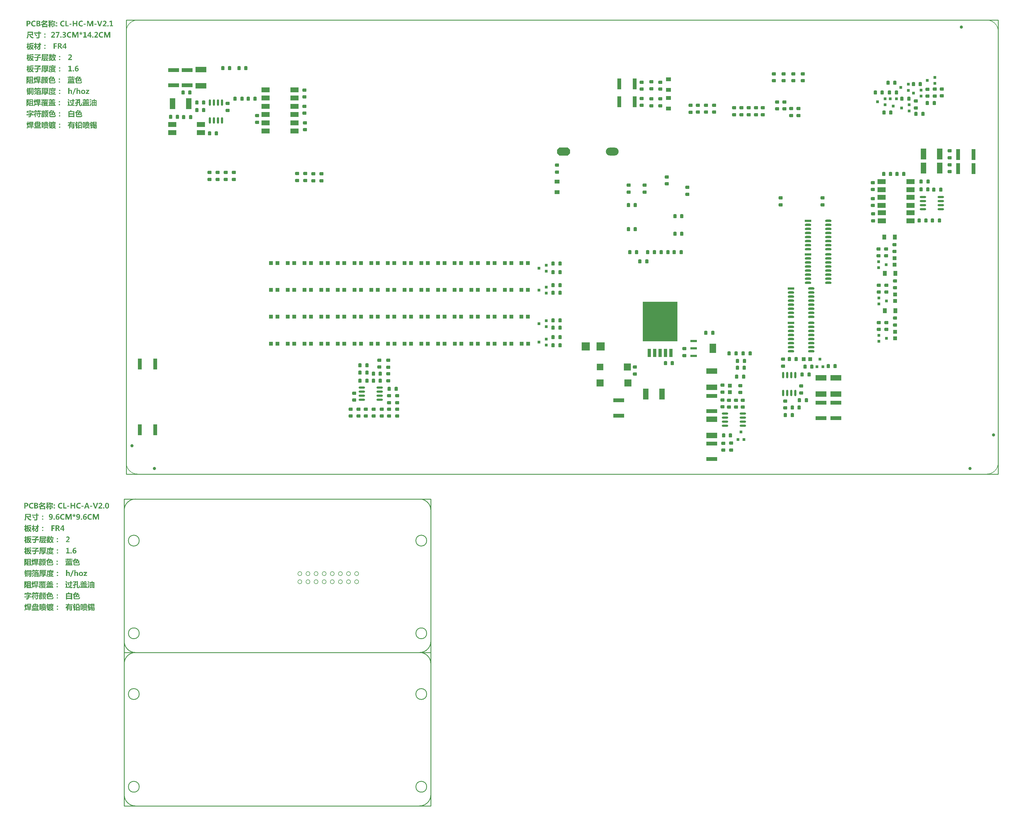
<source format=gtp>
%FSLAX24Y24*%
%MOIN*%
G70*
G01*
G75*
G04 Layer_Color=8421504*
%ADD10R,0.0500X0.0500*%
%ADD11C,0.0394*%
G04:AMPARAMS|DCode=12|XSize=40mil|YSize=50mil|CornerRadius=6mil|HoleSize=0mil|Usage=FLASHONLY|Rotation=0.000|XOffset=0mil|YOffset=0mil|HoleType=Round|Shape=RoundedRectangle|*
%AMROUNDEDRECTD12*
21,1,0.0400,0.0380,0,0,0.0*
21,1,0.0280,0.0500,0,0,0.0*
1,1,0.0120,0.0140,-0.0190*
1,1,0.0120,-0.0140,-0.0190*
1,1,0.0120,-0.0140,0.0190*
1,1,0.0120,0.0140,0.0190*
%
%ADD12ROUNDEDRECTD12*%
%ADD13R,0.0472X0.1339*%
%ADD14R,0.0472X0.1339*%
G04:AMPARAMS|DCode=15|XSize=40mil|YSize=50mil|CornerRadius=6mil|HoleSize=0mil|Usage=FLASHONLY|Rotation=270.000|XOffset=0mil|YOffset=0mil|HoleType=Round|Shape=RoundedRectangle|*
%AMROUNDEDRECTD15*
21,1,0.0400,0.0380,0,0,270.0*
21,1,0.0280,0.0500,0,0,270.0*
1,1,0.0120,-0.0190,-0.0140*
1,1,0.0120,-0.0190,0.0140*
1,1,0.0120,0.0190,0.0140*
1,1,0.0120,0.0190,-0.0140*
%
%ADD15ROUNDEDRECTD15*%
%ADD16R,0.0374X0.0354*%
%ADD17R,0.0374X0.0354*%
%ADD18O,0.1575X0.0984*%
G04:AMPARAMS|DCode=19|XSize=98.4mil|YSize=157.5mil|CornerRadius=0mil|HoleSize=0mil|Usage=FLASHONLY|Rotation=270.000|XOffset=0mil|YOffset=0mil|HoleType=Round|Shape=Octagon|*
%AMOCTAGOND19*
4,1,8,0.0787,0.0246,0.0787,-0.0246,0.0541,-0.0492,-0.0541,-0.0492,-0.0787,-0.0246,-0.0787,0.0246,-0.0541,0.0492,0.0541,0.0492,0.0787,0.0246,0.0*
%
%ADD19OCTAGOND19*%

%ADD20O,0.0800X0.0240*%
%ADD21O,0.0240X0.0800*%
%ADD22R,0.0984X0.0591*%
%ADD23R,0.0984X0.0591*%
%ADD24R,0.1339X0.0472*%
%ADD25R,0.1339X0.0472*%
%ADD26R,0.0700X0.1339*%
%ADD27R,0.1339X0.0700*%
%ADD28R,0.0354X0.0374*%
%ADD29R,0.0354X0.0374*%
%ADD30R,0.0500X0.0500*%
%ADD31R,0.0500X0.0600*%
%ADD32R,0.0600X0.0500*%
%ADD33R,0.0866X0.0866*%
%ADD34R,0.0787X0.0787*%
%ADD35R,0.0421X0.0984*%
%ADD36R,0.4252X0.4886*%
%ADD37R,0.0787X0.0276*%
%ADD38R,0.0787X0.1181*%
%ADD39O,0.0800X0.0300*%
%ADD40R,0.0800X0.0300*%
%ADD41R,0.1000X0.1000*%
%ADD42C,0.0400*%
%ADD43C,0.0100*%
%ADD44C,0.0200*%
%ADD45C,0.0300*%
%ADD46C,0.0150*%
%ADD47C,0.0250*%
%ADD48C,0.0500*%
%ADD49C,0.1181*%
%ADD50C,0.0120*%
%ADD51C,0.0180*%
%ADD52C,0.0350*%
%ADD53C,0.0320*%
%ADD54C,0.0600*%
%ADD55C,0.0050*%
%ADD56C,0.0060*%
%ADD57O,0.0400X0.0550*%
%ADD58C,0.1575*%
%ADD59C,0.0500*%
%ADD60R,0.0787X0.1575*%
%ADD61R,0.0650X0.0800*%
%ADD62C,0.1181*%
%ADD63O,0.1181X0.1000*%
%ADD64R,0.0591X0.0591*%
%ADD65C,0.0591*%
%ADD66C,0.0591*%
%ADD67R,0.0591X0.0591*%
%ADD68C,0.0787*%
%ADD69C,0.0600*%
%ADD70P,0.0649X8X202.5*%
%ADD71C,0.0433*%
%ADD72O,0.0400X0.0700*%
%ADD73R,0.0591X0.0591*%
%ADD74R,0.0394X0.0394*%
%ADD75O,0.0750X0.1181*%
%ADD76C,0.0787*%
%ADD77C,0.1000*%
G04:AMPARAMS|DCode=78|XSize=78.7mil|YSize=157.5mil|CornerRadius=19.7mil|HoleSize=0mil|Usage=FLASHONLY|Rotation=180.000|XOffset=0mil|YOffset=0mil|HoleType=Round|Shape=RoundedRectangle|*
%AMROUNDEDRECTD78*
21,1,0.0787,0.1181,0,0,180.0*
21,1,0.0394,0.1575,0,0,180.0*
1,1,0.0394,-0.0197,0.0591*
1,1,0.0394,0.0197,0.0591*
1,1,0.0394,0.0197,-0.0591*
1,1,0.0394,-0.0197,-0.0591*
%
%ADD78ROUNDEDRECTD78*%
G04:AMPARAMS|DCode=79|XSize=157.5mil|YSize=78.7mil|CornerRadius=19.7mil|HoleSize=0mil|Usage=FLASHONLY|Rotation=180.000|XOffset=0mil|YOffset=0mil|HoleType=Round|Shape=RoundedRectangle|*
%AMROUNDEDRECTD79*
21,1,0.1575,0.0394,0,0,180.0*
21,1,0.1181,0.0787,0,0,180.0*
1,1,0.0394,-0.0591,0.0197*
1,1,0.0394,0.0591,0.0197*
1,1,0.0394,0.0591,-0.0197*
1,1,0.0394,-0.0591,-0.0197*
%
%ADD79ROUNDEDRECTD79*%
%ADD80C,0.1161*%
%ADD81P,0.0835X4X180.0*%
%ADD82C,0.0650*%
%ADD83C,0.0630*%
%ADD84C,0.0550*%
%ADD85O,0.0500X0.0700*%
%ADD86R,0.0472X0.0472*%
%ADD87C,0.0472*%
%ADD88C,0.0250*%
%ADD89C,0.0200*%
%ADD90O,0.0300X0.0900*%
%ADD91R,0.0300X0.0900*%
%ADD92O,0.0300X0.0800*%
%ADD93R,0.0300X0.0800*%
%ADD94O,0.0095X0.0700*%
%ADD95O,0.0700X0.0095*%
%ADD96R,0.0700X0.0095*%
%ADD97C,0.0160*%
%ADD98C,0.0800*%
%ADD99C,0.0315*%
%ADD100C,0.0080*%
%ADD101C,0.0098*%
%ADD102C,0.0070*%
%ADD103C,0.0197*%
%ADD104C,0.0079*%
%ADD105C,0.0039*%
%ADD106C,0.0040*%
%ADD107C,0.0010*%
%ADD108C,0.0061*%
%ADD109C,0.0020*%
%ADD110R,0.0153X0.1575*%
%ADD111R,0.0153X0.1575*%
%ADD112R,0.0153X0.1575*%
%ADD113R,0.1575X0.0153*%
%ADD114R,0.0358X0.3629*%
%ADD115R,0.0358X0.3629*%
%ADD116R,0.0750X0.0250*%
%ADD117R,0.0250X0.0750*%
%ADD118R,0.1575X0.0153*%
%ADD119R,0.1575X0.0153*%
%ADD120R,0.0256X0.1329*%
%ADD121R,0.0211X0.0887*%
%ADD122R,0.0050X0.0887*%
G36*
X-1328Y95057D02*
X-1574D01*
Y94880D01*
X-1348D01*
Y94761D01*
X-1574D01*
Y94490D01*
X-1720D01*
Y95177D01*
X-1328D01*
Y95057D01*
D02*
G37*
G36*
X-2784Y94624D02*
X-2777Y94623D01*
X-2768Y94620D01*
X-2759Y94617D01*
X-2749Y94611D01*
X-2740Y94603D01*
X-2739Y94602D01*
X-2737Y94600D01*
X-2732Y94596D01*
X-2728Y94589D01*
X-2723Y94581D01*
X-2719Y94572D01*
X-2717Y94562D01*
X-2716Y94551D01*
Y94550D01*
Y94547D01*
X-2717Y94540D01*
X-2719Y94533D01*
X-2721Y94526D01*
X-2726Y94517D01*
X-2732Y94508D01*
X-2740Y94500D01*
X-2741Y94499D01*
X-2744Y94497D01*
X-2749Y94493D01*
X-2756Y94490D01*
X-2764Y94486D01*
X-2773Y94482D01*
X-2784Y94480D01*
X-2797Y94479D01*
X-2802D01*
X-2809Y94480D01*
X-2817Y94481D01*
X-2826Y94484D01*
X-2836Y94488D01*
X-2846Y94493D01*
X-2854Y94500D01*
X-2856Y94501D01*
X-2858Y94503D01*
X-2862Y94508D01*
X-2866Y94514D01*
X-2870Y94522D01*
X-2874Y94530D01*
X-2877Y94540D01*
X-2878Y94551D01*
Y94552D01*
Y94557D01*
X-2877Y94562D01*
X-2874Y94569D01*
X-2872Y94578D01*
X-2868Y94587D01*
X-2862Y94596D01*
X-2854Y94603D01*
X-2853Y94604D01*
X-2850Y94607D01*
X-2846Y94610D01*
X-2839Y94614D01*
X-2830Y94619D01*
X-2820Y94622D01*
X-2809Y94624D01*
X-2797Y94626D01*
X-2791D01*
X-2784Y94624D01*
D02*
G37*
G36*
X-4182Y95108D02*
X-4183D01*
X-4189Y95107D01*
X-4197Y95105D01*
X-4209Y95103D01*
X-4223Y95101D01*
X-4242Y95098D01*
X-4263Y95095D01*
X-4288Y95092D01*
X-4315Y95089D01*
X-4347Y95085D01*
X-4380Y95081D01*
X-4418Y95078D01*
X-4458Y95074D01*
X-4501Y95071D01*
X-4548Y95068D01*
X-4597Y95064D01*
Y94980D01*
X-4208D01*
Y94867D01*
Y94864D01*
X-4210Y94860D01*
X-4212Y94851D01*
X-4215Y94840D01*
X-4220Y94826D01*
X-4225Y94810D01*
X-4232Y94792D01*
X-4239Y94772D01*
X-4248Y94751D01*
X-4257Y94728D01*
X-4279Y94681D01*
X-4304Y94634D01*
X-4333Y94588D01*
X-4332Y94587D01*
X-4330Y94586D01*
X-4327Y94582D01*
X-4321Y94578D01*
X-4314Y94572D01*
X-4307Y94567D01*
X-4298Y94560D01*
X-4287Y94553D01*
X-4263Y94539D01*
X-4235Y94524D01*
X-4204Y94511D01*
X-4171Y94500D01*
Y94499D01*
X-4173Y94498D01*
X-4175Y94494D01*
X-4178Y94490D01*
X-4182Y94484D01*
X-4187Y94478D01*
X-4197Y94462D01*
X-4209Y94442D01*
X-4222Y94420D01*
X-4237Y94394D01*
X-4251Y94367D01*
X-4252Y94368D01*
X-4255Y94369D01*
X-4260Y94372D01*
X-4267Y94376D01*
X-4274Y94381D01*
X-4284Y94387D01*
X-4294Y94393D01*
X-4307Y94401D01*
X-4332Y94420D01*
X-4359Y94441D01*
X-4387Y94466D01*
X-4413Y94492D01*
X-4414Y94491D01*
X-4417Y94489D01*
X-4421Y94486D01*
X-4427Y94480D01*
X-4433Y94474D01*
X-4442Y94467D01*
X-4451Y94459D01*
X-4462Y94450D01*
X-4474Y94440D01*
X-4488Y94430D01*
X-4517Y94409D01*
X-4549Y94388D01*
X-4583Y94368D01*
Y94369D01*
X-4584Y94371D01*
X-4587Y94374D01*
X-4589Y94379D01*
X-4595Y94390D01*
X-4604Y94406D01*
X-4615Y94423D01*
X-4627Y94442D01*
X-4652Y94481D01*
X-4651Y94482D01*
X-4648Y94483D01*
X-4643Y94486D01*
X-4637Y94489D01*
X-4628Y94493D01*
X-4619Y94499D01*
X-4608Y94506D01*
X-4597Y94512D01*
X-4571Y94528D01*
X-4544Y94547D01*
X-4517Y94568D01*
X-4490Y94591D01*
X-4491Y94592D01*
X-4492Y94596D01*
X-4495Y94600D01*
X-4499Y94607D01*
X-4503Y94614D01*
X-4509Y94624D01*
X-4514Y94636D01*
X-4521Y94648D01*
X-4528Y94662D01*
X-4535Y94678D01*
X-4550Y94711D01*
X-4564Y94748D01*
X-4578Y94788D01*
X-4491Y94867D01*
X-4597D01*
Y94792D01*
Y94791D01*
Y94789D01*
Y94786D01*
Y94781D01*
Y94776D01*
X-4598Y94768D01*
Y94760D01*
X-4599Y94750D01*
X-4601Y94729D01*
X-4603Y94703D01*
X-4608Y94676D01*
X-4613Y94644D01*
X-4621Y94612D01*
X-4630Y94578D01*
X-4640Y94542D01*
X-4653Y94507D01*
X-4669Y94470D01*
X-4687Y94434D01*
X-4708Y94400D01*
X-4731Y94367D01*
Y94368D01*
X-4733Y94369D01*
X-4739Y94376D01*
X-4748Y94387D01*
X-4759Y94400D01*
X-4772Y94416D01*
X-4788Y94433D01*
X-4803Y94450D01*
X-4821Y94468D01*
X-4820Y94469D01*
X-4817Y94473D01*
X-4811Y94481D01*
X-4803Y94492D01*
X-4795Y94506D01*
X-4787Y94522D01*
X-4777Y94541D01*
X-4765Y94563D01*
X-4755Y94588D01*
X-4745Y94616D01*
X-4737Y94647D01*
X-4728Y94680D01*
X-4721Y94716D01*
X-4715Y94754D01*
X-4712Y94796D01*
X-4711Y94840D01*
Y95180D01*
X-4703D01*
X-4697Y95181D01*
X-4681D01*
X-4670Y95182D01*
X-4659Y95183D01*
X-4645D01*
X-4632Y95184D01*
X-4601Y95187D01*
X-4568Y95189D01*
X-4531Y95191D01*
X-4492Y95194D01*
X-4452Y95198D01*
X-4370Y95205D01*
X-4330Y95210D01*
X-4291Y95215D01*
X-4254Y95221D01*
X-4221Y95227D01*
X-4182Y95108D01*
D02*
G37*
G36*
X-3360Y95091D02*
X-3264D01*
Y94973D01*
X-3360D01*
Y94528D01*
Y94527D01*
Y94524D01*
Y94521D01*
Y94517D01*
X-3361Y94504D01*
X-3364Y94489D01*
X-3368Y94472D01*
X-3373Y94454D01*
X-3381Y94438D01*
X-3392Y94423D01*
X-3393Y94422D01*
X-3398Y94418D01*
X-3406Y94411D01*
X-3416Y94404D01*
X-3428Y94398D01*
X-3443Y94391D01*
X-3461Y94387D01*
X-3481Y94384D01*
X-3491D01*
X-3498Y94383D01*
X-3523D01*
X-3534Y94382D01*
X-3577D01*
X-3593Y94381D01*
X-3652D01*
Y94382D01*
Y94384D01*
X-3653Y94388D01*
X-3654Y94392D01*
X-3657Y94404D01*
X-3660Y94420D01*
X-3664Y94439D01*
X-3670Y94460D01*
X-3676Y94482D01*
X-3682Y94506D01*
X-3671D01*
X-3666Y94504D01*
X-3643D01*
X-3623Y94503D01*
X-3601D01*
X-3578Y94502D01*
X-3546D01*
X-3541Y94503D01*
X-3531Y94506D01*
X-3518Y94510D01*
X-3506Y94518D01*
X-3500Y94523D01*
X-3494Y94530D01*
X-3491Y94538D01*
X-3488Y94547D01*
X-3486Y94557D01*
X-3484Y94568D01*
Y94859D01*
X-3486Y94858D01*
X-3488Y94854D01*
X-3490Y94850D01*
X-3496Y94838D01*
X-3504Y94822D01*
X-3516Y94802D01*
X-3530Y94780D01*
X-3546Y94756D01*
X-3562Y94728D01*
X-3582Y94699D01*
X-3603Y94669D01*
X-3627Y94638D01*
X-3652Y94607D01*
X-3678Y94576D01*
X-3707Y94544D01*
X-3736Y94514D01*
X-3767Y94487D01*
Y94488D01*
X-3769Y94489D01*
X-3771Y94492D01*
X-3774Y94497D01*
X-3783Y94508D01*
X-3794Y94521D01*
X-3808Y94538D01*
X-3822Y94556D01*
X-3854Y94591D01*
X-3853D01*
X-3852Y94593D01*
X-3846Y94598D01*
X-3835Y94606D01*
X-3823Y94618D01*
X-3807Y94632D01*
X-3788Y94649D01*
X-3768Y94670D01*
X-3744Y94692D01*
X-3721Y94719D01*
X-3696Y94748D01*
X-3671Y94779D01*
X-3644Y94813D01*
X-3619Y94849D01*
X-3594Y94889D01*
X-3570Y94930D01*
X-3548Y94973D01*
X-3739D01*
Y95091D01*
X-3484D01*
Y95242D01*
X-3360D01*
Y95091D01*
D02*
G37*
G36*
X-207Y94742D02*
X-124D01*
Y94640D01*
X-207D01*
Y94490D01*
X-338D01*
Y94640D01*
X-640D01*
Y94731D01*
X-349Y95177D01*
X-207D01*
Y94742D01*
D02*
G37*
G36*
X-949Y95175D02*
X-932Y95173D01*
X-915Y95171D01*
X-894Y95167D01*
X-871Y95161D01*
X-848Y95153D01*
X-826Y95143D01*
X-804Y95131D01*
X-782Y95115D01*
X-764Y95098D01*
X-748Y95077D01*
X-736Y95051D01*
X-731Y95038D01*
X-728Y95023D01*
X-727Y95007D01*
X-726Y94990D01*
Y94989D01*
Y94987D01*
Y94983D01*
X-727Y94978D01*
Y94972D01*
X-728Y94965D01*
X-731Y94949D01*
X-736Y94930D01*
X-744Y94910D01*
X-754Y94890D01*
X-767Y94870D01*
X-769Y94868D01*
X-775Y94862D01*
X-784Y94853D01*
X-797Y94842D01*
X-812Y94831D01*
X-832Y94819D01*
X-855Y94809D01*
X-880Y94800D01*
Y94798D01*
X-879D01*
X-878Y94797D01*
X-871Y94794D01*
X-862Y94788D01*
X-849Y94779D01*
X-841Y94772D01*
X-834Y94766D01*
X-825Y94757D01*
X-816Y94747D01*
X-806Y94736D01*
X-796Y94723D01*
X-786Y94709D01*
X-775Y94693D01*
X-646Y94490D01*
X-814D01*
X-921Y94668D01*
Y94669D01*
X-922Y94670D01*
X-927Y94677D01*
X-934Y94687D01*
X-940Y94698D01*
X-949Y94710D01*
X-959Y94721D01*
X-968Y94731D01*
X-977Y94739D01*
X-978Y94740D01*
X-980Y94741D01*
X-985Y94744D01*
X-990Y94748D01*
X-1005Y94753D01*
X-1012Y94754D01*
X-1021Y94756D01*
X-1066D01*
Y94490D01*
X-1212D01*
Y95177D01*
X-960D01*
X-949Y95175D01*
D02*
G37*
G36*
X-4827Y93693D02*
X-4733D01*
Y93576D01*
X-4827D01*
Y93496D01*
X-4825D01*
X-4824Y93495D01*
X-4818Y93492D01*
X-4807Y93486D01*
X-4792Y93479D01*
X-4775Y93470D01*
X-4757Y93460D01*
X-4737Y93449D01*
X-4714Y93436D01*
X-4770Y93335D01*
X-4771Y93336D01*
X-4774Y93339D01*
X-4780Y93342D01*
X-4787Y93346D01*
X-4795Y93352D01*
X-4805Y93357D01*
X-4827Y93371D01*
Y92992D01*
X-4942D01*
Y93330D01*
X-4943Y93328D01*
X-4945Y93323D01*
X-4948Y93317D01*
X-4951Y93310D01*
X-4955Y93302D01*
X-4960Y93292D01*
X-4964Y93281D01*
X-4976Y93258D01*
X-4990Y93231D01*
X-5005Y93202D01*
X-5023Y93173D01*
Y93174D01*
X-5024Y93178D01*
Y93182D01*
X-5025Y93188D01*
X-5028Y93195D01*
X-5029Y93204D01*
X-5031Y93214D01*
X-5033Y93225D01*
X-5038Y93250D01*
X-5043Y93275D01*
X-5049Y93303D01*
X-5055Y93330D01*
X-5054Y93331D01*
X-5052Y93335D01*
X-5048Y93343D01*
X-5042Y93352D01*
X-5035Y93363D01*
X-5029Y93378D01*
X-5020Y93392D01*
X-5011Y93410D01*
X-5002Y93427D01*
X-4993Y93447D01*
X-4974Y93489D01*
X-4958Y93532D01*
X-4950Y93554D01*
X-4943Y93576D01*
X-5046D01*
Y93693D01*
X-4942D01*
Y93856D01*
X-4827D01*
Y93693D01*
D02*
G37*
G36*
X-3331Y93697D02*
X-3624Y93522D01*
Y93473D01*
X-3268D01*
Y93353D01*
X-3624D01*
Y93183D01*
Y93182D01*
Y93179D01*
Y93174D01*
X-3626Y93169D01*
Y93161D01*
X-3627Y93152D01*
X-3629Y93133D01*
X-3634Y93111D01*
X-3641Y93089D01*
X-3651Y93068D01*
X-3664Y93049D01*
X-3667Y93046D01*
X-3672Y93042D01*
X-3681Y93034D01*
X-3694Y93026D01*
X-3712Y93019D01*
X-3733Y93011D01*
X-3759Y93006D01*
X-3789Y93004D01*
X-3952Y93005D01*
Y93006D01*
X-3953Y93009D01*
Y93012D01*
X-3954Y93016D01*
X-3955Y93023D01*
X-3958Y93030D01*
X-3961Y93048D01*
X-3967Y93068D01*
X-3972Y93090D01*
X-3979Y93114D01*
X-3985Y93140D01*
X-3982D01*
X-3978Y93139D01*
X-3972D01*
X-3964Y93138D01*
X-3957D01*
X-3947Y93136D01*
X-3937Y93135D01*
X-3913Y93134D01*
X-3887Y93132D01*
X-3860Y93131D01*
X-3826D01*
X-3821Y93132D01*
X-3809Y93135D01*
X-3796Y93141D01*
X-3788Y93144D01*
X-3781Y93150D01*
X-3776Y93156D01*
X-3770Y93164D01*
X-3765Y93173D01*
X-3762Y93183D01*
X-3760Y93195D01*
X-3759Y93209D01*
Y93353D01*
X-4139D01*
Y93473D01*
X-3759D01*
Y93577D01*
X-3543Y93697D01*
X-4079D01*
Y93815D01*
X-3331D01*
Y93697D01*
D02*
G37*
G36*
X321Y93806D02*
X330D01*
X340Y93805D01*
X362Y93801D01*
X387Y93795D01*
X414Y93785D01*
X441Y93773D01*
X453Y93764D01*
X464Y93755D01*
X465Y93754D01*
X466Y93753D01*
X470Y93750D01*
X473Y93746D01*
X479Y93741D01*
X483Y93734D01*
X494Y93719D01*
X505Y93697D01*
X515Y93673D01*
X522Y93644D01*
X523Y93629D01*
X524Y93612D01*
Y93611D01*
Y93606D01*
X523Y93600D01*
X522Y93591D01*
X520Y93580D01*
X516Y93567D01*
X512Y93552D01*
X506Y93535D01*
X499Y93517D01*
X489Y93497D01*
X476Y93476D01*
X462Y93455D01*
X445Y93432D01*
X426Y93409D01*
X403Y93384D01*
X377Y93360D01*
X234Y93230D01*
Y93228D01*
X519D01*
Y93109D01*
X70D01*
Y93221D01*
X267Y93411D01*
X269Y93412D01*
X270Y93413D01*
X273Y93416D01*
X277Y93421D01*
X289Y93432D01*
X302Y93445D01*
X316Y93461D01*
X331Y93477D01*
X343Y93494D01*
X354Y93510D01*
X355Y93512D01*
X359Y93516D01*
X362Y93525D01*
X367Y93535D01*
X372Y93549D01*
X375Y93563D01*
X379Y93579D01*
X380Y93594D01*
Y93595D01*
Y93599D01*
X379Y93603D01*
Y93610D01*
X376Y93616D01*
X374Y93625D01*
X371Y93634D01*
X366Y93643D01*
X361Y93652D01*
X354Y93661D01*
X345Y93670D01*
X335Y93676D01*
X323Y93683D01*
X309Y93687D01*
X293Y93691D01*
X274Y93692D01*
X265D01*
X259Y93691D01*
X251Y93690D01*
X242Y93689D01*
X231Y93686D01*
X220Y93683D01*
X193Y93674D01*
X180Y93669D01*
X164Y93662D01*
X150Y93654D01*
X134Y93644D01*
X119Y93633D01*
X103Y93621D01*
Y93749D01*
X104Y93750D01*
X107Y93751D01*
X112Y93754D01*
X119Y93757D01*
X127Y93762D01*
X137Y93767D01*
X149Y93773D01*
X162Y93779D01*
X175Y93783D01*
X191Y93789D01*
X207Y93794D01*
X225Y93799D01*
X263Y93805D01*
X283Y93806D01*
X304Y93807D01*
X314D01*
X321Y93806D01*
D02*
G37*
G36*
X-1632Y93856D02*
Y93855D01*
X-1633Y93853D01*
X-1635Y93850D01*
X-1636Y93844D01*
X-1637Y93839D01*
X-1639Y93831D01*
X-1643Y93814D01*
X-1649Y93794D01*
X-1656Y93772D01*
X-1662Y93749D01*
X-1670Y93724D01*
X-1448D01*
Y93616D01*
X-1484D01*
Y93615D01*
Y93614D01*
Y93611D01*
X-1485Y93606D01*
Y93601D01*
X-1486Y93594D01*
X-1488Y93577D01*
X-1490Y93557D01*
X-1494Y93534D01*
X-1498Y93507D01*
X-1504Y93480D01*
X-1509Y93450D01*
X-1517Y93419D01*
X-1525Y93386D01*
X-1535Y93354D01*
X-1545Y93322D01*
X-1556Y93290D01*
X-1569Y93259D01*
X-1584Y93230D01*
X-1582Y93229D01*
X-1581Y93226D01*
X-1578Y93223D01*
X-1574Y93219D01*
X-1568Y93213D01*
X-1561Y93206D01*
X-1545Y93191D01*
X-1525Y93173D01*
X-1501Y93153D01*
X-1475Y93134D01*
X-1445Y93115D01*
X-1446Y93114D01*
X-1450Y93109D01*
X-1457Y93100D01*
X-1466Y93088D01*
X-1478Y93072D01*
X-1490Y93052D01*
X-1506Y93028D01*
X-1514Y93013D01*
X-1521Y92999D01*
X-1522Y93000D01*
X-1525Y93001D01*
X-1529Y93004D01*
X-1535Y93008D01*
X-1541Y93013D01*
X-1549Y93019D01*
X-1567Y93034D01*
X-1588Y93052D01*
X-1611Y93073D01*
X-1633Y93098D01*
X-1656Y93123D01*
X-1657Y93122D01*
X-1659Y93120D01*
X-1663Y93115D01*
X-1669Y93109D01*
X-1676Y93102D01*
X-1683Y93093D01*
X-1693Y93084D01*
X-1705Y93074D01*
X-1717Y93063D01*
X-1729Y93052D01*
X-1758Y93030D01*
X-1790Y93006D01*
X-1826Y92985D01*
Y92986D01*
X-1827Y92988D01*
X-1832Y92994D01*
X-1839Y93004D01*
X-1849Y93016D01*
X-1861Y93031D01*
X-1875Y93048D01*
X-1890Y93064D01*
X-1906Y93081D01*
X-1937Y93029D01*
X-1938D01*
X-1939Y93030D01*
X-1942Y93032D01*
X-1946Y93034D01*
X-1957Y93040D01*
X-1971Y93049D01*
X-1989Y93058D01*
X-2009Y93068D01*
X-2030Y93080D01*
X-2053Y93091D01*
X-2055Y93090D01*
X-2058Y93088D01*
X-2063Y93085D01*
X-2070Y93081D01*
X-2080Y93075D01*
X-2091Y93069D01*
X-2105Y93062D01*
X-2119Y93055D01*
X-2135Y93048D01*
X-2152Y93040D01*
X-2171Y93032D01*
X-2192Y93025D01*
X-2213Y93018D01*
X-2237Y93011D01*
X-2286Y92999D01*
Y93000D01*
X-2287Y93001D01*
X-2289Y93008D01*
X-2292Y93018D01*
X-2298Y93031D01*
X-2305Y93046D01*
X-2312Y93065D01*
X-2322Y93085D01*
X-2333Y93108D01*
X-2329D01*
X-2325Y93109D01*
X-2318Y93110D01*
X-2310Y93111D01*
X-2300Y93112D01*
X-2290Y93113D01*
X-2278Y93115D01*
X-2252Y93121D01*
X-2226Y93126D01*
X-2197Y93134D01*
X-2170Y93144D01*
X-2171D01*
X-2172Y93145D01*
X-2176Y93146D01*
X-2181Y93149D01*
X-2187Y93151D01*
X-2193Y93154D01*
X-2209Y93161D01*
X-2228Y93170D01*
X-2250Y93179D01*
X-2273Y93189D01*
X-2299Y93199D01*
X-2298Y93201D01*
X-2293Y93206D01*
X-2288Y93215D01*
X-2281Y93226D01*
X-2272Y93240D01*
X-2263Y93254D01*
X-2245Y93286D01*
X-2318D01*
Y93378D01*
X-2201D01*
X-2200Y93379D01*
X-2199Y93384D01*
X-2196Y93391D01*
X-2192Y93400D01*
X-2189Y93410D01*
X-2185Y93422D01*
X-2176Y93447D01*
X-2128Y93443D01*
Y93529D01*
X-2129Y93527D01*
X-2131Y93525D01*
X-2135Y93522D01*
X-2140Y93516D01*
X-2146Y93511D01*
X-2153Y93503D01*
X-2163Y93495D01*
X-2173Y93486D01*
X-2185Y93476D01*
X-2197Y93466D01*
X-2226Y93445D01*
X-2258Y93422D01*
X-2293Y93400D01*
Y93401D01*
X-2295Y93402D01*
X-2296Y93405D01*
X-2297Y93410D01*
X-2300Y93421D01*
X-2306Y93435D01*
X-2311Y93452D01*
X-2318Y93470D01*
X-2335Y93506D01*
X-2333D01*
X-2330Y93507D01*
X-2326Y93510D01*
X-2320Y93513D01*
X-2312Y93516D01*
X-2303Y93521D01*
X-2292Y93525D01*
X-2281Y93531D01*
X-2257Y93544D01*
X-2230Y93560D01*
X-2202Y93579D01*
X-2176Y93599D01*
X-2308D01*
Y93689D01*
X-2239D01*
Y93690D01*
X-2240Y93691D01*
X-2243Y93697D01*
X-2249Y93706D01*
X-2256Y93720D01*
X-2265Y93734D01*
X-2276Y93752D01*
X-2288Y93770D01*
X-2302Y93790D01*
X-2222Y93840D01*
X-2221Y93839D01*
X-2217Y93834D01*
X-2211Y93825D01*
X-2202Y93815D01*
X-2192Y93801D01*
X-2179Y93783D01*
X-2165Y93761D01*
X-2148Y93736D01*
X-2227Y93689D01*
X-2128D01*
Y93863D01*
X-2016D01*
Y93689D01*
X-1922D01*
X-1996Y93736D01*
Y93737D01*
X-1993Y93739D01*
X-1988Y93745D01*
X-1980Y93756D01*
X-1970Y93770D01*
X-1958Y93786D01*
X-1946Y93804D01*
X-1933Y93823D01*
X-1921Y93843D01*
X-1838Y93793D01*
X-1839Y93791D01*
X-1843Y93784D01*
X-1850Y93774D01*
X-1858Y93761D01*
X-1869Y93745D01*
X-1881Y93727D01*
X-1896Y93709D01*
X-1911Y93689D01*
X-1860D01*
Y93599D01*
X-2016D01*
Y93536D01*
X-1985Y93577D01*
X-1983D01*
X-1982Y93576D01*
X-1979Y93574D01*
X-1975Y93572D01*
X-1965Y93566D01*
X-1950Y93559D01*
X-1935Y93550D01*
X-1917Y93540D01*
X-1880Y93519D01*
X-1879Y93520D01*
X-1877Y93525D01*
X-1873Y93532D01*
X-1868Y93543D01*
X-1861Y93556D01*
X-1855Y93572D01*
X-1846Y93591D01*
X-1837Y93613D01*
X-1827Y93636D01*
X-1817Y93663D01*
X-1807Y93692D01*
X-1796Y93723D01*
X-1786Y93755D01*
X-1775Y93791D01*
X-1765Y93829D01*
X-1755Y93867D01*
X-1632Y93856D01*
D02*
G37*
G36*
X-967Y93605D02*
X-959Y93604D01*
X-950Y93601D01*
X-941Y93597D01*
X-931Y93592D01*
X-922Y93584D01*
X-921Y93583D01*
X-919Y93581D01*
X-915Y93576D01*
X-910Y93570D01*
X-906Y93562D01*
X-901Y93553D01*
X-899Y93543D01*
X-898Y93532D01*
Y93531D01*
Y93526D01*
X-899Y93521D01*
X-901Y93514D01*
X-904Y93505D01*
X-908Y93496D01*
X-914Y93487D01*
X-921Y93479D01*
X-922Y93477D01*
X-926Y93475D01*
X-930Y93472D01*
X-937Y93469D01*
X-946Y93464D01*
X-956Y93461D01*
X-967Y93459D01*
X-979Y93457D01*
X-985D01*
X-991Y93459D01*
X-999Y93460D01*
X-1008Y93463D01*
X-1018Y93466D01*
X-1028Y93472D01*
X-1037Y93479D01*
X-1038Y93480D01*
X-1040Y93483D01*
X-1045Y93487D01*
X-1048Y93494D01*
X-1052Y93502D01*
X-1057Y93511D01*
X-1059Y93521D01*
X-1060Y93532D01*
Y93533D01*
Y93537D01*
X-1059Y93543D01*
X-1057Y93550D01*
X-1055Y93559D01*
X-1050Y93567D01*
X-1045Y93576D01*
X-1037Y93584D01*
X-1036Y93585D01*
X-1032Y93587D01*
X-1027Y93591D01*
X-1020Y93595D01*
X-1012Y93600D01*
X-1002Y93603D01*
X-991Y93605D01*
X-979Y93606D01*
X-974D01*
X-967Y93605D01*
D02*
G37*
G36*
X-2421Y93397D02*
X-2991D01*
Y93499D01*
X-2421D01*
Y93397D01*
D02*
G37*
G36*
X-117Y97377D02*
X140D01*
Y97258D01*
X-264D01*
Y97945D01*
X-117D01*
Y97377D01*
D02*
G37*
G36*
X-3582Y97944D02*
X-3573D01*
X-3562Y97943D01*
X-3550Y97942D01*
X-3538Y97939D01*
X-3510Y97935D01*
X-3481Y97927D01*
X-3453Y97917D01*
X-3441Y97911D01*
X-3429Y97903D01*
X-3428D01*
X-3427Y97901D01*
X-3419Y97895D01*
X-3410Y97885D01*
X-3398Y97873D01*
X-3387Y97855D01*
X-3378Y97835D01*
X-3370Y97812D01*
X-3369Y97798D01*
X-3368Y97785D01*
Y97784D01*
Y97783D01*
Y97779D01*
Y97775D01*
X-3370Y97765D01*
X-3372Y97752D01*
X-3377Y97736D01*
X-3383Y97719D01*
X-3393Y97703D01*
X-3406Y97686D01*
X-3408Y97684D01*
X-3412Y97679D01*
X-3420Y97672D01*
X-3431Y97663D01*
X-3446Y97654D01*
X-3461Y97644D01*
X-3480Y97635D01*
X-3500Y97628D01*
Y97626D01*
X-3497D01*
X-3493Y97625D01*
X-3488Y97624D01*
X-3476Y97621D01*
X-3459Y97616D01*
X-3440Y97609D01*
X-3421Y97599D01*
X-3402Y97588D01*
X-3384Y97573D01*
X-3382Y97571D01*
X-3378Y97565D01*
X-3370Y97555D01*
X-3362Y97543D01*
X-3354Y97526D01*
X-3347Y97507D01*
X-3342Y97486D01*
X-3340Y97462D01*
Y97461D01*
Y97457D01*
Y97453D01*
X-3341Y97446D01*
X-3342Y97438D01*
X-3343Y97429D01*
X-3348Y97408D01*
X-3357Y97384D01*
X-3361Y97372D01*
X-3368Y97359D01*
X-3376Y97347D01*
X-3384Y97335D01*
X-3394Y97324D01*
X-3407Y97313D01*
X-3408Y97312D01*
X-3410Y97311D01*
X-3413Y97308D01*
X-3419Y97304D01*
X-3426Y97301D01*
X-3433Y97296D01*
X-3443Y97291D01*
X-3454Y97286D01*
X-3467Y97281D01*
X-3480Y97276D01*
X-3496Y97271D01*
X-3511Y97267D01*
X-3529Y97264D01*
X-3548Y97261D01*
X-3568Y97259D01*
X-3589Y97258D01*
X-3846D01*
Y97945D01*
X-3590D01*
X-3582Y97944D01*
D02*
G37*
G36*
X-4802D02*
X-4795D01*
X-4779Y97942D01*
X-4759Y97938D01*
X-4738Y97934D01*
X-4714Y97927D01*
X-4690Y97918D01*
X-4667Y97906D01*
X-4643Y97892D01*
X-4622Y97874D01*
X-4602Y97853D01*
X-4585Y97828D01*
X-4579Y97814D01*
X-4573Y97799D01*
X-4569Y97783D01*
X-4565Y97766D01*
X-4563Y97747D01*
X-4562Y97727D01*
Y97726D01*
Y97723D01*
Y97717D01*
X-4563Y97709D01*
X-4564Y97701D01*
X-4567Y97691D01*
X-4569Y97679D01*
X-4572Y97666D01*
X-4575Y97654D01*
X-4581Y97639D01*
X-4588Y97626D01*
X-4594Y97612D01*
X-4604Y97597D01*
X-4614Y97584D01*
X-4627Y97571D01*
X-4640Y97558D01*
X-4641Y97557D01*
X-4643Y97556D01*
X-4648Y97553D01*
X-4654Y97548D01*
X-4661Y97544D01*
X-4671Y97538D01*
X-4681Y97533D01*
X-4693Y97527D01*
X-4707Y97522D01*
X-4721Y97516D01*
X-4738Y97511D01*
X-4754Y97506D01*
X-4772Y97502D01*
X-4792Y97499D01*
X-4812Y97497D01*
X-4909D01*
Y97258D01*
X-5055D01*
Y97945D01*
X-4808D01*
X-4802Y97944D01*
D02*
G37*
G36*
X-1728Y97277D02*
Y97276D01*
Y97275D01*
Y97268D01*
X-1729Y97258D01*
X-1730Y97246D01*
X-1732Y97233D01*
X-1737Y97218D01*
X-1741Y97205D01*
X-1748Y97193D01*
X-1749Y97192D01*
X-1751Y97188D01*
X-1757Y97183D01*
X-1764Y97177D01*
X-1772Y97171D01*
X-1782Y97165D01*
X-1796Y97161D01*
X-1810Y97157D01*
X-1812D01*
X-1818Y97156D01*
X-1829D01*
X-1836Y97155D01*
X-1843D01*
X-1852Y97154D01*
X-1874D01*
X-1887Y97153D01*
X-1949D01*
Y97154D01*
Y97156D01*
X-1950Y97160D01*
Y97164D01*
X-1952Y97175D01*
X-1955Y97191D01*
X-1957Y97208D01*
X-1961Y97228D01*
X-1965Y97247D01*
X-1969Y97267D01*
X-1967D01*
X-1962Y97266D01*
X-1953D01*
X-1943Y97265D01*
X-1931Y97264D01*
X-1918D01*
X-1888Y97263D01*
X-1886D01*
X-1881Y97264D01*
X-1875Y97265D01*
X-1866Y97267D01*
X-1858Y97273D01*
X-1851Y97279D01*
X-1847Y97288D01*
X-1845Y97302D01*
Y97736D01*
X-1728D01*
Y97277D01*
D02*
G37*
G36*
X4338Y97956D02*
X4347D01*
X4357Y97955D01*
X4379Y97951D01*
X4405Y97945D01*
X4431Y97935D01*
X4458Y97923D01*
X4470Y97914D01*
X4481Y97905D01*
X4483Y97904D01*
X4484Y97903D01*
X4487Y97899D01*
X4490Y97896D01*
X4496Y97891D01*
X4500Y97884D01*
X4511Y97868D01*
X4523Y97847D01*
X4533Y97823D01*
X4539Y97794D01*
X4540Y97778D01*
X4541Y97762D01*
Y97761D01*
Y97756D01*
X4540Y97749D01*
X4539Y97741D01*
X4537Y97729D01*
X4534Y97717D01*
X4529Y97702D01*
X4524Y97685D01*
X4516Y97667D01*
X4506Y97647D01*
X4494Y97626D01*
X4479Y97605D01*
X4463Y97582D01*
X4444Y97558D01*
X4420Y97534D01*
X4395Y97509D01*
X4251Y97379D01*
Y97377D01*
X4536D01*
Y97258D01*
X4087D01*
Y97371D01*
X4285Y97561D01*
X4286Y97562D01*
X4287Y97563D01*
X4290Y97566D01*
X4295Y97571D01*
X4306Y97582D01*
X4319Y97595D01*
X4334Y97611D01*
X4348Y97627D01*
X4360Y97644D01*
X4371Y97659D01*
X4373Y97662D01*
X4376Y97666D01*
X4379Y97675D01*
X4385Y97685D01*
X4389Y97698D01*
X4393Y97713D01*
X4396Y97728D01*
X4397Y97744D01*
Y97745D01*
Y97748D01*
X4396Y97753D01*
Y97759D01*
X4394Y97766D01*
X4391Y97775D01*
X4388Y97784D01*
X4384Y97793D01*
X4378Y97802D01*
X4371Y97811D01*
X4363Y97819D01*
X4353Y97826D01*
X4340Y97833D01*
X4326Y97837D01*
X4310Y97841D01*
X4291Y97842D01*
X4283D01*
X4276Y97841D01*
X4268Y97839D01*
X4259Y97838D01*
X4248Y97836D01*
X4237Y97833D01*
X4210Y97824D01*
X4197Y97818D01*
X4181Y97812D01*
X4167Y97804D01*
X4151Y97794D01*
X4136Y97783D01*
X4120Y97771D01*
Y97898D01*
X4121Y97899D01*
X4125Y97901D01*
X4129Y97904D01*
X4136Y97907D01*
X4145Y97912D01*
X4155Y97917D01*
X4166Y97923D01*
X4179Y97928D01*
X4193Y97933D01*
X4208Y97938D01*
X4225Y97944D01*
X4243Y97948D01*
X4280Y97955D01*
X4300Y97956D01*
X4321Y97957D01*
X4331D01*
X4338Y97956D01*
D02*
G37*
G36*
X2982Y97258D02*
X2822D01*
X2770Y97415D01*
X2521D01*
X2469Y97258D01*
X2311D01*
X2563Y97945D01*
X2735D01*
X2982Y97258D01*
D02*
G37*
G36*
X-2784Y94987D02*
X-2777Y94985D01*
X-2768Y94982D01*
X-2759Y94979D01*
X-2749Y94973D01*
X-2740Y94965D01*
X-2739Y94964D01*
X-2737Y94962D01*
X-2732Y94958D01*
X-2728Y94951D01*
X-2723Y94943D01*
X-2719Y94934D01*
X-2717Y94924D01*
X-2716Y94913D01*
Y94912D01*
Y94908D01*
X-2717Y94902D01*
X-2719Y94895D01*
X-2721Y94887D01*
X-2726Y94878D01*
X-2731Y94869D01*
X-2739Y94860D01*
X-2740Y94859D01*
X-2743Y94857D01*
X-2748Y94853D01*
X-2754Y94850D01*
X-2763Y94846D01*
X-2773Y94842D01*
X-2784Y94840D01*
X-2797Y94839D01*
X-2802D01*
X-2809Y94840D01*
X-2817Y94841D01*
X-2826Y94844D01*
X-2836Y94848D01*
X-2846Y94853D01*
X-2854Y94860D01*
X-2856Y94861D01*
X-2858Y94864D01*
X-2862Y94869D01*
X-2866Y94875D01*
X-2870Y94883D01*
X-2874Y94892D01*
X-2877Y94902D01*
X-2878Y94913D01*
Y94914D01*
Y94919D01*
X-2877Y94924D01*
X-2874Y94931D01*
X-2872Y94940D01*
X-2868Y94949D01*
X-2862Y94958D01*
X-2854Y94965D01*
X-2853Y94967D01*
X-2850Y94969D01*
X-2844Y94972D01*
X-2838Y94977D01*
X-2830Y94981D01*
X-2820Y94984D01*
X-2809Y94987D01*
X-2797Y94988D01*
X-2791D01*
X-2784Y94987D01*
D02*
G37*
G36*
X-4827Y95074D02*
X-4733D01*
Y94958D01*
X-4827D01*
Y94878D01*
X-4825D01*
X-4824Y94877D01*
X-4818Y94873D01*
X-4807Y94868D01*
X-4792Y94860D01*
X-4775Y94851D01*
X-4757Y94841D01*
X-4737Y94830D01*
X-4714Y94818D01*
X-4770Y94717D01*
X-4771Y94718D01*
X-4774Y94720D01*
X-4780Y94723D01*
X-4787Y94728D01*
X-4795Y94733D01*
X-4805Y94739D01*
X-4827Y94752D01*
Y94373D01*
X-4942D01*
Y94711D01*
X-4943Y94709D01*
X-4945Y94704D01*
X-4948Y94699D01*
X-4951Y94691D01*
X-4955Y94683D01*
X-4960Y94673D01*
X-4964Y94662D01*
X-4976Y94639D01*
X-4990Y94612D01*
X-5005Y94583D01*
X-5023Y94554D01*
Y94556D01*
X-5024Y94559D01*
Y94563D01*
X-5025Y94569D01*
X-5028Y94577D01*
X-5029Y94586D01*
X-5031Y94596D01*
X-5033Y94607D01*
X-5038Y94631D01*
X-5043Y94657D01*
X-5049Y94684D01*
X-5055Y94711D01*
X-5054Y94712D01*
X-5052Y94717D01*
X-5048Y94724D01*
X-5042Y94733D01*
X-5035Y94744D01*
X-5029Y94759D01*
X-5020Y94773D01*
X-5011Y94791D01*
X-5002Y94809D01*
X-4993Y94829D01*
X-4974Y94870D01*
X-4958Y94913D01*
X-4950Y94935D01*
X-4943Y94958D01*
X-5046D01*
Y95074D01*
X-4942D01*
Y95238D01*
X-4827D01*
Y95074D01*
D02*
G37*
G36*
X-3890Y95088D02*
X-3774D01*
Y94969D01*
X-3890D01*
Y94893D01*
X-3889D01*
X-3887Y94891D01*
X-3882Y94889D01*
X-3877Y94886D01*
X-3869Y94882D01*
X-3860Y94878D01*
X-3851Y94872D01*
X-3840Y94867D01*
X-3817Y94853D01*
X-3791Y94839D01*
X-3763Y94823D01*
X-3736Y94807D01*
X-3798Y94699D01*
X-3800Y94700D01*
X-3805Y94704D01*
X-3814Y94711D01*
X-3827Y94720D01*
X-3841Y94730D01*
X-3857Y94741D01*
X-3890Y94766D01*
Y94376D01*
X-4004D01*
Y94736D01*
X-4007Y94732D01*
X-4009Y94727D01*
X-4012Y94719D01*
X-4017Y94710D01*
X-4022Y94699D01*
X-4028Y94687D01*
X-4034Y94673D01*
X-4049Y94644D01*
X-4067Y94612D01*
X-4085Y94579D01*
X-4107Y94547D01*
X-4149Y94703D01*
X-4148Y94704D01*
X-4145Y94709D01*
X-4141Y94716D01*
X-4135Y94724D01*
X-4128Y94736D01*
X-4120Y94749D01*
X-4111Y94764D01*
X-4101Y94782D01*
X-4090Y94801D01*
X-4079Y94821D01*
X-4068Y94843D01*
X-4057Y94867D01*
X-4045Y94891D01*
X-4033Y94916D01*
X-4012Y94969D01*
X-4133D01*
Y95088D01*
X-4004D01*
Y95247D01*
X-3890D01*
Y95088D01*
D02*
G37*
G36*
X5156Y97956D02*
X5168Y97955D01*
X5182Y97952D01*
X5200Y97946D01*
X5220Y97938D01*
X5242Y97928D01*
X5265Y97914D01*
X5276Y97905D01*
X5286Y97895D01*
X5297Y97884D01*
X5308Y97872D01*
X5318Y97858D01*
X5328Y97843D01*
X5337Y97827D01*
X5346Y97809D01*
X5354Y97789D01*
X5360Y97769D01*
X5367Y97746D01*
X5372Y97722D01*
X5377Y97696D01*
X5380Y97668D01*
X5381Y97638D01*
X5382Y97606D01*
Y97604D01*
Y97598D01*
Y97589D01*
X5381Y97578D01*
X5380Y97564D01*
X5379Y97547D01*
X5377Y97528D01*
X5375Y97508D01*
X5367Y97466D01*
X5361Y97444D01*
X5356Y97422D01*
X5348Y97399D01*
X5339Y97378D01*
X5329Y97359D01*
X5318Y97341D01*
X5317Y97339D01*
X5315Y97336D01*
X5311Y97332D01*
X5306Y97326D01*
X5299Y97319D01*
X5291Y97311D01*
X5281Y97303D01*
X5270Y97294D01*
X5258Y97285D01*
X5245Y97277D01*
X5229Y97269D01*
X5212Y97262D01*
X5195Y97256D01*
X5176Y97252D01*
X5155Y97248D01*
X5132Y97247D01*
X5127D01*
X5122Y97248D01*
X5110Y97249D01*
X5095Y97253D01*
X5076Y97257D01*
X5056Y97265D01*
X5034Y97276D01*
X5011Y97291D01*
X5000Y97298D01*
X4989Y97308D01*
X4978Y97319D01*
X4967Y97331D01*
X4957Y97344D01*
X4947Y97358D01*
X4937Y97375D01*
X4928Y97392D01*
X4920Y97411D01*
X4912Y97432D01*
X4906Y97454D01*
X4900Y97477D01*
X4896Y97503D01*
X4892Y97531D01*
X4891Y97559D01*
X4890Y97591D01*
Y97593D01*
Y97598D01*
Y97607D01*
X4891Y97619D01*
X4892Y97635D01*
X4894Y97652D01*
X4896Y97671D01*
X4898Y97692D01*
X4906Y97735D01*
X4911Y97758D01*
X4918Y97781D01*
X4926Y97803D01*
X4935Y97824D01*
X4945Y97844D01*
X4956Y97863D01*
X4957Y97864D01*
X4959Y97867D01*
X4962Y97872D01*
X4968Y97877D01*
X4975Y97885D01*
X4984Y97893D01*
X4992Y97902D01*
X5005Y97911D01*
X5017Y97918D01*
X5031Y97927D01*
X5047Y97935D01*
X5064Y97943D01*
X5082Y97948D01*
X5102Y97953D01*
X5124Y97956D01*
X5146Y97957D01*
X5151D01*
X5156Y97956D01*
D02*
G37*
G36*
X4738Y97397D02*
X4746Y97396D01*
X4756Y97393D01*
X4765Y97389D01*
X4775Y97384D01*
X4785Y97376D01*
X4786Y97375D01*
X4788Y97373D01*
X4793Y97367D01*
X4797Y97362D01*
X4801Y97354D01*
X4806Y97344D01*
X4808Y97334D01*
X4809Y97322D01*
Y97321D01*
Y97316D01*
X4808Y97311D01*
X4806Y97303D01*
X4804Y97294D01*
X4799Y97285D01*
X4793Y97276D01*
X4785Y97267D01*
X4784Y97266D01*
X4780Y97264D01*
X4775Y97261D01*
X4768Y97257D01*
X4759Y97254D01*
X4749Y97251D01*
X4737Y97248D01*
X4724Y97247D01*
X4718D01*
X4711Y97248D01*
X4704Y97249D01*
X4694Y97253D01*
X4684Y97256D01*
X4674Y97262D01*
X4664Y97268D01*
X4663Y97269D01*
X4660Y97272D01*
X4656Y97277D01*
X4651Y97283D01*
X4647Y97291D01*
X4643Y97299D01*
X4640Y97311D01*
X4639Y97322D01*
Y97323D01*
Y97327D01*
X4640Y97334D01*
X4643Y97341D01*
X4646Y97349D01*
X4650Y97358D01*
X4656Y97367D01*
X4665Y97376D01*
X4666Y97377D01*
X4669Y97379D01*
X4675Y97383D01*
X4683Y97387D01*
X4691Y97392D01*
X4701Y97395D01*
X4713Y97397D01*
X4726Y97398D01*
X4731D01*
X4738Y97397D01*
D02*
G37*
G36*
X-1344D02*
X-1336Y97396D01*
X-1326Y97393D01*
X-1317Y97389D01*
X-1307Y97384D01*
X-1297Y97376D01*
X-1296Y97375D01*
X-1294Y97373D01*
X-1289Y97367D01*
X-1285Y97362D01*
X-1280Y97354D01*
X-1276Y97344D01*
X-1274Y97334D01*
X-1272Y97322D01*
Y97321D01*
Y97316D01*
X-1274Y97311D01*
X-1276Y97303D01*
X-1278Y97294D01*
X-1282Y97285D01*
X-1289Y97276D01*
X-1297Y97267D01*
X-1298Y97266D01*
X-1301Y97264D01*
X-1307Y97261D01*
X-1314Y97257D01*
X-1322Y97254D01*
X-1332Y97251D01*
X-1345Y97248D01*
X-1358Y97247D01*
X-1364D01*
X-1370Y97248D01*
X-1378Y97249D01*
X-1388Y97253D01*
X-1398Y97256D01*
X-1408Y97262D01*
X-1418Y97268D01*
X-1419Y97269D01*
X-1421Y97272D01*
X-1426Y97277D01*
X-1430Y97283D01*
X-1435Y97291D01*
X-1439Y97299D01*
X-1441Y97311D01*
X-1442Y97322D01*
Y97323D01*
Y97327D01*
X-1441Y97334D01*
X-1439Y97341D01*
X-1436Y97349D01*
X-1431Y97358D01*
X-1426Y97367D01*
X-1417Y97376D01*
X-1416Y97377D01*
X-1412Y97379D01*
X-1407Y97383D01*
X-1399Y97387D01*
X-1390Y97392D01*
X-1380Y97395D01*
X-1369Y97397D01*
X-1356Y97398D01*
X-1350D01*
X-1344Y97397D01*
D02*
G37*
G36*
X-967Y93243D02*
X-959Y93242D01*
X-950Y93239D01*
X-941Y93235D01*
X-931Y93230D01*
X-922Y93222D01*
X-921Y93221D01*
X-919Y93219D01*
X-915Y93214D01*
X-910Y93208D01*
X-906Y93200D01*
X-901Y93191D01*
X-899Y93181D01*
X-898Y93170D01*
Y93169D01*
Y93165D01*
X-899Y93159D01*
X-901Y93152D01*
X-904Y93144D01*
X-908Y93135D01*
X-915Y93126D01*
X-922Y93119D01*
X-924Y93118D01*
X-927Y93115D01*
X-931Y93112D01*
X-938Y93109D01*
X-947Y93104D01*
X-956Y93101D01*
X-967Y93099D01*
X-979Y93098D01*
X-985D01*
X-991Y93099D01*
X-999Y93100D01*
X-1008Y93103D01*
X-1018Y93106D01*
X-1028Y93112D01*
X-1037Y93119D01*
X-1038Y93120D01*
X-1040Y93122D01*
X-1045Y93126D01*
X-1048Y93133D01*
X-1052Y93141D01*
X-1057Y93149D01*
X-1059Y93159D01*
X-1060Y93170D01*
Y93171D01*
Y93175D01*
X-1059Y93181D01*
X-1057Y93188D01*
X-1055Y93196D01*
X-1050Y93205D01*
X-1045Y93214D01*
X-1037Y93222D01*
X-1036Y93223D01*
X-1032Y93225D01*
X-1028Y93229D01*
X-1021Y93233D01*
X-1012Y93238D01*
X-1002Y93241D01*
X-991Y93243D01*
X-979Y93244D01*
X-974D01*
X-967Y93243D01*
D02*
G37*
G36*
X-1791Y92476D02*
X-1790Y92471D01*
X-1787Y92462D01*
X-1782Y92452D01*
X-1778Y92439D01*
X-1772Y92425D01*
X-1767Y92409D01*
X-1760Y92394D01*
X-1454D01*
Y92295D01*
X-2153D01*
Y92068D01*
Y92067D01*
Y92065D01*
Y92060D01*
Y92054D01*
Y92046D01*
Y92037D01*
X-2155Y92026D01*
Y92014D01*
X-2156Y92000D01*
Y91987D01*
X-2158Y91956D01*
X-2160Y91921D01*
X-2165Y91884D01*
X-2169Y91846D01*
X-2175Y91806D01*
X-2182Y91766D01*
X-2190Y91727D01*
X-2201Y91689D01*
X-2212Y91654D01*
X-2227Y91620D01*
X-2242Y91591D01*
Y91593D01*
X-2245Y91594D01*
X-2251Y91599D01*
X-2260Y91608D01*
X-2272Y91620D01*
X-2288Y91633D01*
X-2303Y91647D01*
X-2339Y91676D01*
X-2338Y91678D01*
X-2336Y91683D01*
X-2332Y91690D01*
X-2327Y91703D01*
X-2321Y91717D01*
X-2316Y91735D01*
X-2309Y91756D01*
X-2301Y91779D01*
X-2295Y91807D01*
X-2288Y91837D01*
X-2282Y91870D01*
X-2277Y91907D01*
X-2272Y91947D01*
X-2269Y91990D01*
X-2267Y92036D01*
Y92085D01*
Y92394D01*
X-1913D01*
Y92395D01*
X-1916Y92398D01*
X-1918Y92404D01*
X-1920Y92411D01*
X-1925Y92420D01*
X-1929Y92431D01*
X-1935Y92443D01*
X-1940Y92456D01*
X-1792Y92478D01*
X-1791Y92476D01*
D02*
G37*
G36*
X640Y91032D02*
X880D01*
Y90932D01*
X640D01*
Y90896D01*
X522D01*
Y90932D01*
X360D01*
Y90894D01*
X243D01*
Y90932D01*
X-1D01*
Y91032D01*
X243D01*
Y91091D01*
X360D01*
Y91032D01*
X522D01*
Y91091D01*
X640D01*
Y91032D01*
D02*
G37*
G36*
X-1001Y90831D02*
X-994Y90830D01*
X-985Y90827D01*
X-976Y90823D01*
X-966Y90818D01*
X-957Y90810D01*
X-956Y90809D01*
X-954Y90807D01*
X-949Y90802D01*
X-945Y90796D01*
X-940Y90788D01*
X-936Y90779D01*
X-934Y90769D01*
X-932Y90758D01*
Y90757D01*
Y90752D01*
X-934Y90747D01*
X-936Y90740D01*
X-938Y90731D01*
X-942Y90722D01*
X-948Y90713D01*
X-956Y90704D01*
X-957Y90703D01*
X-960Y90701D01*
X-965Y90698D01*
X-971Y90695D01*
X-980Y90690D01*
X-990Y90687D01*
X-1001Y90684D01*
X-1014Y90683D01*
X-1019D01*
X-1026Y90684D01*
X-1034Y90686D01*
X-1042Y90689D01*
X-1052Y90692D01*
X-1062Y90698D01*
X-1071Y90704D01*
X-1072Y90706D01*
X-1075Y90709D01*
X-1079Y90713D01*
X-1082Y90720D01*
X-1087Y90728D01*
X-1091Y90737D01*
X-1094Y90747D01*
X-1095Y90758D01*
Y90759D01*
Y90763D01*
X-1094Y90769D01*
X-1091Y90776D01*
X-1089Y90784D01*
X-1085Y90793D01*
X-1079Y90802D01*
X-1071Y90810D01*
X-1070Y90811D01*
X-1067Y90813D01*
X-1061Y90817D01*
X-1055Y90821D01*
X-1047Y90826D01*
X-1037Y90829D01*
X-1026Y90831D01*
X-1014Y90832D01*
X-1008D01*
X-1001Y90831D01*
D02*
G37*
G36*
X-1539Y91861D02*
X-1540Y91860D01*
X-1542Y91858D01*
X-1546Y91854D01*
X-1551Y91848D01*
X-1558Y91841D01*
X-1565Y91834D01*
X-1582Y91815D01*
X-1605Y91794D01*
X-1628Y91771D01*
X-1653Y91750D01*
X-1680Y91730D01*
X-1679D01*
X-1676Y91729D01*
X-1670D01*
X-1662Y91727D01*
X-1653Y91726D01*
X-1642Y91725D01*
X-1629Y91723D01*
X-1615Y91721D01*
X-1598Y91719D01*
X-1580Y91717D01*
X-1560Y91715D01*
X-1540Y91714D01*
X-1518Y91711D01*
X-1495Y91710D01*
X-1446Y91708D01*
X-1447Y91706D01*
X-1450Y91699D01*
X-1456Y91689D01*
X-1462Y91676D01*
X-1470Y91659D01*
X-1479Y91641D01*
X-1489Y91621D01*
X-1499Y91600D01*
X-1501D01*
X-1508Y91601D01*
X-1518Y91603D01*
X-1531Y91605D01*
X-1548Y91607D01*
X-1567Y91610D01*
X-1589Y91614D01*
X-1611Y91618D01*
X-1636Y91623D01*
X-1661Y91627D01*
X-1715Y91639D01*
X-1766Y91653D01*
X-1790Y91659D01*
X-1813Y91667D01*
X-1815D01*
X-1819Y91665D01*
X-1827Y91663D01*
X-1836Y91660D01*
X-1849Y91656D01*
X-1863Y91653D01*
X-1881Y91647D01*
X-1900Y91643D01*
X-1922Y91637D01*
X-1947Y91630D01*
X-1972Y91625D01*
X-2000Y91618D01*
X-2030Y91613D01*
X-2062Y91606D01*
X-2096Y91599D01*
X-2130Y91594D01*
Y91595D01*
X-2131Y91596D01*
X-2135Y91603D01*
X-2139Y91613D01*
X-2146Y91625D01*
X-2153Y91640D01*
X-2163Y91657D01*
X-2175Y91675D01*
X-2187Y91693D01*
X-2180D01*
X-2172Y91694D01*
X-2162D01*
X-2150Y91695D01*
X-2136Y91696D01*
X-2119Y91698D01*
X-2101Y91699D01*
X-2081Y91701D01*
X-2061Y91704D01*
X-2019Y91710D01*
X-1975Y91718D01*
X-1931Y91727D01*
X-1932Y91728D01*
X-1935Y91729D01*
X-1939Y91733D01*
X-1943Y91737D01*
X-1950Y91741D01*
X-1958Y91748D01*
X-1976Y91764D01*
X-1997Y91784D01*
X-2020Y91806D01*
X-2043Y91833D01*
X-2067Y91861D01*
X-2123D01*
Y91957D01*
X-1539D01*
Y91861D01*
D02*
G37*
G36*
X-2363Y92345D02*
X-3039D01*
Y92046D01*
Y92045D01*
Y92043D01*
Y92038D01*
Y92033D01*
Y92026D01*
X-3040Y92017D01*
Y92008D01*
Y91997D01*
X-3042Y91971D01*
X-3043Y91944D01*
X-3047Y91911D01*
X-3050Y91877D01*
X-3056Y91841D01*
X-3061Y91804D01*
X-3069Y91767D01*
X-3078Y91729D01*
X-3089Y91693D01*
X-3101Y91657D01*
X-3116Y91624D01*
X-3132Y91594D01*
X-3133Y91595D01*
X-3134Y91596D01*
X-3138Y91599D01*
X-3143Y91604D01*
X-3154Y91615D01*
X-3170Y91628D01*
X-3187Y91644D01*
X-3204Y91660D01*
X-3223Y91677D01*
X-3241Y91693D01*
X-3240Y91694D01*
X-3238Y91699D01*
X-3233Y91706D01*
X-3229Y91717D01*
X-3223Y91730D01*
X-3217Y91747D01*
X-3209Y91767D01*
X-3201Y91789D01*
X-3194Y91815D01*
X-3187Y91843D01*
X-3180Y91874D01*
X-3174Y91907D01*
X-3170Y91944D01*
X-3166Y91983D01*
X-3163Y92024D01*
X-3162Y92068D01*
Y92443D01*
X-2363D01*
Y92345D01*
D02*
G37*
G36*
X-4182Y92335D02*
X-4183D01*
X-4189Y92334D01*
X-4197Y92333D01*
X-4209Y92330D01*
X-4223Y92328D01*
X-4242Y92325D01*
X-4263Y92323D01*
X-4288Y92319D01*
X-4315Y92316D01*
X-4347Y92313D01*
X-4380Y92308D01*
X-4418Y92305D01*
X-4458Y92301D01*
X-4501Y92298D01*
X-4548Y92295D01*
X-4597Y92291D01*
Y92207D01*
X-4208D01*
Y92094D01*
Y92091D01*
X-4210Y92087D01*
X-4212Y92078D01*
X-4215Y92067D01*
X-4220Y92053D01*
X-4225Y92037D01*
X-4232Y92019D01*
X-4239Y91999D01*
X-4248Y91978D01*
X-4257Y91955D01*
X-4279Y91908D01*
X-4304Y91861D01*
X-4333Y91815D01*
X-4332Y91814D01*
X-4330Y91813D01*
X-4327Y91809D01*
X-4321Y91805D01*
X-4314Y91799D01*
X-4307Y91794D01*
X-4298Y91787D01*
X-4287Y91780D01*
X-4263Y91766D01*
X-4235Y91751D01*
X-4204Y91738D01*
X-4171Y91727D01*
Y91726D01*
X-4173Y91725D01*
X-4175Y91721D01*
X-4178Y91717D01*
X-4182Y91711D01*
X-4187Y91705D01*
X-4197Y91689D01*
X-4209Y91669D01*
X-4222Y91647D01*
X-4237Y91621D01*
X-4251Y91594D01*
X-4252Y91595D01*
X-4255Y91596D01*
X-4260Y91599D01*
X-4267Y91603D01*
X-4274Y91608D01*
X-4284Y91614D01*
X-4294Y91620D01*
X-4307Y91628D01*
X-4332Y91647D01*
X-4359Y91668D01*
X-4387Y91693D01*
X-4413Y91719D01*
X-4414Y91718D01*
X-4417Y91716D01*
X-4421Y91713D01*
X-4427Y91707D01*
X-4433Y91701D01*
X-4442Y91694D01*
X-4451Y91686D01*
X-4462Y91677D01*
X-4474Y91667D01*
X-4488Y91657D01*
X-4517Y91636D01*
X-4549Y91615D01*
X-4583Y91595D01*
Y91596D01*
X-4584Y91598D01*
X-4587Y91601D01*
X-4589Y91606D01*
X-4595Y91617D01*
X-4604Y91633D01*
X-4615Y91650D01*
X-4627Y91669D01*
X-4652Y91708D01*
X-4651Y91709D01*
X-4648Y91710D01*
X-4643Y91713D01*
X-4637Y91716D01*
X-4628Y91720D01*
X-4619Y91726D01*
X-4608Y91733D01*
X-4597Y91739D01*
X-4571Y91755D01*
X-4544Y91774D01*
X-4517Y91795D01*
X-4490Y91818D01*
X-4491Y91819D01*
X-4492Y91823D01*
X-4495Y91827D01*
X-4499Y91834D01*
X-4503Y91841D01*
X-4509Y91851D01*
X-4514Y91863D01*
X-4521Y91875D01*
X-4528Y91889D01*
X-4535Y91905D01*
X-4550Y91938D01*
X-4564Y91975D01*
X-4578Y92015D01*
X-4491Y92094D01*
X-4597D01*
Y92019D01*
Y92018D01*
Y92016D01*
Y92013D01*
Y92008D01*
Y92003D01*
X-4598Y91995D01*
Y91987D01*
X-4599Y91977D01*
X-4601Y91956D01*
X-4603Y91930D01*
X-4608Y91903D01*
X-4613Y91871D01*
X-4621Y91839D01*
X-4630Y91805D01*
X-4640Y91769D01*
X-4653Y91734D01*
X-4669Y91697D01*
X-4687Y91661D01*
X-4708Y91627D01*
X-4731Y91594D01*
Y91595D01*
X-4733Y91596D01*
X-4739Y91603D01*
X-4748Y91614D01*
X-4759Y91627D01*
X-4772Y91643D01*
X-4788Y91660D01*
X-4803Y91677D01*
X-4821Y91695D01*
X-4820Y91696D01*
X-4817Y91700D01*
X-4811Y91708D01*
X-4803Y91719D01*
X-4795Y91733D01*
X-4787Y91749D01*
X-4777Y91768D01*
X-4765Y91790D01*
X-4755Y91815D01*
X-4745Y91843D01*
X-4737Y91874D01*
X-4728Y91907D01*
X-4721Y91943D01*
X-4715Y91981D01*
X-4712Y92023D01*
X-4711Y92067D01*
Y92407D01*
X-4703D01*
X-4697Y92408D01*
X-4681D01*
X-4670Y92409D01*
X-4659Y92410D01*
X-4645D01*
X-4632Y92411D01*
X-4601Y92414D01*
X-4568Y92416D01*
X-4531Y92418D01*
X-4492Y92421D01*
X-4452Y92425D01*
X-4370Y92432D01*
X-4330Y92437D01*
X-4291Y92443D01*
X-4254Y92448D01*
X-4221Y92454D01*
X-4182Y92335D01*
D02*
G37*
G36*
X593Y90873D02*
X584Y90842D01*
X860D01*
Y90747D01*
X674D01*
X676Y90744D01*
X680Y90742D01*
X684Y90738D01*
X697Y90729D01*
X713Y90716D01*
X732Y90701D01*
X751Y90684D01*
X772Y90668D01*
X791Y90650D01*
X714Y90572D01*
X713Y90573D01*
X712Y90575D01*
X708Y90578D01*
X704Y90582D01*
X698Y90588D01*
X692Y90593D01*
X676Y90609D01*
X656Y90627D01*
X632Y90647D01*
X605Y90669D01*
X575Y90692D01*
X628Y90747D01*
X551D01*
Y90746D01*
X550Y90742D01*
X547Y90738D01*
X544Y90731D01*
X541Y90723D01*
X537Y90715D01*
X532Y90703D01*
X527Y90692D01*
X515Y90667D01*
X501Y90640D01*
X485Y90612D01*
X468Y90586D01*
X467Y90587D01*
X464Y90589D01*
X458Y90593D01*
X450Y90600D01*
X436Y90608D01*
X421Y90619D01*
X411Y90625D01*
X400Y90630D01*
X387Y90638D01*
X374Y90645D01*
X375Y90646D01*
X377Y90649D01*
X381Y90656D01*
X385Y90663D01*
X391Y90673D01*
X397Y90686D01*
X405Y90700D01*
X413Y90716D01*
X422Y90733D01*
X431Y90752D01*
X440Y90773D01*
X448Y90796D01*
X457Y90819D01*
X466Y90843D01*
X482Y90896D01*
X593Y90873D01*
D02*
G37*
G36*
X-2990Y91089D02*
X-2989Y91083D01*
X-2987Y91074D01*
X-2983Y91063D01*
X-2980Y91050D01*
X-2976Y91036D01*
X-2968Y91006D01*
X-2839D01*
Y90899D01*
X-2939D01*
X-2861Y90872D01*
X-2862Y90871D01*
X-2865Y90866D01*
X-2869Y90859D01*
X-2875Y90849D01*
X-2882Y90838D01*
X-2889Y90826D01*
X-2906Y90799D01*
X-2838D01*
Y90700D01*
X-2941D01*
X-2886Y90629D01*
X-2887Y90628D01*
X-2890Y90626D01*
X-2896Y90622D01*
X-2903Y90618D01*
X-2913Y90612D01*
X-2925Y90607D01*
X-2937Y90599D01*
X-2950Y90592D01*
X-2979Y90576D01*
X-3011Y90559D01*
X-3043Y90542D01*
X-3076Y90528D01*
X-3077Y90529D01*
X-3079Y90533D01*
X-3083Y90541D01*
X-3090Y90551D01*
X-3098Y90565D01*
X-3107Y90579D01*
X-3118Y90597D01*
X-3130Y90616D01*
Y90553D01*
Y90551D01*
Y90547D01*
Y90539D01*
Y90528D01*
X-3131Y90515D01*
Y90499D01*
X-3132Y90482D01*
X-3133Y90465D01*
X-3137Y90426D01*
X-3141Y90385D01*
X-3147Y90345D01*
X-3151Y90326D01*
X-3156Y90308D01*
X-3153D01*
X-3149Y90310D01*
X-3141Y90312D01*
X-3130Y90316D01*
X-3118Y90320D01*
X-3102Y90326D01*
X-3086Y90332D01*
X-3067Y90340D01*
X-3047Y90349D01*
X-3026Y90359D01*
X-3004Y90370D01*
X-2982Y90382D01*
X-2960Y90396D01*
X-2937Y90410D01*
X-2915Y90427D01*
X-2893Y90443D01*
X-2831Y90353D01*
X-2832Y90352D01*
X-2837Y90349D01*
X-2843Y90345D01*
X-2852Y90338D01*
X-2863Y90330D01*
X-2877Y90321D01*
X-2892Y90311D01*
X-2909Y90300D01*
X-2929Y90289D01*
X-2949Y90278D01*
X-2971Y90266D01*
X-2995Y90255D01*
X-3019Y90242D01*
X-3044Y90232D01*
X-3071Y90221D01*
X-3098Y90212D01*
Y90213D01*
X-3099Y90215D01*
X-3102Y90221D01*
X-3108Y90230D01*
X-3114Y90242D01*
X-3123Y90257D01*
X-3133Y90272D01*
X-3144Y90289D01*
X-3157Y90306D01*
X-3158Y90303D01*
X-3159Y90298D01*
X-3162Y90288D01*
X-3167Y90276D01*
X-3172Y90260D01*
X-3178Y90243D01*
X-3186Y90225D01*
X-3194Y90206D01*
Y90207D01*
X-3197Y90209D01*
X-3199Y90211D01*
X-3202Y90216D01*
X-3211Y90228D01*
X-3222Y90241D01*
X-3236Y90258D01*
X-3249Y90275D01*
X-3262Y90290D01*
X-3274Y90306D01*
Y90307D01*
X-3273Y90310D01*
X-3271Y90316D01*
X-3269Y90323D01*
X-3266Y90333D01*
X-3262Y90346D01*
X-3259Y90359D01*
X-3256Y90375D01*
X-3252Y90391D01*
X-3249Y90410D01*
X-3246Y90430D01*
X-3242Y90451D01*
X-3240Y90475D01*
X-3238Y90499D01*
X-3237Y90523D01*
Y90550D01*
Y90799D01*
X-3156D01*
X-3157Y90800D01*
X-3158Y90804D01*
X-3161Y90812D01*
X-3166Y90821D01*
X-3170Y90831D01*
X-3177Y90843D01*
X-3189Y90869D01*
X-3127Y90899D01*
X-3242D01*
Y91006D01*
X-3082D01*
Y91007D01*
X-3084Y91011D01*
X-3086Y91018D01*
X-3089Y91027D01*
X-3092Y91038D01*
X-3096Y91050D01*
X-3100Y91063D01*
X-3104Y91078D01*
X-2991Y91091D01*
X-2990Y91089D01*
D02*
G37*
G36*
X-4747Y90968D02*
Y90967D01*
X-4748Y90963D01*
X-4750Y90958D01*
X-4752Y90950D01*
X-4754Y90940D01*
X-4759Y90928D01*
X-4762Y90914D01*
X-4767Y90900D01*
X-4772Y90883D01*
X-4778Y90864D01*
X-4784Y90844D01*
X-4791Y90824D01*
X-4798Y90802D01*
X-4805Y90779D01*
X-4821Y90729D01*
X-4820Y90728D01*
X-4818Y90724D01*
X-4813Y90720D01*
X-4808Y90712D01*
X-4801Y90703D01*
X-4794Y90692D01*
X-4787Y90680D01*
X-4778Y90667D01*
X-4770Y90651D01*
X-4762Y90633D01*
X-4755Y90616D01*
X-4749Y90596D01*
X-4743Y90575D01*
X-4739Y90552D01*
X-4737Y90529D01*
X-4735Y90505D01*
Y90503D01*
Y90501D01*
Y90497D01*
X-4737Y90491D01*
Y90486D01*
X-4738Y90478D01*
X-4741Y90461D01*
X-4747Y90442D01*
X-4754Y90423D01*
X-4765Y90407D01*
X-4781Y90392D01*
X-4783Y90391D01*
X-4790Y90388D01*
X-4800Y90382D01*
X-4814Y90377D01*
X-4833Y90370D01*
X-4855Y90366D01*
X-4882Y90361D01*
X-4912Y90360D01*
Y90361D01*
Y90363D01*
X-4913Y90368D01*
Y90373D01*
X-4914Y90380D01*
X-4915Y90388D01*
X-4918Y90406D01*
X-4921Y90427D01*
X-4924Y90450D01*
X-4930Y90475D01*
X-4935Y90498D01*
X-4932D01*
X-4929Y90497D01*
X-4924D01*
X-4913Y90496D01*
X-4903Y90495D01*
X-4901D01*
X-4895Y90496D01*
X-4888Y90497D01*
X-4879Y90500D01*
X-4870Y90506D01*
X-4862Y90513D01*
X-4857Y90525D01*
X-4854Y90531D01*
Y90539D01*
Y90540D01*
Y90542D01*
Y90548D01*
X-4855Y90553D01*
X-4857Y90561D01*
X-4859Y90570D01*
X-4861Y90581D01*
X-4864Y90592D01*
X-4869Y90606D01*
X-4873Y90619D01*
X-4880Y90633D01*
X-4888Y90649D01*
X-4897Y90666D01*
X-4908Y90681D01*
X-4919Y90699D01*
X-4933Y90716D01*
Y90717D01*
X-4931Y90721D01*
X-4930Y90728D01*
X-4927Y90736D01*
X-4923Y90747D01*
X-4920Y90759D01*
X-4915Y90773D01*
X-4911Y90789D01*
X-4905Y90807D01*
X-4900Y90824D01*
X-4889Y90864D01*
X-4878Y90907D01*
X-4867Y90950D01*
X-4939D01*
Y90215D01*
X-5055D01*
Y91053D01*
X-4747D01*
Y90968D01*
D02*
G37*
G36*
X-3956Y90857D02*
X-3954Y90859D01*
X-3950Y90863D01*
X-3944Y90872D01*
X-3938Y90882D01*
X-3929Y90894D01*
X-3920Y90908D01*
X-3903Y90934D01*
X-3850Y90882D01*
Y91057D01*
X-3353D01*
Y90679D01*
X-3850D01*
Y90838D01*
X-3851Y90837D01*
X-3852Y90836D01*
X-3856Y90832D01*
X-3860Y90828D01*
X-3870Y90817D01*
X-3884Y90802D01*
X-3901Y90786D01*
X-3919Y90767D01*
X-3937Y90747D01*
X-3956Y90727D01*
Y90726D01*
Y90722D01*
Y90718D01*
Y90710D01*
Y90702D01*
Y90692D01*
Y90681D01*
X-3957Y90669D01*
X-3958Y90641D01*
X-3960Y90610D01*
X-3962Y90579D01*
X-3967Y90547D01*
X-3964Y90545D01*
X-3960Y90538D01*
X-3951Y90528D01*
X-3940Y90516D01*
X-3928Y90500D01*
X-3912Y90482D01*
X-3897Y90462D01*
X-3880Y90442D01*
Y90475D01*
X-3664D01*
Y90537D01*
X-3842D01*
Y90637D01*
X-3356D01*
Y90537D01*
X-3542D01*
Y90475D01*
X-3307D01*
Y90376D01*
X-3542D01*
Y90218D01*
X-3664D01*
Y90376D01*
X-3836D01*
X-3917Y90303D01*
Y90305D01*
X-3919Y90306D01*
X-3920Y90309D01*
X-3923Y90313D01*
X-3931Y90326D01*
X-3941Y90341D01*
X-3952Y90359D01*
X-3966Y90379D01*
X-3979Y90400D01*
X-3993Y90421D01*
Y90420D01*
X-3996Y90416D01*
X-3997Y90410D01*
X-4000Y90401D01*
X-4003Y90391D01*
X-4009Y90379D01*
X-4013Y90366D01*
X-4020Y90351D01*
X-4034Y90319D01*
X-4053Y90283D01*
X-4073Y90247D01*
X-4098Y90211D01*
Y90212D01*
X-4100Y90213D01*
X-4105Y90220D01*
X-4113Y90229D01*
X-4124Y90241D01*
X-4137Y90255D01*
X-4151Y90269D01*
X-4164Y90283D01*
X-4179Y90298D01*
X-4178Y90299D01*
X-4174Y90303D01*
X-4170Y90310D01*
X-4163Y90319D01*
X-4155Y90331D01*
X-4147Y90346D01*
X-4137Y90363D01*
X-4127Y90383D01*
X-4117Y90407D01*
X-4105Y90432D01*
X-4096Y90460D01*
X-4087Y90492D01*
X-4078Y90526D01*
X-4070Y90563D01*
X-4064Y90603D01*
X-4060Y90646D01*
X-4135Y90632D01*
Y90634D01*
X-4137Y90640D01*
X-4138Y90649D01*
X-4140Y90661D01*
X-4142Y90676D01*
X-4144Y90692D01*
X-4148Y90711D01*
X-4151Y90732D01*
X-4154Y90753D01*
X-4158Y90776D01*
X-4165Y90822D01*
X-4173Y90868D01*
X-4178Y90889D01*
X-4181Y90909D01*
X-4100Y90923D01*
Y90922D01*
X-4099Y90919D01*
Y90913D01*
X-4097Y90906D01*
X-4096Y90896D01*
X-4093Y90884D01*
X-4091Y90870D01*
X-4089Y90853D01*
X-4087Y90836D01*
X-4083Y90816D01*
X-4080Y90793D01*
X-4076Y90769D01*
X-4072Y90743D01*
X-4068Y90716D01*
X-4063Y90686D01*
X-4059Y90653D01*
Y90654D01*
Y90657D01*
X-4058Y90661D01*
Y90667D01*
Y90674D01*
X-4057Y90683D01*
Y90693D01*
X-4056Y90704D01*
Y90729D01*
X-4054Y90759D01*
Y90790D01*
X-4056Y90824D01*
Y91080D01*
X-3952D01*
X-3956Y90857D01*
D02*
G37*
G36*
X362Y90603D02*
X249D01*
Y90876D01*
X362D01*
Y90603D01*
D02*
G37*
G36*
X167D02*
X54D01*
Y90864D01*
X167D01*
Y90603D01*
D02*
G37*
G36*
X-1590Y92239D02*
X-1469D01*
Y92144D01*
X-1590D01*
Y91999D01*
X-2037D01*
Y92144D01*
X-2135D01*
Y92239D01*
X-2037D01*
Y92277D01*
X-1923D01*
Y92239D01*
X-1703D01*
Y92277D01*
X-1590D01*
Y92239D01*
D02*
G37*
G36*
X-967Y92214D02*
X-959Y92213D01*
X-950Y92209D01*
X-941Y92206D01*
X-931Y92200D01*
X-922Y92193D01*
X-921Y92191D01*
X-919Y92189D01*
X-915Y92185D01*
X-910Y92178D01*
X-906Y92170D01*
X-901Y92161D01*
X-899Y92151D01*
X-898Y92140D01*
Y92139D01*
Y92135D01*
X-899Y92129D01*
X-901Y92123D01*
X-904Y92114D01*
X-908Y92105D01*
X-914Y92096D01*
X-921Y92087D01*
X-922Y92086D01*
X-926Y92084D01*
X-930Y92080D01*
X-937Y92077D01*
X-946Y92073D01*
X-956Y92069D01*
X-967Y92067D01*
X-979Y92066D01*
X-985D01*
X-991Y92067D01*
X-999Y92068D01*
X-1008Y92071D01*
X-1018Y92075D01*
X-1028Y92080D01*
X-1037Y92087D01*
X-1038Y92088D01*
X-1040Y92091D01*
X-1045Y92096D01*
X-1048Y92103D01*
X-1052Y92110D01*
X-1057Y92119D01*
X-1059Y92129D01*
X-1060Y92140D01*
Y92141D01*
Y92146D01*
X-1059Y92151D01*
X-1057Y92158D01*
X-1055Y92167D01*
X-1050Y92176D01*
X-1045Y92185D01*
X-1037Y92193D01*
X-1036Y92194D01*
X-1032Y92196D01*
X-1027Y92199D01*
X-1020Y92204D01*
X-1012Y92208D01*
X-1002Y92211D01*
X-991Y92214D01*
X-979Y92215D01*
X-974D01*
X-967Y92214D01*
D02*
G37*
G36*
X-2416Y92014D02*
X-2981D01*
Y92307D01*
X-2416D01*
Y92014D01*
D02*
G37*
G36*
X-4182Y93726D02*
X-4183D01*
X-4189Y93725D01*
X-4197Y93724D01*
X-4209Y93722D01*
X-4223Y93720D01*
X-4242Y93716D01*
X-4263Y93714D01*
X-4288Y93711D01*
X-4315Y93707D01*
X-4347Y93704D01*
X-4380Y93700D01*
X-4418Y93696D01*
X-4458Y93693D01*
X-4501Y93690D01*
X-4548Y93686D01*
X-4597Y93683D01*
Y93599D01*
X-4208D01*
Y93485D01*
Y93483D01*
X-4210Y93479D01*
X-4212Y93470D01*
X-4215Y93459D01*
X-4220Y93444D01*
X-4225Y93429D01*
X-4232Y93411D01*
X-4239Y93391D01*
X-4248Y93370D01*
X-4257Y93346D01*
X-4279Y93300D01*
X-4304Y93253D01*
X-4333Y93206D01*
X-4332Y93205D01*
X-4330Y93204D01*
X-4327Y93201D01*
X-4321Y93196D01*
X-4314Y93191D01*
X-4307Y93185D01*
X-4298Y93179D01*
X-4287Y93172D01*
X-4263Y93158D01*
X-4235Y93143D01*
X-4204Y93130D01*
X-4171Y93119D01*
Y93118D01*
X-4173Y93116D01*
X-4175Y93113D01*
X-4178Y93109D01*
X-4182Y93103D01*
X-4187Y93096D01*
X-4197Y93081D01*
X-4209Y93061D01*
X-4222Y93039D01*
X-4237Y93013D01*
X-4251Y92985D01*
X-4252Y92986D01*
X-4255Y92988D01*
X-4260Y92991D01*
X-4267Y92994D01*
X-4274Y93000D01*
X-4284Y93005D01*
X-4294Y93012D01*
X-4307Y93020D01*
X-4332Y93039D01*
X-4359Y93060D01*
X-4387Y93084D01*
X-4413Y93111D01*
X-4414Y93110D01*
X-4417Y93108D01*
X-4421Y93104D01*
X-4427Y93099D01*
X-4433Y93093D01*
X-4442Y93085D01*
X-4451Y93078D01*
X-4462Y93069D01*
X-4474Y93059D01*
X-4488Y93049D01*
X-4517Y93028D01*
X-4549Y93006D01*
X-4583Y92986D01*
Y92988D01*
X-4584Y92990D01*
X-4587Y92993D01*
X-4589Y92998D01*
X-4595Y93009D01*
X-4604Y93024D01*
X-4615Y93042D01*
X-4627Y93061D01*
X-4652Y93100D01*
X-4651Y93101D01*
X-4648Y93102D01*
X-4643Y93104D01*
X-4637Y93108D01*
X-4628Y93112D01*
X-4619Y93118D01*
X-4608Y93124D01*
X-4597Y93131D01*
X-4571Y93146D01*
X-4544Y93165D01*
X-4517Y93186D01*
X-4490Y93210D01*
X-4491Y93211D01*
X-4492Y93214D01*
X-4495Y93219D01*
X-4499Y93225D01*
X-4503Y93233D01*
X-4509Y93243D01*
X-4514Y93254D01*
X-4521Y93266D01*
X-4528Y93281D01*
X-4535Y93296D01*
X-4550Y93330D01*
X-4564Y93366D01*
X-4578Y93406D01*
X-4491Y93485D01*
X-4597D01*
Y93411D01*
Y93410D01*
Y93407D01*
Y93404D01*
Y93400D01*
Y93394D01*
X-4598Y93386D01*
Y93379D01*
X-4599Y93369D01*
X-4601Y93348D01*
X-4603Y93322D01*
X-4608Y93294D01*
X-4613Y93263D01*
X-4621Y93231D01*
X-4630Y93196D01*
X-4640Y93161D01*
X-4653Y93125D01*
X-4669Y93089D01*
X-4687Y93053D01*
X-4708Y93019D01*
X-4731Y92985D01*
Y92986D01*
X-4733Y92988D01*
X-4739Y92994D01*
X-4748Y93005D01*
X-4759Y93019D01*
X-4772Y93034D01*
X-4788Y93052D01*
X-4803Y93069D01*
X-4821Y93086D01*
X-4820Y93088D01*
X-4817Y93092D01*
X-4811Y93100D01*
X-4803Y93111D01*
X-4795Y93124D01*
X-4787Y93141D01*
X-4777Y93160D01*
X-4765Y93182D01*
X-4755Y93206D01*
X-4745Y93234D01*
X-4737Y93265D01*
X-4728Y93299D01*
X-4721Y93334D01*
X-4715Y93373D01*
X-4712Y93414D01*
X-4711Y93459D01*
Y93799D01*
X-4703D01*
X-4697Y93800D01*
X-4681D01*
X-4670Y93801D01*
X-4659Y93802D01*
X-4645D01*
X-4632Y93803D01*
X-4601Y93805D01*
X-4568Y93807D01*
X-4531Y93810D01*
X-4492Y93813D01*
X-4452Y93816D01*
X-4370Y93824D01*
X-4330Y93829D01*
X-4291Y93834D01*
X-4254Y93840D01*
X-4221Y93845D01*
X-4182Y93726D01*
D02*
G37*
G36*
X-2402Y93557D02*
X-3034D01*
Y93556D01*
Y93552D01*
Y93544D01*
Y93535D01*
Y93524D01*
Y93511D01*
Y93495D01*
X-3036Y93480D01*
Y93444D01*
X-3037Y93407D01*
X-3039Y93370D01*
X-3041Y93334D01*
X-2358D01*
Y93233D01*
X-2568D01*
X-2567Y93232D01*
X-2562Y93229D01*
X-2556Y93223D01*
X-2548Y93215D01*
X-2537Y93206D01*
X-2526Y93195D01*
X-2512Y93183D01*
X-2498Y93171D01*
X-2466Y93142D01*
X-2433Y93112D01*
X-2401Y93082D01*
X-2386Y93068D01*
X-2371Y93054D01*
X-2459Y92981D01*
X-2506Y93030D01*
X-2517D01*
X-2525Y93029D01*
X-2533D01*
X-2546Y93028D01*
X-2559D01*
X-2573Y93026D01*
X-2589Y93025D01*
X-2607D01*
X-2643Y93023D01*
X-2684Y93021D01*
X-2726Y93019D01*
X-2769Y93015D01*
X-2811Y93013D01*
X-2852Y93010D01*
X-2890Y93008D01*
X-2908Y93005D01*
X-2923Y93004D01*
X-2939Y93003D01*
X-2952Y93001D01*
X-2964Y93000D01*
X-2976Y92999D01*
X-2983Y92996D01*
X-2990Y92995D01*
X-3039Y93091D01*
X-3038D01*
X-3036Y93093D01*
X-3032Y93095D01*
X-3027Y93099D01*
X-3020Y93104D01*
X-3012Y93110D01*
X-3003Y93116D01*
X-2993Y93124D01*
X-2983Y93134D01*
X-2971Y93144D01*
X-2959Y93155D01*
X-2947Y93169D01*
X-2933Y93183D01*
X-2919Y93199D01*
X-2906Y93215D01*
X-2891Y93233D01*
X-3052D01*
Y93232D01*
X-3053Y93228D01*
X-3054Y93221D01*
X-3056Y93213D01*
X-3058Y93202D01*
X-3061Y93190D01*
X-3064Y93175D01*
X-3069Y93160D01*
X-3074Y93142D01*
X-3081Y93123D01*
X-3088Y93104D01*
X-3097Y93084D01*
X-3107Y93063D01*
X-3117Y93042D01*
X-3129Y93021D01*
X-3142Y92999D01*
X-3143Y93000D01*
X-3144Y93002D01*
X-3148Y93005D01*
X-3151Y93010D01*
X-3161Y93021D01*
X-3174Y93036D01*
X-3189Y93052D01*
X-3204Y93070D01*
X-3221Y93088D01*
X-3238Y93103D01*
Y93104D01*
X-3236Y93106D01*
X-3234Y93110D01*
X-3231Y93114D01*
X-3229Y93121D01*
X-3224Y93128D01*
X-3221Y93136D01*
X-3217Y93146D01*
X-3207Y93168D01*
X-3198Y93193D01*
X-3188Y93221D01*
X-3180Y93252D01*
Y93253D01*
X-3179Y93256D01*
X-3178Y93261D01*
X-3177Y93269D01*
X-3176Y93278D01*
X-3173Y93290D01*
X-3171Y93304D01*
X-3169Y93321D01*
X-3168Y93340D01*
X-3166Y93361D01*
X-3163Y93385D01*
X-3162Y93412D01*
X-3160Y93442D01*
X-3159Y93474D01*
X-3158Y93510D01*
Y93547D01*
Y93829D01*
X-2402D01*
Y93557D01*
D02*
G37*
G36*
X1222Y92415D02*
X1240Y92414D01*
X1260Y92411D01*
X1280Y92408D01*
X1300Y92404D01*
X1317Y92397D01*
Y92276D01*
X1316D01*
X1315Y92277D01*
X1308Y92280D01*
X1297Y92286D01*
X1284Y92291D01*
X1266Y92296D01*
X1247Y92301D01*
X1226Y92305D01*
X1204Y92306D01*
X1196D01*
X1191Y92305D01*
X1184Y92304D01*
X1176Y92303D01*
X1158Y92298D01*
X1137Y92290D01*
X1127Y92286D01*
X1116Y92279D01*
X1106Y92271D01*
X1095Y92264D01*
X1085Y92254D01*
X1076Y92243D01*
Y92241D01*
X1074Y92239D01*
X1072Y92236D01*
X1068Y92231D01*
X1065Y92225D01*
X1061Y92218D01*
X1057Y92209D01*
X1053Y92199D01*
X1048Y92188D01*
X1044Y92176D01*
X1036Y92148D01*
X1031Y92117D01*
X1030Y92099D01*
X1028Y92081D01*
X1032D01*
X1033Y92083D01*
X1034Y92085D01*
X1037Y92088D01*
X1041Y92094D01*
X1046Y92099D01*
X1053Y92106D01*
X1060Y92113D01*
X1068Y92119D01*
X1078Y92126D01*
X1088Y92134D01*
X1101Y92139D01*
X1114Y92145D01*
X1128Y92150D01*
X1143Y92154D01*
X1160Y92156D01*
X1177Y92157D01*
X1186D01*
X1192Y92156D01*
X1198Y92155D01*
X1207Y92154D01*
X1227Y92149D01*
X1248Y92143D01*
X1272Y92131D01*
X1283Y92125D01*
X1294Y92117D01*
X1304Y92108D01*
X1314Y92097D01*
X1315Y92096D01*
X1316Y92095D01*
X1318Y92091D01*
X1322Y92086D01*
X1326Y92080D01*
X1331Y92074D01*
X1335Y92065D01*
X1340Y92056D01*
X1348Y92034D01*
X1357Y92007D01*
X1363Y91977D01*
X1365Y91961D01*
Y91944D01*
Y91943D01*
Y91939D01*
Y91934D01*
X1364Y91927D01*
X1363Y91918D01*
X1362Y91907D01*
X1360Y91896D01*
X1357Y91884D01*
X1348Y91857D01*
X1344Y91843D01*
X1337Y91828D01*
X1330Y91814D01*
X1321Y91799D01*
X1311Y91786D01*
X1298Y91773D01*
X1297Y91771D01*
X1295Y91769D01*
X1292Y91766D01*
X1286Y91763D01*
X1281Y91757D01*
X1273Y91751D01*
X1263Y91746D01*
X1253Y91739D01*
X1242Y91733D01*
X1228Y91727D01*
X1215Y91721D01*
X1200Y91716D01*
X1184Y91713D01*
X1167Y91709D01*
X1150Y91707D01*
X1131Y91706D01*
X1125D01*
X1120Y91707D01*
X1111D01*
X1101Y91708D01*
X1090Y91710D01*
X1077Y91713D01*
X1063Y91717D01*
X1048Y91721D01*
X1034Y91727D01*
X1018Y91734D01*
X1004Y91741D01*
X988Y91751D01*
X974Y91763D01*
X961Y91776D01*
X948Y91790D01*
X947Y91791D01*
X946Y91795D01*
X943Y91799D01*
X938Y91806D01*
X934Y91815D01*
X928Y91825D01*
X923Y91837D01*
X917Y91851D01*
X912Y91867D01*
X906Y91885D01*
X901Y91904D01*
X896Y91925D01*
X892Y91947D01*
X888Y91971D01*
X887Y91997D01*
X886Y92024D01*
Y92026D01*
Y92031D01*
X887Y92040D01*
Y92053D01*
X888Y92067D01*
X891Y92085D01*
X893Y92104D01*
X896Y92124D01*
X901Y92146D01*
X906Y92169D01*
X913Y92193D01*
X921Y92216D01*
X930Y92239D01*
X941Y92263D01*
X953Y92285D01*
X967Y92306D01*
X968Y92307D01*
X971Y92310D01*
X976Y92316D01*
X983Y92324D01*
X991Y92331D01*
X1001Y92340D01*
X1013Y92350D01*
X1026Y92361D01*
X1042Y92371D01*
X1060Y92381D01*
X1077Y92390D01*
X1098Y92399D01*
X1120Y92406D01*
X1144Y92411D01*
X1168Y92415D01*
X1195Y92416D01*
X1214D01*
X1222Y92415D01*
D02*
G37*
G36*
X721Y91856D02*
X728Y91855D01*
X738Y91851D01*
X747Y91848D01*
X757Y91843D01*
X767Y91835D01*
X768Y91834D01*
X771Y91831D01*
X775Y91826D01*
X780Y91820D01*
X784Y91813D01*
X788Y91803D01*
X791Y91793D01*
X792Y91780D01*
Y91779D01*
Y91775D01*
X791Y91769D01*
X788Y91761D01*
X786Y91753D01*
X782Y91744D01*
X775Y91735D01*
X767Y91726D01*
X766Y91725D01*
X763Y91723D01*
X757Y91719D01*
X751Y91716D01*
X742Y91713D01*
X732Y91709D01*
X720Y91707D01*
X706Y91706D01*
X701D01*
X694Y91707D01*
X686Y91708D01*
X676Y91711D01*
X666Y91715D01*
X656Y91720D01*
X646Y91727D01*
X645Y91728D01*
X643Y91730D01*
X639Y91736D01*
X634Y91741D01*
X630Y91749D01*
X625Y91758D01*
X623Y91769D01*
X622Y91780D01*
Y91781D01*
Y91786D01*
X623Y91793D01*
X625Y91799D01*
X628Y91808D01*
X633Y91817D01*
X639Y91826D01*
X647Y91835D01*
X649Y91836D01*
X652Y91838D01*
X657Y91841D01*
X665Y91846D01*
X674Y91850D01*
X684Y91854D01*
X695Y91856D01*
X708Y91857D01*
X714D01*
X721Y91856D01*
D02*
G37*
G36*
X-967Y91851D02*
X-959Y91850D01*
X-950Y91847D01*
X-941Y91844D01*
X-931Y91838D01*
X-922Y91830D01*
X-921Y91829D01*
X-919Y91827D01*
X-915Y91823D01*
X-910Y91816D01*
X-906Y91808D01*
X-901Y91799D01*
X-899Y91789D01*
X-898Y91778D01*
Y91777D01*
Y91774D01*
X-899Y91767D01*
X-901Y91760D01*
X-904Y91753D01*
X-908Y91744D01*
X-915Y91735D01*
X-922Y91727D01*
X-924Y91726D01*
X-927Y91724D01*
X-931Y91720D01*
X-938Y91717D01*
X-947Y91713D01*
X-956Y91709D01*
X-967Y91707D01*
X-979Y91706D01*
X-985D01*
X-991Y91707D01*
X-999Y91708D01*
X-1008Y91711D01*
X-1018Y91715D01*
X-1028Y91720D01*
X-1037Y91727D01*
X-1038Y91728D01*
X-1040Y91730D01*
X-1045Y91735D01*
X-1048Y91741D01*
X-1052Y91749D01*
X-1057Y91757D01*
X-1059Y91767D01*
X-1060Y91778D01*
Y91779D01*
Y91784D01*
X-1059Y91789D01*
X-1057Y91796D01*
X-1055Y91805D01*
X-1050Y91814D01*
X-1045Y91823D01*
X-1037Y91830D01*
X-1036Y91831D01*
X-1032Y91834D01*
X-1028Y91837D01*
X-1021Y91841D01*
X-1012Y91846D01*
X-1002Y91849D01*
X-991Y91851D01*
X-979Y91853D01*
X-974D01*
X-967Y91851D01*
D02*
G37*
G36*
X-2411Y91899D02*
X-2600Y91828D01*
X-2359D01*
Y91743D01*
X-2617D01*
Y91695D01*
Y91694D01*
Y91689D01*
X-2618Y91683D01*
X-2619Y91674D01*
X-2622Y91665D01*
X-2626Y91655D01*
X-2631Y91646D01*
X-2638Y91637D01*
X-2639Y91636D01*
X-2641Y91634D01*
X-2647Y91630D01*
X-2653Y91626D01*
X-2662Y91621D01*
X-2672Y91617D01*
X-2684Y91613D01*
X-2699Y91610D01*
X-2701D01*
X-2703Y91609D01*
X-2712D01*
X-2719Y91608D01*
X-2728D01*
X-2738Y91607D01*
X-2749D01*
X-2763Y91606D01*
X-2779D01*
X-2797Y91605D01*
X-2891D01*
Y91606D01*
Y91607D01*
X-2892Y91614D01*
X-2894Y91624D01*
X-2898Y91637D01*
X-2901Y91651D01*
X-2906Y91669D01*
X-2910Y91687D01*
X-2916Y91706D01*
X-2912D01*
X-2908Y91705D01*
X-2903D01*
X-2897Y91704D01*
X-2889D01*
X-2871Y91703D01*
X-2850Y91700D01*
X-2828Y91699D01*
X-2806Y91698D01*
X-2781D01*
X-2777Y91699D01*
X-2771Y91700D01*
X-2763Y91703D01*
X-2756Y91707D01*
X-2750Y91714D01*
X-2746Y91723D01*
X-2743Y91735D01*
Y91743D01*
X-3034D01*
Y91828D01*
X-2743D01*
Y91847D01*
X-2633Y91890D01*
X-2986D01*
Y91974D01*
X-2411D01*
Y91899D01*
D02*
G37*
G36*
X-4827Y92301D02*
X-4733D01*
Y92185D01*
X-4827D01*
Y92105D01*
X-4825D01*
X-4824Y92104D01*
X-4818Y92100D01*
X-4807Y92095D01*
X-4792Y92087D01*
X-4775Y92078D01*
X-4757Y92068D01*
X-4737Y92057D01*
X-4714Y92045D01*
X-4770Y91944D01*
X-4771Y91945D01*
X-4774Y91947D01*
X-4780Y91950D01*
X-4787Y91955D01*
X-4795Y91960D01*
X-4805Y91966D01*
X-4827Y91979D01*
Y91600D01*
X-4942D01*
Y91938D01*
X-4943Y91936D01*
X-4945Y91931D01*
X-4948Y91926D01*
X-4951Y91918D01*
X-4955Y91910D01*
X-4960Y91900D01*
X-4964Y91889D01*
X-4976Y91866D01*
X-4990Y91839D01*
X-5005Y91810D01*
X-5023Y91781D01*
Y91783D01*
X-5024Y91786D01*
Y91790D01*
X-5025Y91796D01*
X-5028Y91804D01*
X-5029Y91813D01*
X-5031Y91823D01*
X-5033Y91834D01*
X-5038Y91858D01*
X-5043Y91884D01*
X-5049Y91911D01*
X-5055Y91938D01*
X-5054Y91939D01*
X-5052Y91944D01*
X-5048Y91951D01*
X-5042Y91960D01*
X-5035Y91971D01*
X-5029Y91986D01*
X-5020Y92000D01*
X-5011Y92018D01*
X-5002Y92036D01*
X-4993Y92056D01*
X-4974Y92097D01*
X-4958Y92140D01*
X-4950Y92163D01*
X-4943Y92185D01*
X-5046D01*
Y92301D01*
X-4942D01*
Y92465D01*
X-4827D01*
Y92301D01*
D02*
G37*
G36*
X-3331Y92306D02*
X-3624Y92130D01*
Y92081D01*
X-3268D01*
Y91961D01*
X-3624D01*
Y91791D01*
Y91790D01*
Y91787D01*
Y91783D01*
X-3626Y91777D01*
Y91769D01*
X-3627Y91760D01*
X-3629Y91741D01*
X-3634Y91719D01*
X-3641Y91697D01*
X-3651Y91676D01*
X-3664Y91657D01*
X-3667Y91655D01*
X-3672Y91650D01*
X-3681Y91643D01*
X-3694Y91635D01*
X-3712Y91627D01*
X-3733Y91619D01*
X-3759Y91615D01*
X-3789Y91613D01*
X-3952Y91614D01*
Y91615D01*
X-3953Y91617D01*
Y91620D01*
X-3954Y91625D01*
X-3955Y91631D01*
X-3958Y91638D01*
X-3961Y91656D01*
X-3967Y91676D01*
X-3972Y91698D01*
X-3979Y91723D01*
X-3985Y91748D01*
X-3982D01*
X-3978Y91747D01*
X-3972D01*
X-3964Y91746D01*
X-3957D01*
X-3947Y91745D01*
X-3937Y91744D01*
X-3913Y91743D01*
X-3887Y91740D01*
X-3860Y91739D01*
X-3826D01*
X-3821Y91740D01*
X-3809Y91744D01*
X-3796Y91749D01*
X-3788Y91753D01*
X-3781Y91758D01*
X-3776Y91765D01*
X-3770Y91773D01*
X-3765Y91781D01*
X-3762Y91791D01*
X-3760Y91804D01*
X-3759Y91817D01*
Y91961D01*
X-4139D01*
Y92081D01*
X-3759D01*
Y92186D01*
X-3543Y92306D01*
X-4079D01*
Y92424D01*
X-3331D01*
Y92306D01*
D02*
G37*
G36*
X386Y91830D02*
X529D01*
Y91717D01*
X100D01*
Y91830D01*
X243D01*
Y92270D01*
X95Y92237D01*
Y92355D01*
X386Y92416D01*
Y91830D01*
D02*
G37*
G36*
X-1596Y97616D02*
X-1595Y97613D01*
X-1592Y97607D01*
X-1589Y97599D01*
X-1586Y97589D01*
X-1582Y97577D01*
X-1577Y97562D01*
X-1571Y97545D01*
X-1565Y97525D01*
X-1558Y97503D01*
X-1550Y97478D01*
X-1541Y97451D01*
X-1532Y97421D01*
X-1522Y97387D01*
X-1511Y97352D01*
X-1500Y97314D01*
X-1615Y97275D01*
Y97277D01*
X-1617Y97283D01*
X-1619Y97293D01*
X-1621Y97305D01*
X-1626Y97321D01*
X-1630Y97338D01*
X-1635Y97358D01*
X-1640Y97381D01*
X-1647Y97404D01*
X-1654Y97429D01*
X-1667Y97482D01*
X-1682Y97535D01*
X-1698Y97587D01*
X-1596Y97617D01*
Y97616D01*
D02*
G37*
G36*
X3612Y147547D02*
X3846D01*
Y146820D01*
X3728D01*
Y146882D01*
X3388D01*
Y146820D01*
X3271D01*
Y147547D01*
X3503D01*
Y147676D01*
X3612D01*
Y147547D01*
D02*
G37*
G36*
X3115Y147201D02*
X3118Y147199D01*
X3122Y147198D01*
X3129Y147195D01*
X3136Y147192D01*
X3152Y147186D01*
X3171Y147178D01*
X3191Y147170D01*
X3212Y147161D01*
X3233Y147155D01*
X3232Y147152D01*
X3231Y147147D01*
X3228Y147137D01*
X3224Y147123D01*
X3219Y147108D01*
X3213Y147089D01*
X3207Y147067D01*
X3200Y147043D01*
X3192Y147019D01*
X3185Y146992D01*
X3176Y146963D01*
X3167Y146936D01*
X3148Y146877D01*
X3129Y146818D01*
X3128D01*
X3126Y146819D01*
X3122Y146820D01*
X3118Y146822D01*
X3106Y146827D01*
X3089Y146832D01*
X3070Y146839D01*
X3050Y146846D01*
X3028Y146853D01*
X3006Y146860D01*
X3007Y146862D01*
X3008Y146868D01*
X3011Y146876D01*
X3016Y146888D01*
X3021Y146902D01*
X3027Y146920D01*
X3033Y146940D01*
X3041Y146963D01*
X3049Y146988D01*
X3058Y147015D01*
X3066Y147042D01*
X3075Y147072D01*
X3085Y147103D01*
X3093Y147136D01*
X3111Y147202D01*
X3112D01*
X3115Y147201D01*
D02*
G37*
G36*
X-2128Y147587D02*
X-2389D01*
Y147551D01*
X-2168D01*
Y147398D01*
X-2544D01*
Y147397D01*
X-2545Y147396D01*
X-2549Y147389D01*
X-2556Y147380D01*
X-2564Y147369D01*
X-2143D01*
Y147310D01*
X-2607D01*
Y147309D01*
X-2609Y147308D01*
X-2615Y147301D01*
X-2623Y147292D01*
X-2632Y147281D01*
X-2189D01*
Y147076D01*
X-2543D01*
Y147075D01*
X-2545Y147073D01*
X-2549Y147066D01*
X-2557Y147056D01*
X-2567Y147045D01*
X-2189D01*
Y146987D01*
X-2191D01*
X-2192Y146985D01*
X-2195Y146982D01*
X-2198Y146980D01*
X-2209Y146972D01*
X-2225Y146962D01*
X-2243Y146950D01*
X-2264Y146938D01*
X-2286Y146926D01*
X-2312Y146913D01*
X-2307D01*
X-2303Y146912D01*
X-2296Y146911D01*
X-2287Y146910D01*
X-2277Y146909D01*
X-2266Y146908D01*
X-2253Y146906D01*
X-2239Y146905D01*
X-2224Y146903D01*
X-2207Y146901D01*
X-2189Y146900D01*
X-2152Y146897D01*
X-2111Y146895D01*
X-2134Y146816D01*
X-2142D01*
X-2151Y146817D01*
X-2163Y146818D01*
X-2177Y146819D01*
X-2195Y146821D01*
X-2214Y146823D01*
X-2236Y146826D01*
X-2258Y146829D01*
X-2283Y146832D01*
X-2333Y146842D01*
X-2385Y146853D01*
X-2435Y146868D01*
X-2436D01*
X-2440Y146866D01*
X-2448Y146865D01*
X-2458Y146861D01*
X-2470Y146858D01*
X-2486Y146855D01*
X-2503Y146850D01*
X-2522Y146846D01*
X-2544Y146841D01*
X-2567Y146837D01*
X-2592Y146832D01*
X-2618Y146827D01*
X-2647Y146822D01*
X-2676Y146819D01*
X-2707Y146815D01*
X-2739Y146811D01*
X-2772Y146886D01*
X-2766D01*
X-2759Y146887D01*
X-2750Y146888D01*
X-2739D01*
X-2727Y146889D01*
X-2713Y146891D01*
X-2696Y146892D01*
X-2679Y146895D01*
X-2662Y146897D01*
X-2624Y146901D01*
X-2585Y146907D01*
X-2547Y146913D01*
X-2549Y146915D01*
X-2556Y146918D01*
X-2566Y146922D01*
X-2578Y146929D01*
X-2593Y146937D01*
X-2608Y146947D01*
X-2624Y146958D01*
X-2640Y146969D01*
X-2642Y146968D01*
X-2646Y146965D01*
X-2653Y146959D01*
X-2662Y146951D01*
X-2672Y146942D01*
X-2683Y146933D01*
X-2709Y146913D01*
X-2710Y146915D01*
X-2714Y146918D01*
X-2719Y146923D01*
X-2726Y146931D01*
X-2735Y146940D01*
X-2745Y146951D01*
X-2757Y146963D01*
X-2770Y146977D01*
X-2769Y146978D01*
X-2767Y146979D01*
X-2763Y146981D01*
X-2758Y146985D01*
X-2752Y146989D01*
X-2744Y146995D01*
X-2726Y147007D01*
X-2706Y147022D01*
X-2685Y147039D01*
X-2663Y147057D01*
X-2643Y147076D01*
X-2690D01*
Y147217D01*
X-2692Y147216D01*
X-2693Y147215D01*
X-2699Y147208D01*
X-2708Y147199D01*
X-2719Y147188D01*
X-2720Y147190D01*
X-2725Y147195D01*
X-2730Y147201D01*
X-2738Y147211D01*
X-2747Y147222D01*
X-2757Y147235D01*
X-2778Y147260D01*
X-2777Y147261D01*
X-2775Y147263D01*
X-2770Y147267D01*
X-2765Y147272D01*
X-2757Y147279D01*
X-2749Y147286D01*
X-2732Y147303D01*
X-2710Y147325D01*
X-2688Y147348D01*
X-2667Y147372D01*
X-2648Y147398D01*
X-2810D01*
X-2752Y147348D01*
X-2753Y147347D01*
X-2755Y147345D01*
X-2759Y147339D01*
X-2765Y147333D01*
X-2772Y147325D01*
X-2780Y147316D01*
X-2790Y147305D01*
X-2803Y147292D01*
X-2815Y147279D01*
X-2830Y147263D01*
X-2846Y147248D01*
X-2864Y147231D01*
X-2883Y147212D01*
X-2903Y147195D01*
X-2924Y147175D01*
X-2947Y147155D01*
X-2948Y147157D01*
X-2949Y147162D01*
X-2953Y147172D01*
X-2957Y147185D01*
X-2963Y147199D01*
X-2968Y147216D01*
X-2976Y147233D01*
X-2984Y147253D01*
X-2983Y147255D01*
X-2979Y147257D01*
X-2975Y147260D01*
X-2968Y147266D01*
X-2960Y147271D01*
X-2952Y147279D01*
X-2929Y147297D01*
X-2905Y147319D01*
X-2879Y147343D01*
X-2853Y147370D01*
X-2828Y147398D01*
X-2937D01*
Y147551D01*
X-2716D01*
Y147587D01*
X-2977D01*
Y147654D01*
X-2128D01*
Y147587D01*
D02*
G37*
G36*
X-3986Y146948D02*
X-3931D01*
Y146835D01*
X-4515D01*
Y146948D01*
X-4434D01*
Y147650D01*
X-3986D01*
Y146948D01*
D02*
G37*
G36*
X480Y147026D02*
X481Y147025D01*
X484Y147022D01*
X487Y147019D01*
X493Y147013D01*
X499Y147008D01*
X507Y147001D01*
X516Y146995D01*
X527Y146987D01*
X538Y146980D01*
X551Y146972D01*
X566Y146966D01*
X581Y146960D01*
X598Y146955D01*
X617Y146951D01*
X636Y146949D01*
X656Y146948D01*
X793Y146947D01*
X867D01*
X889Y146948D01*
X970D01*
X1002Y146949D01*
X1038D01*
X1075Y146950D01*
X1114D01*
X1155Y146951D01*
Y146950D01*
X1154Y146948D01*
X1152Y146945D01*
X1150Y146939D01*
X1148Y146933D01*
X1146Y146926D01*
X1140Y146909D01*
X1134Y146890D01*
X1127Y146870D01*
X1120Y146851D01*
X1115Y146833D01*
X609Y146840D01*
X604D01*
X599Y146841D01*
X587Y146842D01*
X573Y146843D01*
X556Y146847D01*
X538Y146850D01*
X519Y146856D01*
X501Y146862D01*
X499Y146863D01*
X494Y146866D01*
X486Y146871D01*
X475Y146877D01*
X464Y146886D01*
X450Y146896D01*
X438Y146908D01*
X427Y146921D01*
X426Y146920D01*
X424Y146918D01*
X420Y146915D01*
X415Y146909D01*
X401Y146896D01*
X386Y146880D01*
X368Y146862D01*
X350Y146843D01*
X334Y146827D01*
X320Y146811D01*
X270Y146950D01*
X358Y147025D01*
Y147269D01*
X277D01*
Y147387D01*
X480D01*
Y147026D01*
D02*
G37*
G36*
X1817Y146983D02*
Y146981D01*
X1818Y146977D01*
X1819Y146969D01*
X1822Y146961D01*
X1827Y146952D01*
X1835Y146945D01*
X1845Y146940D01*
X1859Y146938D01*
X1895D01*
X1899Y146939D01*
X1905Y146940D01*
X1911Y146942D01*
X1918Y146947D01*
X1926Y146952D01*
X1931Y146961D01*
X1937Y146972D01*
Y146975D01*
X1938Y146977D01*
X1939Y146980D01*
Y146985D01*
X1940Y146991D01*
X1941Y146998D01*
X1942Y147008D01*
X1944Y147018D01*
X1945Y147030D01*
X1946Y147045D01*
Y147060D01*
X1947Y147079D01*
X1948Y147099D01*
Y147121D01*
Y147146D01*
X2063Y147110D01*
Y147109D01*
Y147106D01*
X2062Y147101D01*
Y147095D01*
X2061Y147086D01*
Y147077D01*
X2059Y147055D01*
X2057Y147029D01*
X2053Y147002D01*
X2050Y146977D01*
X2047Y146952D01*
Y146951D01*
Y146950D01*
X2046Y146947D01*
Y146942D01*
X2043Y146932D01*
X2040Y146920D01*
X2036Y146906D01*
X2031Y146892D01*
X2026Y146881D01*
X2019Y146871D01*
X2018Y146870D01*
X2016Y146868D01*
X2011Y146863D01*
X2007Y146859D01*
X1999Y146853D01*
X1991Y146848D01*
X1981Y146842D01*
X1970Y146838D01*
X1969D01*
X1965Y146836D01*
X1958Y146835D01*
X1949Y146832D01*
X1938Y146830D01*
X1926Y146829D01*
X1911Y146827D01*
X1828D01*
X1820Y146828D01*
X1811Y146829D01*
X1801Y146831D01*
X1789Y146835D01*
X1777Y146839D01*
X1764Y146845D01*
X1750Y146852D01*
X1738Y146861D01*
X1726Y146873D01*
X1715Y146887D01*
X1706Y146903D01*
X1699Y146922D01*
X1695Y146945D01*
X1692Y146969D01*
Y147684D01*
X1817D01*
Y146983D01*
D02*
G37*
G36*
X569Y155955D02*
X579D01*
X590Y155954D01*
X603Y155952D01*
X628Y155949D01*
X657Y155945D01*
X685Y155938D01*
X711Y155929D01*
Y155788D01*
X710D01*
X708Y155790D01*
X705Y155791D01*
X699Y155795D01*
X693Y155797D01*
X685Y155800D01*
X676Y155805D01*
X666Y155808D01*
X643Y155816D01*
X616Y155821D01*
X586Y155826D01*
X554Y155828D01*
X544D01*
X537Y155827D01*
X528Y155826D01*
X518Y155825D01*
X507Y155822D01*
X496Y155820D01*
X470Y155812D01*
X457Y155807D01*
X443Y155801D01*
X429Y155794D01*
X417Y155785D01*
X405Y155775D01*
X393Y155764D01*
X391Y155762D01*
X390Y155760D01*
X387Y155757D01*
X384Y155752D01*
X379Y155746D01*
X374Y155738D01*
X368Y155729D01*
X363Y155719D01*
X357Y155707D01*
X351Y155695D01*
X347Y155681D01*
X341Y155666D01*
X335Y155634D01*
X334Y155615D01*
X333Y155596D01*
Y155595D01*
Y155591D01*
Y155586D01*
X334Y155579D01*
X335Y155570D01*
X336Y155560D01*
X337Y155549D01*
X339Y155538D01*
X346Y155511D01*
X357Y155485D01*
X363Y155470D01*
X370Y155457D01*
X379Y155445D01*
X389Y155432D01*
X390Y155431D01*
X391Y155430D01*
X395Y155427D01*
X400Y155422D01*
X406Y155418D01*
X413Y155414D01*
X421Y155408D01*
X430Y155402D01*
X441Y155396D01*
X453Y155390D01*
X479Y155381D01*
X510Y155374D01*
X527Y155372D01*
X545Y155371D01*
X554D01*
X560Y155372D01*
X568D01*
X578Y155374D01*
X588Y155375D01*
X600Y155377D01*
X626Y155382D01*
X654Y155390D01*
X683Y155401D01*
X711Y155416D01*
Y155281D01*
X710D01*
X708Y155280D01*
X704Y155278D01*
X698Y155276D01*
X690Y155274D01*
X681Y155270D01*
X671Y155267D01*
X659Y155264D01*
X646Y155260D01*
X631Y155257D01*
X615Y155254D01*
X598Y155251D01*
X579Y155249D01*
X559Y155247D01*
X538Y155246D01*
X509D01*
X501Y155247D01*
X490D01*
X477Y155249D01*
X461Y155250D01*
X445Y155254D01*
X427Y155257D01*
X407Y155262D01*
X387Y155268D01*
X367Y155276D01*
X346Y155285D01*
X326Y155296D01*
X306Y155308D01*
X287Y155321D01*
X269Y155338D01*
X268Y155339D01*
X266Y155342D01*
X260Y155348D01*
X255Y155355D01*
X248Y155365D01*
X240Y155376D01*
X233Y155388D01*
X224Y155404D01*
X215Y155420D01*
X207Y155439D01*
X199Y155459D01*
X193Y155481D01*
X187Y155505D01*
X183Y155530D01*
X179Y155557D01*
X178Y155585D01*
Y155587D01*
Y155592D01*
X179Y155600D01*
Y155611D01*
X181Y155626D01*
X184Y155641D01*
X187Y155660D01*
X191Y155679D01*
X196Y155700D01*
X203Y155721D01*
X211Y155744D01*
X221Y155766D01*
X233Y155788D01*
X247Y155810D01*
X263Y155831D01*
X280Y155851D01*
X281Y155852D01*
X285Y155856D01*
X290Y155861D01*
X299Y155868D01*
X309Y155876D01*
X321Y155885D01*
X336Y155894D01*
X351Y155904D01*
X369Y155914D01*
X389Y155922D01*
X411Y155931D01*
X435Y155939D01*
X459Y155946D01*
X486Y155951D01*
X514Y155955D01*
X544Y155956D01*
X560D01*
X569Y155955D01*
D02*
G37*
G36*
X-2512Y155754D02*
X-2504Y155752D01*
X-2495Y155749D01*
X-2486Y155746D01*
X-2476Y155740D01*
X-2467Y155732D01*
X-2466Y155731D01*
X-2464Y155729D01*
X-2459Y155725D01*
X-2455Y155718D01*
X-2450Y155710D01*
X-2446Y155701D01*
X-2444Y155691D01*
X-2443Y155680D01*
Y155679D01*
Y155675D01*
X-2444Y155669D01*
X-2446Y155662D01*
X-2448Y155654D01*
X-2453Y155645D01*
X-2458Y155636D01*
X-2466Y155627D01*
X-2467Y155626D01*
X-2470Y155624D01*
X-2475Y155620D01*
X-2482Y155617D01*
X-2490Y155612D01*
X-2500Y155609D01*
X-2512Y155607D01*
X-2524Y155606D01*
X-2529D01*
X-2536Y155607D01*
X-2544Y155608D01*
X-2553Y155611D01*
X-2563Y155615D01*
X-2573Y155620D01*
X-2582Y155627D01*
X-2583Y155628D01*
X-2585Y155631D01*
X-2589Y155636D01*
X-2593Y155642D01*
X-2597Y155650D01*
X-2602Y155659D01*
X-2604Y155669D01*
X-2605Y155680D01*
Y155681D01*
Y155686D01*
X-2604Y155691D01*
X-2602Y155698D01*
X-2599Y155707D01*
X-2595Y155716D01*
X-2589Y155725D01*
X-2582Y155732D01*
X-2580Y155734D01*
X-2577Y155736D01*
X-2572Y155739D01*
X-2565Y155744D01*
X-2557Y155748D01*
X-2547Y155751D01*
X-2536Y155754D01*
X-2524Y155755D01*
X-2518D01*
X-2512Y155754D01*
D02*
G37*
G36*
X-3990Y155527D02*
X-4118D01*
Y155577D01*
X-4304D01*
Y155576D01*
X-4302Y155574D01*
X-4301Y155570D01*
X-4300Y155566D01*
X-4298Y155560D01*
X-4296Y155554D01*
X-4288Y155537D01*
X-4278Y155517D01*
X-4265Y155495D01*
X-4248Y155470D01*
X-4228Y155445D01*
X-4205Y155418D01*
X-4190Y155405D01*
X-4176Y155391D01*
X-4160Y155378D01*
X-4144Y155366D01*
X-4125Y155352D01*
X-4106Y155340D01*
X-4085Y155329D01*
X-4063Y155318D01*
X-4039Y155308D01*
X-4014Y155298D01*
X-3987Y155289D01*
X-3959Y155281D01*
X-3930Y155274D01*
X-3899Y155268D01*
X-3900Y155267D01*
X-3901Y155265D01*
X-3905Y155261D01*
X-3909Y155257D01*
X-3914Y155250D01*
X-3920Y155244D01*
X-3934Y155227D01*
X-3949Y155207D01*
X-3967Y155187D01*
X-3984Y155165D01*
X-4000Y155144D01*
X-4003Y155145D01*
X-4008Y155146D01*
X-4017Y155148D01*
X-4029Y155153D01*
X-4044Y155157D01*
X-4061Y155164D01*
X-4080Y155170D01*
X-4101Y155178D01*
X-4123Y155188D01*
X-4146Y155198D01*
X-4193Y155221D01*
X-4237Y155250D01*
X-4259Y155266D01*
X-4279Y155282D01*
X-4280Y155284D01*
X-4284Y155287D01*
X-4289Y155292D01*
X-4296Y155300D01*
X-4305Y155310D01*
X-4315Y155322D01*
X-4326Y155337D01*
X-4337Y155355D01*
X-4349Y155374D01*
X-4363Y155396D01*
X-4375Y155419D01*
X-4388Y155446D01*
X-4400Y155475D01*
X-4412Y155507D01*
X-4424Y155540D01*
X-4434Y155577D01*
X-4542D01*
Y155576D01*
Y155574D01*
Y155570D01*
Y155565D01*
Y155558D01*
X-4544Y155550D01*
Y155540D01*
X-4545Y155530D01*
X-4547Y155507D01*
X-4550Y155479D01*
X-4554Y155448D01*
X-4559Y155416D01*
X-4567Y155380D01*
X-4576Y155345D01*
X-4587Y155307D01*
X-4600Y155270D01*
X-4616Y155234D01*
X-4635Y155197D01*
X-4656Y155164D01*
X-4680Y155131D01*
Y155133D01*
X-4682Y155134D01*
X-4688Y155140D01*
X-4698Y155150D01*
X-4710Y155164D01*
X-4725Y155178D01*
X-4741Y155195D01*
X-4760Y155211D01*
X-4779Y155228D01*
X-4778Y155229D01*
X-4776Y155232D01*
X-4772Y155237D01*
X-4768Y155244D01*
X-4764Y155251D01*
X-4757Y155260D01*
X-4750Y155271D01*
X-4744Y155284D01*
X-4729Y155310D01*
X-4715Y155341D01*
X-4702Y155374D01*
X-4692Y155408D01*
Y155409D01*
X-4691Y155412D01*
X-4690Y155418D01*
X-4689Y155426D01*
X-4687Y155436D01*
X-4686Y155449D01*
X-4684Y155464D01*
X-4681Y155481D01*
X-4679Y155501D01*
X-4677Y155524D01*
X-4675Y155549D01*
X-4674Y155576D01*
X-4671Y155607D01*
X-4670Y155639D01*
X-4669Y155675D01*
Y155714D01*
Y155967D01*
X-3990D01*
Y155527D01*
D02*
G37*
G36*
X-2738Y147177D02*
X-2739Y147175D01*
X-2744Y147170D01*
X-2749Y147162D01*
X-2758Y147152D01*
X-2767Y147140D01*
X-2778Y147127D01*
X-2802Y147099D01*
Y146816D01*
X-2900D01*
Y146991D01*
X-2902Y146990D01*
X-2905Y146987D01*
X-2910Y146981D01*
X-2917Y146975D01*
X-2926Y146967D01*
X-2935Y146958D01*
X-2955Y146939D01*
Y146940D01*
Y146941D01*
X-2957Y146948D01*
X-2959Y146959D01*
X-2963Y146972D01*
X-2967Y146989D01*
X-2972Y147007D01*
X-2977Y147026D01*
X-2984Y147046D01*
X-2983Y147047D01*
X-2979Y147050D01*
X-2974Y147055D01*
X-2967Y147061D01*
X-2958Y147069D01*
X-2948Y147079D01*
X-2937Y147089D01*
X-2925Y147102D01*
X-2912Y147116D01*
X-2898Y147130D01*
X-2868Y147162D01*
X-2838Y147197D01*
X-2808Y147235D01*
X-2738Y147177D01*
D02*
G37*
G36*
X1945Y155806D02*
X2065Y155857D01*
X2098Y155764D01*
X1967Y155745D01*
X2060Y155642D01*
X1977Y155585D01*
X1910Y155707D01*
X1844Y155585D01*
X1760Y155642D01*
X1854Y155745D01*
X1722Y155764D01*
X1755Y155857D01*
X1876Y155806D01*
X1857Y155944D01*
X1964D01*
X1945Y155806D01*
D02*
G37*
G36*
X4499Y155955D02*
X4509D01*
X4520Y155954D01*
X4532Y155952D01*
X4558Y155949D01*
X4587Y155945D01*
X4614Y155938D01*
X4641Y155929D01*
Y155788D01*
X4640D01*
X4638Y155790D01*
X4634Y155791D01*
X4629Y155795D01*
X4622Y155797D01*
X4614Y155800D01*
X4606Y155805D01*
X4595Y155808D01*
X4572Y155816D01*
X4545Y155821D01*
X4516Y155826D01*
X4483Y155828D01*
X4473D01*
X4467Y155827D01*
X4458Y155826D01*
X4448Y155825D01*
X4437Y155822D01*
X4426Y155820D01*
X4400Y155812D01*
X4387Y155807D01*
X4372Y155801D01*
X4359Y155794D01*
X4347Y155785D01*
X4334Y155775D01*
X4322Y155764D01*
X4321Y155762D01*
X4320Y155760D01*
X4317Y155757D01*
X4313Y155752D01*
X4309Y155746D01*
X4303Y155738D01*
X4298Y155729D01*
X4292Y155719D01*
X4287Y155707D01*
X4281Y155695D01*
X4277Y155681D01*
X4271Y155666D01*
X4264Y155634D01*
X4263Y155615D01*
X4262Y155596D01*
Y155595D01*
Y155591D01*
Y155586D01*
X4263Y155579D01*
X4264Y155570D01*
X4266Y155560D01*
X4267Y155549D01*
X4269Y155538D01*
X4276Y155511D01*
X4287Y155485D01*
X4292Y155470D01*
X4300Y155457D01*
X4309Y155445D01*
X4319Y155432D01*
X4320Y155431D01*
X4321Y155430D01*
X4324Y155427D01*
X4330Y155422D01*
X4336Y155418D01*
X4342Y155414D01*
X4351Y155408D01*
X4360Y155402D01*
X4371Y155396D01*
X4382Y155390D01*
X4409Y155381D01*
X4440Y155374D01*
X4457Y155372D01*
X4474Y155371D01*
X4483D01*
X4490Y155372D01*
X4498D01*
X4508Y155374D01*
X4518Y155375D01*
X4530Y155377D01*
X4555Y155382D01*
X4583Y155390D01*
X4612Y155401D01*
X4641Y155416D01*
Y155281D01*
X4640D01*
X4638Y155280D01*
X4633Y155278D01*
X4628Y155276D01*
X4620Y155274D01*
X4611Y155270D01*
X4601Y155267D01*
X4589Y155264D01*
X4575Y155260D01*
X4561Y155257D01*
X4544Y155254D01*
X4528Y155251D01*
X4509Y155249D01*
X4489Y155247D01*
X4468Y155246D01*
X4439D01*
X4431Y155247D01*
X4420D01*
X4407Y155249D01*
X4391Y155250D01*
X4374Y155254D01*
X4357Y155257D01*
X4337Y155262D01*
X4317Y155268D01*
X4297Y155276D01*
X4276Y155285D01*
X4256Y155296D01*
X4236Y155308D01*
X4217Y155321D01*
X4199Y155338D01*
X4198Y155339D01*
X4196Y155342D01*
X4190Y155348D01*
X4184Y155355D01*
X4178Y155365D01*
X4170Y155376D01*
X4162Y155388D01*
X4153Y155404D01*
X4144Y155420D01*
X4137Y155439D01*
X4129Y155459D01*
X4122Y155481D01*
X4117Y155505D01*
X4112Y155530D01*
X4109Y155557D01*
X4108Y155585D01*
Y155587D01*
Y155592D01*
X4109Y155600D01*
Y155611D01*
X4111Y155626D01*
X4113Y155641D01*
X4117Y155660D01*
X4121Y155679D01*
X4126Y155700D01*
X4132Y155721D01*
X4141Y155744D01*
X4151Y155766D01*
X4162Y155788D01*
X4177Y155810D01*
X4192Y155831D01*
X4210Y155851D01*
X4211Y155852D01*
X4214Y155856D01*
X4220Y155861D01*
X4229Y155868D01*
X4239Y155876D01*
X4251Y155885D01*
X4266Y155894D01*
X4281Y155904D01*
X4299Y155914D01*
X4319Y155922D01*
X4341Y155931D01*
X4364Y155939D01*
X4389Y155946D01*
X4416Y155951D01*
X4443Y155955D01*
X4473Y155956D01*
X4490D01*
X4499Y155955D01*
D02*
G37*
G36*
X-3680Y147455D02*
X-3679Y147457D01*
X-3675Y147461D01*
X-3669Y147470D01*
X-3663Y147480D01*
X-3654Y147492D01*
X-3645Y147506D01*
X-3628Y147532D01*
X-3575Y147480D01*
Y147654D01*
X-3078D01*
Y147277D01*
X-3575D01*
Y147436D01*
X-3576Y147435D01*
X-3577Y147433D01*
X-3580Y147430D01*
X-3585Y147426D01*
X-3595Y147415D01*
X-3609Y147400D01*
X-3626Y147383D01*
X-3644Y147365D01*
X-3661Y147345D01*
X-3680Y147325D01*
Y147323D01*
Y147320D01*
Y147316D01*
Y147308D01*
Y147300D01*
Y147290D01*
Y147279D01*
X-3681Y147267D01*
X-3683Y147239D01*
X-3685Y147208D01*
X-3687Y147177D01*
X-3691Y147145D01*
X-3689Y147142D01*
X-3685Y147136D01*
X-3676Y147126D01*
X-3665Y147113D01*
X-3653Y147098D01*
X-3637Y147080D01*
X-3621Y147060D01*
X-3605Y147040D01*
Y147072D01*
X-3389D01*
Y147135D01*
X-3567D01*
Y147235D01*
X-3080D01*
Y147135D01*
X-3267D01*
Y147072D01*
X-3032D01*
Y146973D01*
X-3267D01*
Y146816D01*
X-3389D01*
Y146973D01*
X-3560D01*
X-3641Y146901D01*
Y146902D01*
X-3644Y146903D01*
X-3645Y146907D01*
X-3648Y146911D01*
X-3656Y146923D01*
X-3666Y146939D01*
X-3677Y146957D01*
X-3690Y146977D01*
X-3704Y146998D01*
X-3718Y147019D01*
Y147018D01*
X-3720Y147013D01*
X-3721Y147008D01*
X-3725Y146999D01*
X-3728Y146989D01*
X-3734Y146977D01*
X-3738Y146963D01*
X-3745Y146949D01*
X-3759Y146917D01*
X-3778Y146881D01*
X-3798Y146845D01*
X-3823Y146809D01*
Y146810D01*
X-3825Y146811D01*
X-3830Y146818D01*
X-3838Y146827D01*
X-3849Y146839D01*
X-3861Y146852D01*
X-3876Y146867D01*
X-3889Y146881D01*
X-3904Y146896D01*
X-3903Y146897D01*
X-3899Y146901D01*
X-3895Y146908D01*
X-3888Y146917D01*
X-3880Y146929D01*
X-3871Y146943D01*
X-3861Y146961D01*
X-3851Y146981D01*
X-3841Y147005D01*
X-3830Y147030D01*
X-3820Y147058D01*
X-3811Y147090D01*
X-3803Y147123D01*
X-3795Y147161D01*
X-3789Y147201D01*
X-3785Y147243D01*
X-3860Y147230D01*
Y147232D01*
X-3861Y147238D01*
X-3863Y147247D01*
X-3865Y147259D01*
X-3867Y147273D01*
X-3869Y147290D01*
X-3873Y147309D01*
X-3876Y147330D01*
X-3879Y147351D01*
X-3883Y147373D01*
X-3890Y147420D01*
X-3898Y147466D01*
X-3903Y147487D01*
X-3906Y147507D01*
X-3825Y147521D01*
Y147520D01*
X-3824Y147517D01*
Y147511D01*
X-3821Y147503D01*
X-3820Y147493D01*
X-3818Y147482D01*
X-3816Y147468D01*
X-3814Y147451D01*
X-3811Y147433D01*
X-3808Y147413D01*
X-3805Y147391D01*
X-3800Y147367D01*
X-3797Y147341D01*
X-3793Y147313D01*
X-3788Y147283D01*
X-3784Y147251D01*
Y147252D01*
Y147255D01*
X-3783Y147259D01*
Y147265D01*
Y147272D01*
X-3781Y147281D01*
Y147291D01*
X-3780Y147302D01*
Y147327D01*
X-3779Y147357D01*
Y147388D01*
X-3780Y147422D01*
Y147678D01*
X-3677D01*
X-3680Y147455D01*
D02*
G37*
G36*
X3078Y147440D02*
X3080Y147439D01*
X3085Y147436D01*
X3090Y147431D01*
X3097Y147427D01*
X3106Y147421D01*
X3124Y147407D01*
X3147Y147390D01*
X3171Y147371D01*
X3197Y147351D01*
X3221Y147330D01*
X3136Y147238D01*
X3135Y147239D01*
X3133Y147240D01*
X3130Y147243D01*
X3126Y147247D01*
X3120Y147252D01*
X3115Y147258D01*
X3098Y147273D01*
X3078Y147290D01*
X3055Y147311D01*
X3028Y147333D01*
X2998Y147358D01*
X3077Y147441D01*
X3078Y147440D01*
D02*
G37*
G36*
X648Y147418D02*
X649Y147416D01*
X653Y147412D01*
X658Y147407D01*
X664Y147400D01*
X670Y147391D01*
X679Y147381D01*
X688Y147370D01*
X699Y147358D01*
X710Y147343D01*
X723Y147329D01*
X737Y147311D01*
X751Y147293D01*
X767Y147275D01*
X783Y147253D01*
X800Y147231D01*
X798Y147230D01*
X791Y147225D01*
X781Y147218D01*
X769Y147208D01*
X754Y147196D01*
X736Y147182D01*
X716Y147168D01*
X696Y147151D01*
X695Y147152D01*
X693Y147156D01*
X689Y147160D01*
X684Y147167D01*
X678Y147176D01*
X670Y147186D01*
X661Y147198D01*
X653Y147210D01*
X641Y147225D01*
X630Y147239D01*
X605Y147272D01*
X577Y147309D01*
X548Y147347D01*
X647Y147419D01*
X648Y147418D01*
D02*
G37*
G36*
X3090Y147676D02*
X3093Y147673D01*
X3099Y147670D01*
X3104Y147664D01*
X3112Y147660D01*
X3131Y147646D01*
X3153Y147629D01*
X3178Y147610D01*
X3206Y147588D01*
X3236Y147563D01*
X3153Y147472D01*
X3152Y147473D01*
X3150Y147476D01*
X3147Y147479D01*
X3141Y147483D01*
X3135Y147490D01*
X3127Y147497D01*
X3109Y147513D01*
X3088Y147533D01*
X3063Y147555D01*
X3038Y147577D01*
X3011Y147599D01*
X3087Y147678D01*
X3088D01*
X3090Y147676D01*
D02*
G37*
G36*
X400Y147690D02*
X403Y147687D01*
X406Y147682D01*
X410Y147676D01*
X416Y147668D01*
X423Y147658D01*
X429Y147647D01*
X438Y147636D01*
X455Y147609D01*
X474Y147581D01*
X493Y147552D01*
X510Y147525D01*
X509D01*
X506Y147522D01*
X500Y147519D01*
X496Y147516D01*
X490Y147512D01*
X483Y147509D01*
X475Y147505D01*
X466Y147499D01*
X455Y147492D01*
X443Y147486D01*
X429Y147478D01*
X414Y147469D01*
X396Y147459D01*
Y147460D01*
X394Y147463D01*
X391Y147468D01*
X387Y147475D01*
X383Y147482D01*
X378Y147492D01*
X371Y147502D01*
X366Y147515D01*
X350Y147540D01*
X334Y147570D01*
X316Y147600D01*
X298Y147631D01*
X399Y147691D01*
X400Y147690D01*
D02*
G37*
G36*
X-726Y147429D02*
X-718Y147428D01*
X-710Y147425D01*
X-701Y147421D01*
X-691Y147416D01*
X-682Y147408D01*
X-681Y147407D01*
X-678Y147405D01*
X-674Y147400D01*
X-670Y147393D01*
X-665Y147386D01*
X-661Y147377D01*
X-658Y147367D01*
X-657Y147356D01*
Y147355D01*
Y147350D01*
X-658Y147345D01*
X-661Y147338D01*
X-663Y147329D01*
X-667Y147320D01*
X-673Y147311D01*
X-681Y147302D01*
X-682Y147301D01*
X-685Y147299D01*
X-690Y147296D01*
X-696Y147292D01*
X-705Y147288D01*
X-715Y147285D01*
X-726Y147282D01*
X-738Y147281D01*
X-744D01*
X-751Y147282D01*
X-758Y147283D01*
X-767Y147287D01*
X-777Y147290D01*
X-787Y147296D01*
X-796Y147302D01*
X-797Y147303D01*
X-800Y147307D01*
X-804Y147311D01*
X-807Y147318D01*
X-812Y147326D01*
X-816Y147335D01*
X-818Y147345D01*
X-820Y147356D01*
Y147357D01*
Y147361D01*
X-818Y147367D01*
X-816Y147373D01*
X-814Y147382D01*
X-810Y147391D01*
X-804Y147400D01*
X-796Y147408D01*
X-795Y147409D01*
X-792Y147411D01*
X-786Y147415D01*
X-780Y147419D01*
X-772Y147423D01*
X-762Y147427D01*
X-751Y147429D01*
X-738Y147430D01*
X-733D01*
X-726Y147429D01*
D02*
G37*
G36*
Y147067D02*
X-718Y147066D01*
X-710Y147062D01*
X-701Y147059D01*
X-691Y147053D01*
X-682Y147046D01*
X-681Y147045D01*
X-678Y147042D01*
X-674Y147038D01*
X-670Y147031D01*
X-665Y147023D01*
X-661Y147015D01*
X-658Y147005D01*
X-657Y146993D01*
Y146992D01*
Y146989D01*
X-658Y146982D01*
X-661Y146976D01*
X-663Y146968D01*
X-667Y146959D01*
X-674Y146950D01*
X-682Y146942D01*
X-683Y146941D01*
X-686Y146939D01*
X-691Y146936D01*
X-697Y146932D01*
X-706Y146928D01*
X-715Y146925D01*
X-726Y146922D01*
X-738Y146921D01*
X-744D01*
X-751Y146922D01*
X-758Y146923D01*
X-767Y146927D01*
X-777Y146930D01*
X-787Y146936D01*
X-796Y146942D01*
X-797Y146943D01*
X-800Y146946D01*
X-804Y146950D01*
X-807Y146957D01*
X-812Y146965D01*
X-816Y146972D01*
X-818Y146982D01*
X-820Y146993D01*
Y146995D01*
Y146999D01*
X-818Y147005D01*
X-816Y147011D01*
X-814Y147020D01*
X-810Y147029D01*
X-804Y147038D01*
X-796Y147046D01*
X-795Y147047D01*
X-792Y147049D01*
X-787Y147052D01*
X-781Y147057D01*
X-772Y147061D01*
X-762Y147065D01*
X-751Y147067D01*
X-738Y147068D01*
X-733D01*
X-726Y147067D01*
D02*
G37*
G36*
X2883Y146941D02*
X2970D01*
Y146842D01*
X2092D01*
Y146941D01*
X2177D01*
Y147168D01*
X2883D01*
Y146941D01*
D02*
G37*
G36*
X-1294D02*
X-1207D01*
Y146842D01*
X-2085D01*
Y146941D01*
X-2001D01*
Y147168D01*
X-1294D01*
Y146941D01*
D02*
G37*
G36*
X1014Y147539D02*
X1142D01*
Y147432D01*
X1014D01*
Y147137D01*
Y147136D01*
Y147133D01*
Y147129D01*
Y147125D01*
X1012Y147118D01*
X1011Y147110D01*
X1009Y147093D01*
X1005Y147075D01*
X999Y147056D01*
X990Y147038D01*
X979Y147021D01*
X978Y147020D01*
X972Y147016D01*
X965Y147009D01*
X954Y147001D01*
X940Y146995D01*
X924Y146988D01*
X904Y146982D01*
X881Y146980D01*
X864D01*
X856Y146979D01*
X811D01*
X797Y146978D01*
X708D01*
Y146979D01*
Y146980D01*
X707Y146983D01*
X706Y146988D01*
X704Y147000D01*
X699Y147016D01*
X695Y147035D01*
X689Y147056D01*
X683Y147080D01*
X675Y147106D01*
X679D01*
X685Y147105D01*
X691D01*
X700Y147103D01*
X710D01*
X733Y147102D01*
X757Y147100D01*
X780Y147099D01*
X801Y147098D01*
X825D01*
X829Y147099D01*
X840Y147102D01*
X853Y147107D01*
X864Y147116D01*
X869Y147121D01*
X875Y147129D01*
X879Y147137D01*
X881Y147147D01*
X884Y147158D01*
X885Y147171D01*
Y147432D01*
X533D01*
Y147539D01*
X885D01*
Y147686D01*
X1014D01*
Y147539D01*
D02*
G37*
G36*
X-4471Y147566D02*
Y147565D01*
X-4473Y147561D01*
X-4475Y147556D01*
X-4477Y147548D01*
X-4479Y147538D01*
X-4484Y147526D01*
X-4487Y147512D01*
X-4491Y147498D01*
X-4497Y147481D01*
X-4503Y147462D01*
X-4509Y147442D01*
X-4516Y147422D01*
X-4523Y147400D01*
X-4530Y147377D01*
X-4546Y147327D01*
X-4545Y147326D01*
X-4543Y147322D01*
X-4538Y147318D01*
X-4533Y147310D01*
X-4526Y147301D01*
X-4519Y147290D01*
X-4511Y147278D01*
X-4503Y147265D01*
X-4495Y147249D01*
X-4487Y147231D01*
X-4480Y147213D01*
X-4474Y147193D01*
X-4468Y147172D01*
X-4464Y147150D01*
X-4461Y147127D01*
X-4460Y147102D01*
Y147101D01*
Y147099D01*
Y147095D01*
X-4461Y147089D01*
Y147083D01*
X-4463Y147076D01*
X-4466Y147059D01*
X-4471Y147040D01*
X-4479Y147021D01*
X-4490Y147005D01*
X-4506Y146990D01*
X-4508Y146989D01*
X-4515Y146986D01*
X-4525Y146980D01*
X-4539Y146975D01*
X-4558Y146968D01*
X-4580Y146963D01*
X-4607Y146959D01*
X-4637Y146958D01*
Y146959D01*
Y146961D01*
X-4638Y146966D01*
Y146971D01*
X-4639Y146978D01*
X-4640Y146986D01*
X-4642Y147003D01*
X-4646Y147025D01*
X-4649Y147048D01*
X-4655Y147072D01*
X-4660Y147096D01*
X-4657D01*
X-4654Y147095D01*
X-4649D01*
X-4638Y147093D01*
X-4628Y147092D01*
X-4626D01*
X-4620Y147093D01*
X-4613Y147095D01*
X-4604Y147098D01*
X-4595Y147103D01*
X-4587Y147111D01*
X-4581Y147122D01*
X-4579Y147129D01*
Y147137D01*
Y147138D01*
Y147140D01*
Y147146D01*
X-4580Y147151D01*
X-4581Y147159D01*
X-4584Y147168D01*
X-4586Y147179D01*
X-4589Y147190D01*
X-4594Y147203D01*
X-4598Y147217D01*
X-4605Y147231D01*
X-4613Y147247D01*
X-4621Y147263D01*
X-4633Y147279D01*
X-4644Y147297D01*
X-4658Y147313D01*
Y147315D01*
X-4656Y147319D01*
X-4655Y147326D01*
X-4651Y147333D01*
X-4648Y147345D01*
X-4645Y147357D01*
X-4640Y147371D01*
X-4636Y147387D01*
X-4630Y147405D01*
X-4625Y147422D01*
X-4614Y147462D01*
X-4602Y147505D01*
X-4591Y147548D01*
X-4664D01*
Y146812D01*
X-4780D01*
Y147651D01*
X-4471D01*
Y147566D01*
D02*
G37*
G36*
X1662Y147541D02*
X1500Y147393D01*
Y147303D01*
X1501D01*
X1504Y147305D01*
X1508Y147306D01*
X1515Y147308D01*
X1521Y147310D01*
X1530Y147312D01*
X1540Y147315D01*
X1551Y147318D01*
X1576Y147326D01*
X1602Y147333D01*
X1631Y147343D01*
X1661Y147352D01*
Y147351D01*
Y147350D01*
Y147347D01*
Y147342D01*
Y147331D01*
Y147316D01*
Y147297D01*
Y147275D01*
X1662Y147250D01*
X1665Y147223D01*
X1500Y147179D01*
Y146945D01*
Y146943D01*
Y146942D01*
Y146935D01*
X1499Y146925D01*
X1497Y146912D01*
X1492Y146898D01*
X1488Y146883D01*
X1480Y146869D01*
X1470Y146857D01*
X1469Y146856D01*
X1465Y146852D01*
X1458Y146847D01*
X1449Y146841D01*
X1438Y146836D01*
X1425Y146831D01*
X1409Y146828D01*
X1391Y146826D01*
X1377D01*
X1370Y146825D01*
X1332D01*
X1320Y146823D01*
X1239D01*
Y146825D01*
Y146826D01*
X1238Y146829D01*
Y146833D01*
X1236Y146846D01*
X1234Y146861D01*
X1230Y146879D01*
X1227Y146898D01*
X1218Y146939D01*
X1224D01*
X1228Y146938D01*
X1239Y146937D01*
X1254D01*
X1270Y146936D01*
X1288Y146935D01*
X1327Y146933D01*
X1329D01*
X1335Y146935D01*
X1342Y146937D01*
X1351Y146941D01*
X1360Y146948D01*
X1368Y146959D01*
X1371Y146966D01*
X1374Y146973D01*
X1376Y146983D01*
Y146993D01*
Y147145D01*
X1209Y147097D01*
X1180Y147223D01*
X1181D01*
X1185Y147225D01*
X1190Y147226D01*
X1198Y147228D01*
X1207Y147229D01*
X1217Y147232D01*
X1229Y147235D01*
X1242Y147238D01*
X1272Y147245D01*
X1306Y147252D01*
X1340Y147261D01*
X1376Y147270D01*
Y147441D01*
X1492Y147543D01*
X1226D01*
Y147658D01*
X1662D01*
Y147541D01*
D02*
G37*
G36*
X5538Y155257D02*
X5392D01*
Y155674D01*
Y155675D01*
Y155676D01*
Y155679D01*
Y155684D01*
Y155690D01*
Y155697D01*
X5393Y155714D01*
Y155735D01*
X5395Y155759D01*
X5397Y155788D01*
X5399Y155819D01*
X5394D01*
Y155818D01*
Y155816D01*
X5393Y155812D01*
X5392Y155808D01*
X5390Y155797D01*
X5387Y155784D01*
X5383Y155768D01*
X5380Y155754D01*
X5377Y155740D01*
X5373Y155730D01*
X5204Y155257D01*
X5088D01*
X4915Y155726D01*
Y155727D01*
X4914Y155729D01*
X4912Y155735D01*
X4910Y155744D01*
X4908Y155756D01*
X4905Y155764D01*
X4903Y155772D01*
X4901Y155782D01*
X4899Y155794D01*
X4897Y155806D01*
X4893Y155819D01*
X4890D01*
Y155818D01*
Y155816D01*
Y155810D01*
X4891Y155805D01*
Y155797D01*
X4892Y155787D01*
Y155777D01*
X4893Y155765D01*
Y155738D01*
X4894Y155709D01*
X4895Y155677D01*
Y155645D01*
Y155257D01*
X4763D01*
Y155944D01*
X4977D01*
X5124Y155528D01*
X5125Y155526D01*
X5128Y155519D01*
X5131Y155509D01*
X5134Y155497D01*
X5139Y155482D01*
X5143Y155466D01*
X5147Y155449D01*
X5150Y155431D01*
X5153D01*
Y155432D01*
X5154Y155434D01*
Y155437D01*
X5155Y155441D01*
X5159Y155451D01*
X5162Y155465D01*
X5165Y155480D01*
X5171Y155497D01*
X5175Y155514D01*
X5181Y155529D01*
X5330Y155944D01*
X5538D01*
Y155257D01*
D02*
G37*
G36*
X-1835Y97991D02*
X-1836Y97988D01*
X-1837Y97983D01*
X-1839Y97974D01*
X-1843Y97962D01*
X-1847Y97948D01*
X-1852Y97933D01*
X-1862Y97901D01*
X-1519D01*
Y97798D01*
X-1557Y97643D01*
X-1667Y97666D01*
X-1635Y97795D01*
X-1903D01*
Y97794D01*
X-1905Y97792D01*
X-1907Y97787D01*
X-1910Y97782D01*
X-1913Y97774D01*
X-1918Y97766D01*
X-1928Y97746D01*
X-1940Y97723D01*
X-1955Y97697D01*
X-1970Y97671D01*
X-1987Y97644D01*
X-1988Y97645D01*
X-1991Y97651D01*
X-1997Y97657D01*
X-2005Y97666D01*
X-2013Y97677D01*
X-2023Y97691D01*
X-2047Y97718D01*
Y97644D01*
X-2146D01*
Y97596D01*
X-2145D01*
X-2143Y97595D01*
X-2140Y97593D01*
X-2136Y97591D01*
X-2125Y97584D01*
X-2110Y97576D01*
X-2093Y97565D01*
X-2075Y97554D01*
X-2053Y97541D01*
X-2032Y97526D01*
X-2085Y97429D01*
X-2086Y97431D01*
X-2090Y97434D01*
X-2096Y97439D01*
X-2103Y97446D01*
X-2113Y97454D01*
X-2123Y97463D01*
X-2146Y97481D01*
Y97146D01*
X-2256D01*
Y97424D01*
X-2258Y97422D01*
X-2260Y97417D01*
X-2262Y97411D01*
X-2266Y97404D01*
X-2270Y97395D01*
X-2281Y97375D01*
X-2293Y97352D01*
X-2307Y97328D01*
X-2322Y97304D01*
X-2338Y97281D01*
Y97282D01*
X-2339Y97283D01*
X-2340Y97286D01*
X-2341Y97291D01*
X-2342Y97296D01*
X-2345Y97303D01*
X-2350Y97319D01*
X-2356Y97341D01*
X-2363Y97365D01*
X-2372Y97392D01*
X-2382Y97422D01*
X-2381Y97423D01*
X-2379Y97426D01*
X-2376Y97431D01*
X-2370Y97437D01*
X-2365Y97446D01*
X-2357Y97456D01*
X-2349Y97468D01*
X-2340Y97482D01*
X-2330Y97497D01*
X-2321Y97514D01*
X-2310Y97533D01*
X-2300Y97552D01*
X-2290Y97573D01*
X-2280Y97595D01*
X-2270Y97619D01*
X-2260Y97644D01*
X-2373D01*
Y97758D01*
X-2256D01*
Y97858D01*
X-2360Y97847D01*
Y97848D01*
Y97851D01*
X-2361Y97855D01*
Y97859D01*
X-2363Y97873D01*
X-2365Y97889D01*
X-2367Y97907D01*
X-2369Y97925D01*
X-2371Y97941D01*
X-2372Y97947D01*
X-2373Y97953D01*
X-2371D01*
X-2366Y97954D01*
X-2356Y97955D01*
X-2343Y97956D01*
X-2328Y97957D01*
X-2309Y97959D01*
X-2289Y97962D01*
X-2267Y97964D01*
X-2242Y97967D01*
X-2217Y97969D01*
X-2163Y97976D01*
X-2110Y97983D01*
X-2057Y97989D01*
X-2037Y97884D01*
X-2146Y97871D01*
Y97758D01*
X-2053D01*
X-2052Y97759D01*
X-2050Y97764D01*
X-2046Y97771D01*
X-2041Y97781D01*
X-2035Y97792D01*
X-2028Y97805D01*
X-2020Y97821D01*
X-2011Y97837D01*
X-2003Y97856D01*
X-1995Y97876D01*
X-1978Y97917D01*
X-1962Y97963D01*
X-1957Y97985D01*
X-1951Y98008D01*
X-1835Y97991D01*
D02*
G37*
G36*
X-2880Y98007D02*
X-2881Y98005D01*
X-2883Y98001D01*
X-2888Y97992D01*
X-2893Y97982D01*
X-2901Y97969D01*
X-2909Y97955D01*
X-2928Y97926D01*
X-2490D01*
Y97818D01*
X-2491Y97816D01*
X-2496Y97812D01*
X-2503Y97804D01*
X-2513Y97793D01*
X-2527Y97779D01*
X-2543Y97764D01*
X-2562Y97747D01*
X-2583Y97727D01*
X-2609Y97707D01*
X-2636Y97686D01*
X-2666Y97664D01*
X-2699Y97641D01*
X-2735Y97617D01*
X-2773Y97595D01*
X-2815Y97572D01*
X-2858Y97549D01*
X-2483D01*
Y97144D01*
X-2611D01*
Y97184D01*
X-3016D01*
Y97142D01*
X-3143D01*
Y97436D01*
X-3146Y97435D01*
X-3151Y97434D01*
X-3160Y97431D01*
X-3172Y97426D01*
X-3186Y97422D01*
X-3202Y97417D01*
X-3219Y97412D01*
X-3237Y97406D01*
X-3238Y97408D01*
X-3240Y97414D01*
X-3244Y97423D01*
X-3250Y97436D01*
X-3258Y97452D01*
X-3268Y97469D01*
X-3279Y97491D01*
X-3291Y97514D01*
X-3289D01*
X-3283Y97516D01*
X-3273Y97518D01*
X-3260Y97522D01*
X-3244Y97525D01*
X-3226Y97531D01*
X-3204Y97536D01*
X-3182Y97543D01*
X-3157Y97549D01*
X-3131Y97557D01*
X-3076Y97576D01*
X-3019Y97596D01*
X-2963Y97619D01*
X-2964Y97621D01*
X-2967Y97622D01*
X-2970Y97624D01*
X-2975Y97627D01*
X-2986Y97636D01*
X-3001Y97647D01*
X-3018Y97659D01*
X-3036Y97673D01*
X-3054Y97686D01*
X-3071Y97697D01*
X-2984Y97776D01*
X-2983D01*
X-2981Y97774D01*
X-2977Y97772D01*
X-2972Y97768D01*
X-2966Y97764D01*
X-2958Y97758D01*
X-2939Y97746D01*
X-2917Y97732D01*
X-2893Y97716D01*
X-2868Y97699D01*
X-2841Y97682D01*
X-2840Y97683D01*
X-2837Y97684D01*
X-2831Y97687D01*
X-2823Y97692D01*
X-2815Y97697D01*
X-2803Y97704D01*
X-2792Y97712D01*
X-2779Y97721D01*
X-2750Y97741D01*
X-2719Y97763D01*
X-2687Y97788D01*
X-2656Y97816D01*
X-3015D01*
X-3016Y97815D01*
X-3018Y97812D01*
X-3022Y97807D01*
X-3029Y97802D01*
X-3037Y97793D01*
X-3046Y97784D01*
X-3057Y97774D01*
X-3069Y97763D01*
X-3082Y97751D01*
X-3097Y97737D01*
X-3128Y97711D01*
X-3164Y97682D01*
X-3203Y97654D01*
X-3204Y97656D01*
X-3209Y97661D01*
X-3216Y97668D01*
X-3224Y97678D01*
X-3236Y97692D01*
X-3250Y97706D01*
X-3266Y97724D01*
X-3283Y97743D01*
X-3281Y97744D01*
X-3276Y97748D01*
X-3267Y97755D01*
X-3256Y97764D01*
X-3241Y97775D01*
X-3224Y97788D01*
X-3207Y97804D01*
X-3187Y97821D01*
X-3166Y97841D01*
X-3143Y97861D01*
X-3122Y97884D01*
X-3100Y97908D01*
X-3078Y97934D01*
X-3057Y97961D01*
X-3037Y97988D01*
X-3018Y98017D01*
X-2880Y98007D01*
D02*
G37*
G36*
X1215Y97258D02*
X1068D01*
Y97542D01*
X776D01*
Y97258D01*
X630D01*
Y97945D01*
X776D01*
Y97668D01*
X1068D01*
Y97945D01*
X1215D01*
Y97258D01*
D02*
G37*
G36*
X1724Y97956D02*
X1734D01*
X1745Y97955D01*
X1757Y97954D01*
X1783Y97951D01*
X1812Y97946D01*
X1839Y97939D01*
X1866Y97931D01*
Y97789D01*
X1865D01*
X1863Y97792D01*
X1859Y97793D01*
X1854Y97796D01*
X1847Y97798D01*
X1839Y97802D01*
X1831Y97806D01*
X1821Y97809D01*
X1797Y97817D01*
X1771Y97823D01*
X1741Y97827D01*
X1708Y97829D01*
X1698D01*
X1692Y97828D01*
X1683Y97827D01*
X1673Y97826D01*
X1662Y97824D01*
X1651Y97822D01*
X1625Y97814D01*
X1612Y97808D01*
X1597Y97803D01*
X1584Y97795D01*
X1572Y97786D01*
X1559Y97776D01*
X1547Y97765D01*
X1546Y97764D01*
X1545Y97762D01*
X1542Y97758D01*
X1538Y97754D01*
X1534Y97747D01*
X1528Y97739D01*
X1523Y97731D01*
X1517Y97721D01*
X1512Y97708D01*
X1506Y97696D01*
X1502Y97683D01*
X1496Y97667D01*
X1489Y97635D01*
X1488Y97616D01*
X1487Y97597D01*
Y97596D01*
Y97593D01*
Y97587D01*
X1488Y97581D01*
X1489Y97572D01*
X1491Y97562D01*
X1492Y97551D01*
X1494Y97539D01*
X1501Y97513D01*
X1512Y97486D01*
X1517Y97472D01*
X1525Y97458D01*
X1534Y97446D01*
X1544Y97434D01*
X1545Y97433D01*
X1546Y97432D01*
X1549Y97428D01*
X1555Y97424D01*
X1561Y97419D01*
X1567Y97415D01*
X1576Y97409D01*
X1585Y97404D01*
X1596Y97397D01*
X1607Y97392D01*
X1634Y97383D01*
X1665Y97375D01*
X1682Y97374D01*
X1699Y97373D01*
X1708D01*
X1715Y97374D01*
X1723D01*
X1733Y97375D01*
X1743Y97376D01*
X1755Y97378D01*
X1781Y97384D01*
X1808Y97392D01*
X1837Y97403D01*
X1866Y97417D01*
Y97283D01*
X1865D01*
X1863Y97282D01*
X1858Y97279D01*
X1853Y97277D01*
X1845Y97275D01*
X1836Y97272D01*
X1826Y97268D01*
X1814Y97265D01*
X1801Y97262D01*
X1786Y97258D01*
X1769Y97255D01*
X1753Y97253D01*
X1734Y97251D01*
X1714Y97248D01*
X1693Y97247D01*
X1664D01*
X1656Y97248D01*
X1645D01*
X1632Y97251D01*
X1616Y97252D01*
X1599Y97255D01*
X1582Y97258D01*
X1562Y97264D01*
X1542Y97269D01*
X1522Y97277D01*
X1501Y97286D01*
X1481Y97297D01*
X1461Y97309D01*
X1442Y97323D01*
X1424Y97339D01*
X1423Y97341D01*
X1421Y97344D01*
X1415Y97349D01*
X1410Y97356D01*
X1403Y97366D01*
X1395Y97377D01*
X1387Y97389D01*
X1378Y97405D01*
X1370Y97422D01*
X1362Y97441D01*
X1354Y97461D01*
X1347Y97483D01*
X1342Y97506D01*
X1337Y97532D01*
X1334Y97558D01*
X1333Y97586D01*
Y97588D01*
Y97594D01*
X1334Y97602D01*
Y97613D01*
X1336Y97627D01*
X1338Y97643D01*
X1342Y97662D01*
X1346Y97681D01*
X1351Y97702D01*
X1357Y97723D01*
X1366Y97745D01*
X1376Y97767D01*
X1387Y97789D01*
X1402Y97812D01*
X1417Y97833D01*
X1435Y97853D01*
X1436Y97854D01*
X1440Y97857D01*
X1445Y97863D01*
X1454Y97869D01*
X1464Y97877D01*
X1476Y97886D01*
X1491Y97895D01*
X1506Y97905D01*
X1524Y97915D01*
X1544Y97924D01*
X1566Y97933D01*
X1589Y97941D01*
X1614Y97947D01*
X1641Y97953D01*
X1668Y97956D01*
X1698Y97957D01*
X1715D01*
X1724Y97956D01*
D02*
G37*
G36*
X-528D02*
X-518D01*
X-507Y97955D01*
X-495Y97954D01*
X-469Y97951D01*
X-440Y97946D01*
X-413Y97939D01*
X-386Y97931D01*
Y97789D01*
X-387D01*
X-389Y97792D01*
X-393Y97793D01*
X-398Y97796D01*
X-405Y97798D01*
X-413Y97802D01*
X-421Y97806D01*
X-431Y97809D01*
X-455Y97817D01*
X-481Y97823D01*
X-511Y97827D01*
X-544Y97829D01*
X-554D01*
X-560Y97828D01*
X-569Y97827D01*
X-579Y97826D01*
X-590Y97824D01*
X-601Y97822D01*
X-627Y97814D01*
X-640Y97808D01*
X-655Y97803D01*
X-668Y97795D01*
X-680Y97786D01*
X-693Y97776D01*
X-705Y97765D01*
X-706Y97764D01*
X-707Y97762D01*
X-710Y97758D01*
X-714Y97754D01*
X-718Y97747D01*
X-724Y97739D01*
X-729Y97731D01*
X-735Y97721D01*
X-740Y97708D01*
X-746Y97696D01*
X-750Y97683D01*
X-756Y97667D01*
X-763Y97635D01*
X-764Y97616D01*
X-765Y97597D01*
Y97596D01*
Y97593D01*
Y97587D01*
X-764Y97581D01*
X-763Y97572D01*
X-761Y97562D01*
X-760Y97551D01*
X-758Y97539D01*
X-751Y97513D01*
X-740Y97486D01*
X-735Y97472D01*
X-727Y97458D01*
X-718Y97446D01*
X-708Y97434D01*
X-707Y97433D01*
X-706Y97432D01*
X-703Y97428D01*
X-697Y97424D01*
X-691Y97419D01*
X-685Y97415D01*
X-676Y97409D01*
X-667Y97404D01*
X-656Y97397D01*
X-645Y97392D01*
X-618Y97383D01*
X-587Y97375D01*
X-570Y97374D01*
X-553Y97373D01*
X-544D01*
X-537Y97374D01*
X-529D01*
X-519Y97375D01*
X-509Y97376D01*
X-497Y97378D01*
X-471Y97384D01*
X-444Y97392D01*
X-415Y97403D01*
X-386Y97417D01*
Y97283D01*
X-387D01*
X-389Y97282D01*
X-394Y97279D01*
X-399Y97277D01*
X-407Y97275D01*
X-416Y97272D01*
X-426Y97268D01*
X-438Y97265D01*
X-451Y97262D01*
X-466Y97258D01*
X-483Y97255D01*
X-499Y97253D01*
X-518Y97251D01*
X-538Y97248D01*
X-559Y97247D01*
X-588D01*
X-596Y97248D01*
X-607D01*
X-620Y97251D01*
X-636Y97252D01*
X-653Y97255D01*
X-670Y97258D01*
X-690Y97264D01*
X-710Y97269D01*
X-730Y97277D01*
X-751Y97286D01*
X-771Y97297D01*
X-791Y97309D01*
X-810Y97323D01*
X-828Y97339D01*
X-829Y97341D01*
X-831Y97344D01*
X-837Y97349D01*
X-842Y97356D01*
X-849Y97366D01*
X-857Y97377D01*
X-865Y97389D01*
X-874Y97405D01*
X-882Y97422D01*
X-890Y97441D01*
X-898Y97461D01*
X-905Y97483D01*
X-910Y97506D01*
X-915Y97532D01*
X-918Y97558D01*
X-919Y97586D01*
Y97588D01*
Y97594D01*
X-918Y97602D01*
Y97613D01*
X-916Y97627D01*
X-914Y97643D01*
X-910Y97662D01*
X-906Y97681D01*
X-901Y97702D01*
X-895Y97723D01*
X-886Y97745D01*
X-876Y97767D01*
X-865Y97789D01*
X-850Y97812D01*
X-835Y97833D01*
X-817Y97853D01*
X-816Y97854D01*
X-812Y97857D01*
X-807Y97863D01*
X-798Y97869D01*
X-788Y97877D01*
X-776Y97886D01*
X-761Y97895D01*
X-746Y97905D01*
X-728Y97915D01*
X-708Y97924D01*
X-686Y97933D01*
X-663Y97941D01*
X-638Y97947D01*
X-611Y97953D01*
X-584Y97956D01*
X-554Y97957D01*
X-537D01*
X-528Y97956D01*
D02*
G37*
G36*
X-4110D02*
X-4100D01*
X-4089Y97955D01*
X-4077Y97954D01*
X-4051Y97951D01*
X-4022Y97946D01*
X-3994Y97939D01*
X-3968Y97931D01*
Y97789D01*
X-3969D01*
X-3971Y97792D01*
X-3974Y97793D01*
X-3980Y97796D01*
X-3987Y97798D01*
X-3994Y97802D01*
X-4003Y97806D01*
X-4013Y97809D01*
X-4037Y97817D01*
X-4063Y97823D01*
X-4093Y97827D01*
X-4126Y97829D01*
X-4135D01*
X-4142Y97828D01*
X-4151Y97827D01*
X-4161Y97826D01*
X-4172Y97824D01*
X-4183Y97822D01*
X-4209Y97814D01*
X-4222Y97808D01*
X-4237Y97803D01*
X-4250Y97795D01*
X-4262Y97786D01*
X-4274Y97776D01*
X-4287Y97765D01*
X-4288Y97764D01*
X-4289Y97762D01*
X-4292Y97758D01*
X-4295Y97754D01*
X-4300Y97747D01*
X-4305Y97739D01*
X-4311Y97731D01*
X-4317Y97721D01*
X-4322Y97708D01*
X-4328Y97696D01*
X-4332Y97683D01*
X-4338Y97667D01*
X-4344Y97635D01*
X-4345Y97616D01*
X-4347Y97597D01*
Y97596D01*
Y97593D01*
Y97587D01*
X-4345Y97581D01*
X-4344Y97572D01*
X-4343Y97562D01*
X-4342Y97551D01*
X-4340Y97539D01*
X-4333Y97513D01*
X-4322Y97486D01*
X-4317Y97472D01*
X-4309Y97458D01*
X-4300Y97446D01*
X-4290Y97434D01*
X-4289Y97433D01*
X-4288Y97432D01*
X-4284Y97428D01*
X-4279Y97424D01*
X-4273Y97419D01*
X-4267Y97415D01*
X-4258Y97409D01*
X-4249Y97404D01*
X-4238Y97397D01*
X-4227Y97392D01*
X-4200Y97383D01*
X-4169Y97375D01*
X-4152Y97374D01*
X-4134Y97373D01*
X-4126D01*
X-4119Y97374D01*
X-4111D01*
X-4101Y97375D01*
X-4091Y97376D01*
X-4079Y97378D01*
X-4053Y97384D01*
X-4026Y97392D01*
X-3997Y97403D01*
X-3968Y97417D01*
Y97283D01*
X-3969D01*
X-3971Y97282D01*
X-3976Y97279D01*
X-3981Y97277D01*
X-3989Y97275D01*
X-3998Y97272D01*
X-4008Y97268D01*
X-4020Y97265D01*
X-4033Y97262D01*
X-4048Y97258D01*
X-4064Y97255D01*
X-4081Y97253D01*
X-4100Y97251D01*
X-4120Y97248D01*
X-4141Y97247D01*
X-4170D01*
X-4178Y97248D01*
X-4189D01*
X-4202Y97251D01*
X-4218Y97252D01*
X-4234Y97255D01*
X-4252Y97258D01*
X-4272Y97264D01*
X-4292Y97269D01*
X-4312Y97277D01*
X-4333Y97286D01*
X-4353Y97297D01*
X-4373Y97309D01*
X-4392Y97323D01*
X-4410Y97339D01*
X-4411Y97341D01*
X-4413Y97344D01*
X-4419Y97349D01*
X-4424Y97356D01*
X-4431Y97366D01*
X-4439Y97377D01*
X-4447Y97389D01*
X-4455Y97405D01*
X-4464Y97422D01*
X-4472Y97441D01*
X-4480Y97461D01*
X-4487Y97483D01*
X-4492Y97506D01*
X-4497Y97532D01*
X-4500Y97558D01*
X-4501Y97586D01*
Y97588D01*
Y97594D01*
X-4500Y97602D01*
Y97613D01*
X-4498Y97627D01*
X-4495Y97643D01*
X-4492Y97662D01*
X-4488Y97681D01*
X-4483Y97702D01*
X-4477Y97723D01*
X-4468Y97745D01*
X-4458Y97767D01*
X-4447Y97789D01*
X-4432Y97812D01*
X-4417Y97833D01*
X-4399Y97853D01*
X-4398Y97854D01*
X-4394Y97857D01*
X-4389Y97863D01*
X-4380Y97869D01*
X-4370Y97877D01*
X-4358Y97886D01*
X-4343Y97895D01*
X-4328Y97905D01*
X-4310Y97915D01*
X-4290Y97924D01*
X-4268Y97933D01*
X-4244Y97941D01*
X-4220Y97947D01*
X-4193Y97953D01*
X-4165Y97956D01*
X-4135Y97957D01*
X-4119D01*
X-4110Y97956D01*
D02*
G37*
G36*
X484Y97471D02*
X222D01*
Y97572D01*
X484D01*
Y97471D01*
D02*
G37*
G36*
X3791Y97258D02*
X3626D01*
X3390Y97945D01*
X3548D01*
X3697Y97459D01*
Y97458D01*
X3699Y97453D01*
X3700Y97446D01*
X3703Y97437D01*
X3705Y97427D01*
X3707Y97415D01*
X3710Y97392D01*
X3714D01*
Y97393D01*
X3715Y97397D01*
X3716Y97404D01*
X3717Y97413D01*
X3719Y97423D01*
X3722Y97434D01*
X3728Y97461D01*
X3877Y97945D01*
X4030D01*
X3791Y97258D01*
D02*
G37*
G36*
X-1880Y97588D02*
Y97586D01*
X-1882Y97582D01*
X-1885Y97573D01*
X-1888Y97562D01*
X-1891Y97548D01*
X-1897Y97532D01*
X-1902Y97514D01*
X-1909Y97493D01*
X-1916Y97471D01*
X-1923Y97446D01*
X-1932Y97422D01*
X-1941Y97395D01*
X-1962Y97339D01*
X-1985Y97282D01*
X-1987Y97283D01*
X-1993Y97286D01*
X-2003Y97291D01*
X-2016Y97297D01*
X-2031Y97304D01*
X-2050Y97313D01*
X-2069Y97322D01*
X-2090Y97331D01*
X-2089Y97333D01*
X-2087Y97337D01*
X-2083Y97345D01*
X-2079Y97356D01*
X-2073Y97369D01*
X-2067Y97385D01*
X-2060Y97403D01*
X-2052Y97423D01*
X-2045Y97444D01*
X-2036Y97466D01*
X-2027Y97491D01*
X-2018Y97515D01*
X-2001Y97566D01*
X-1986Y97618D01*
X-1880Y97588D01*
D02*
G37*
G36*
X-1344Y97754D02*
X-1336Y97753D01*
X-1326Y97749D01*
X-1317Y97746D01*
X-1307Y97741D01*
X-1297Y97734D01*
X-1296Y97733D01*
X-1294Y97731D01*
X-1289Y97725D01*
X-1285Y97719D01*
X-1280Y97712D01*
X-1276Y97702D01*
X-1274Y97692D01*
X-1272Y97679D01*
Y97678D01*
Y97674D01*
X-1274Y97667D01*
X-1276Y97659D01*
X-1278Y97651D01*
X-1282Y97642D01*
X-1289Y97633D01*
X-1297Y97624D01*
X-1298Y97623D01*
X-1301Y97621D01*
X-1307Y97617D01*
X-1314Y97614D01*
X-1322Y97609D01*
X-1332Y97606D01*
X-1345Y97604D01*
X-1358Y97603D01*
X-1364D01*
X-1370Y97604D01*
X-1379Y97605D01*
X-1388Y97608D01*
X-1398Y97612D01*
X-1408Y97617D01*
X-1418Y97624D01*
X-1419Y97625D01*
X-1421Y97628D01*
X-1426Y97633D01*
X-1430Y97639D01*
X-1435Y97647D01*
X-1439Y97657D01*
X-1441Y97667D01*
X-1442Y97679D01*
Y97681D01*
Y97685D01*
X-1441Y97692D01*
X-1439Y97698D01*
X-1436Y97707D01*
X-1431Y97716D01*
X-1426Y97725D01*
X-1417Y97734D01*
X-1416Y97735D01*
X-1412Y97737D01*
X-1407Y97741D01*
X-1399Y97745D01*
X-1390Y97748D01*
X-1380Y97752D01*
X-1369Y97754D01*
X-1356Y97755D01*
X-1350D01*
X-1344Y97754D01*
D02*
G37*
G36*
X3319Y97471D02*
X3057D01*
Y97572D01*
X3319D01*
Y97471D01*
D02*
G37*
G36*
X2239D02*
X1977D01*
Y97572D01*
X2239D01*
Y97471D01*
D02*
G37*
G36*
X-3186Y155872D02*
X-3002D01*
Y155752D01*
X-3186D01*
Y155301D01*
Y155300D01*
Y155298D01*
Y155295D01*
Y155290D01*
X-3187Y155279D01*
X-3189Y155264D01*
X-3193Y155247D01*
X-3197Y155229D01*
X-3204Y155212D01*
X-3213Y155196D01*
X-3214Y155194D01*
X-3218Y155189D01*
X-3225Y155183D01*
X-3235Y155175D01*
X-3249Y155166D01*
X-3267Y155159D01*
X-3288Y155154D01*
X-3301Y155151D01*
X-3315Y155150D01*
X-3323D01*
X-3329Y155149D01*
X-3347D01*
X-3359Y155148D01*
X-3388D01*
X-3405Y155147D01*
X-3446D01*
X-3468Y155146D01*
X-3549D01*
Y155147D01*
Y155149D01*
X-3550Y155153D01*
X-3551Y155157D01*
X-3553Y155163D01*
X-3554Y155170D01*
X-3557Y155187D01*
X-3561Y155207D01*
X-3566Y155228D01*
X-3571Y155251D01*
X-3578Y155276D01*
X-3550D01*
X-3537Y155275D01*
X-3488D01*
X-3454Y155274D01*
X-3423D01*
X-3410Y155273D01*
X-3380D01*
X-3376Y155274D01*
X-3365Y155276D01*
X-3351Y155280D01*
X-3339Y155287D01*
X-3328Y155298D01*
X-3324Y155306D01*
X-3320Y155314D01*
X-3318Y155322D01*
X-3317Y155334D01*
Y155752D01*
X-3858D01*
Y155872D01*
X-3317D01*
Y156011D01*
X-3186D01*
Y155872D01*
D02*
G37*
G36*
X3814Y155955D02*
X3823D01*
X3833Y155954D01*
X3856Y155949D01*
X3881Y155944D01*
X3908Y155934D01*
X3934Y155921D01*
X3947Y155912D01*
X3958Y155904D01*
X3959Y155902D01*
X3960Y155901D01*
X3963Y155898D01*
X3967Y155895D01*
X3972Y155889D01*
X3977Y155882D01*
X3988Y155867D01*
X3999Y155846D01*
X4009Y155821D01*
X4016Y155792D01*
X4017Y155777D01*
X4018Y155760D01*
Y155759D01*
Y155755D01*
X4017Y155748D01*
X4016Y155739D01*
X4013Y155728D01*
X4010Y155716D01*
X4006Y155700D01*
X4000Y155684D01*
X3992Y155666D01*
X3982Y155646D01*
X3970Y155625D01*
X3956Y155604D01*
X3939Y155580D01*
X3920Y155557D01*
X3897Y155532D01*
X3871Y155508D01*
X3728Y155378D01*
Y155376D01*
X4012D01*
Y155257D01*
X3563D01*
Y155369D01*
X3761Y155559D01*
X3762Y155560D01*
X3763Y155561D01*
X3767Y155565D01*
X3771Y155569D01*
X3782Y155580D01*
X3796Y155594D01*
X3810Y155609D01*
X3824Y155626D01*
X3837Y155642D01*
X3848Y155658D01*
X3849Y155660D01*
X3852Y155665D01*
X3856Y155674D01*
X3861Y155684D01*
X3866Y155697D01*
X3869Y155711D01*
X3872Y155727D01*
X3873Y155742D01*
Y155744D01*
Y155747D01*
X3872Y155751D01*
Y155758D01*
X3870Y155765D01*
X3868Y155774D01*
X3864Y155782D01*
X3860Y155791D01*
X3854Y155800D01*
X3848Y155809D01*
X3839Y155818D01*
X3829Y155825D01*
X3817Y155831D01*
X3802Y155836D01*
X3787Y155839D01*
X3768Y155840D01*
X3759D01*
X3752Y155839D01*
X3744Y155838D01*
X3736Y155837D01*
X3724Y155835D01*
X3713Y155831D01*
X3687Y155822D01*
X3673Y155817D01*
X3658Y155810D01*
X3643Y155802D01*
X3628Y155792D01*
X3612Y155781D01*
X3597Y155769D01*
Y155897D01*
X3598Y155898D01*
X3601Y155899D01*
X3606Y155902D01*
X3612Y155906D01*
X3621Y155910D01*
X3631Y155916D01*
X3642Y155921D01*
X3656Y155927D01*
X3669Y155931D01*
X3684Y155937D01*
X3701Y155942D01*
X3719Y155947D01*
X3757Y155954D01*
X3777Y155955D01*
X3798Y155956D01*
X3808D01*
X3814Y155955D01*
D02*
G37*
G36*
X3142Y155509D02*
X3226D01*
Y155407D01*
X3142D01*
Y155257D01*
X3011D01*
Y155407D01*
X2709D01*
Y155498D01*
X3000Y155944D01*
X3142D01*
Y155509D01*
D02*
G37*
G36*
X1608Y155257D02*
X1462D01*
Y155674D01*
Y155675D01*
Y155676D01*
Y155679D01*
Y155684D01*
Y155690D01*
Y155697D01*
X1464Y155714D01*
Y155735D01*
X1466Y155759D01*
X1467Y155788D01*
X1469Y155819D01*
X1465D01*
Y155818D01*
Y155816D01*
X1464Y155812D01*
X1462Y155808D01*
X1460Y155797D01*
X1457Y155784D01*
X1454Y155768D01*
X1450Y155754D01*
X1447Y155740D01*
X1444Y155730D01*
X1275Y155257D01*
X1158D01*
X986Y155726D01*
Y155727D01*
X985Y155729D01*
X983Y155735D01*
X980Y155744D01*
X978Y155756D01*
X976Y155764D01*
X974Y155772D01*
X971Y155782D01*
X969Y155794D01*
X967Y155806D01*
X964Y155819D01*
X960D01*
Y155818D01*
Y155816D01*
Y155810D01*
X961Y155805D01*
Y155797D01*
X963Y155787D01*
Y155777D01*
X964Y155765D01*
Y155738D01*
X965Y155709D01*
X966Y155677D01*
Y155645D01*
Y155257D01*
X834D01*
Y155944D01*
X1047D01*
X1195Y155528D01*
X1196Y155526D01*
X1198Y155519D01*
X1201Y155509D01*
X1205Y155497D01*
X1209Y155482D01*
X1214Y155466D01*
X1217Y155449D01*
X1220Y155431D01*
X1224D01*
Y155432D01*
X1225Y155434D01*
Y155437D01*
X1226Y155441D01*
X1229Y155451D01*
X1233Y155465D01*
X1236Y155480D01*
X1241Y155497D01*
X1246Y155514D01*
X1251Y155529D01*
X1400Y155944D01*
X1608D01*
Y155257D01*
D02*
G37*
G36*
X-3683Y155704D02*
X-3679Y155700D01*
X-3674Y155695D01*
X-3666Y155687D01*
X-3656Y155677D01*
X-3645Y155666D01*
X-3633Y155652D01*
X-3618Y155638D01*
X-3603Y155622D01*
X-3586Y155606D01*
X-3568Y155587D01*
X-3550Y155567D01*
X-3511Y155526D01*
X-3471Y155481D01*
X-3577Y155402D01*
X-3578Y155404D01*
X-3581Y155408D01*
X-3587Y155415D01*
X-3594Y155424D01*
X-3603Y155434D01*
X-3613Y155447D01*
X-3625Y155461D01*
X-3638Y155477D01*
X-3653Y155494D01*
X-3668Y155512D01*
X-3701Y155551D01*
X-3738Y155592D01*
X-3776Y155634D01*
X-3684Y155705D01*
X-3683Y155704D01*
D02*
G37*
G36*
X-138Y155955D02*
X-131D01*
X-121Y155954D01*
X-98Y155950D01*
X-73Y155945D01*
X-47Y155937D01*
X-21Y155926D01*
X4Y155910D01*
X5D01*
X6Y155908D01*
X14Y155902D01*
X23Y155892D01*
X35Y155878D01*
X46Y155860D01*
X55Y155839D01*
X63Y155815D01*
X64Y155800D01*
X65Y155786D01*
Y155785D01*
Y155780D01*
X64Y155774D01*
X63Y155764D01*
X60Y155754D01*
X58Y155741D01*
X54Y155728D01*
X48Y155714D01*
X40Y155699D01*
X32Y155685D01*
X20Y155670D01*
X7Y155657D01*
X-8Y155645D01*
X-26Y155634D01*
X-47Y155624D01*
X-72Y155616D01*
Y155614D01*
X-68D01*
X-65Y155612D01*
X-60Y155611D01*
X-47Y155609D01*
X-31Y155605D01*
X-13Y155597D01*
X6Y155588D01*
X25Y155577D01*
X43Y155561D01*
X45Y155559D01*
X49Y155554D01*
X56Y155544D01*
X65Y155531D01*
X73Y155516D01*
X79Y155497D01*
X84Y155476D01*
X86Y155452D01*
Y155451D01*
Y155448D01*
Y155444D01*
X85Y155437D01*
X84Y155428D01*
X83Y155419D01*
X77Y155397D01*
X68Y155372D01*
X63Y155360D01*
X56Y155347D01*
X47Y155335D01*
X37Y155322D01*
X26Y155311D01*
X14Y155300D01*
X13Y155299D01*
X10Y155298D01*
X6Y155296D01*
X0Y155291D01*
X-6Y155288D01*
X-15Y155284D01*
X-25Y155278D01*
X-36Y155274D01*
X-50Y155268D01*
X-64Y155264D01*
X-80Y155258D01*
X-97Y155255D01*
X-115Y155251D01*
X-135Y155248D01*
X-155Y155247D01*
X-177Y155246D01*
X-187D01*
X-195Y155247D01*
X-204D01*
X-214Y155248D01*
X-225Y155249D01*
X-238Y155250D01*
X-265Y155254D01*
X-294Y155260D01*
X-322Y155268D01*
X-347Y155279D01*
Y155406D01*
X-346D01*
X-344Y155404D01*
X-341Y155401D01*
X-335Y155398D01*
X-328Y155394D01*
X-321Y155389D01*
X-312Y155385D01*
X-302Y155380D01*
X-278Y155371D01*
X-251Y155362D01*
X-221Y155357D01*
X-204Y155356D01*
X-187Y155355D01*
X-177D01*
X-167Y155356D01*
X-154Y155358D01*
X-138Y155361D01*
X-124Y155366D01*
X-108Y155371D01*
X-95Y155380D01*
X-94Y155381D01*
X-90Y155385D01*
X-84Y155391D01*
X-77Y155399D01*
X-72Y155409D01*
X-66Y155422D01*
X-62Y155437D01*
X-61Y155454D01*
Y155455D01*
Y155456D01*
X-62Y155461D01*
X-63Y155470D01*
X-66Y155481D01*
X-71Y155494D01*
X-78Y155506D01*
X-88Y155518D01*
X-102Y155528D01*
X-104Y155529D01*
X-110Y155532D01*
X-118Y155536D01*
X-131Y155541D01*
X-147Y155546D01*
X-166Y155549D01*
X-190Y155552D01*
X-215Y155554D01*
X-276D01*
Y155665D01*
X-214D01*
X-207Y155666D01*
X-198D01*
X-187Y155668D01*
X-176Y155669D01*
X-151Y155676D01*
X-137Y155681D01*
X-125Y155687D01*
X-114Y155695D01*
X-103Y155704D01*
X-94Y155715D01*
X-87Y155727D01*
X-83Y155740D01*
X-82Y155757D01*
Y155758D01*
Y155760D01*
X-83Y155765D01*
Y155771D01*
X-87Y155785D01*
X-91Y155794D01*
X-95Y155801D01*
X-101Y155809D01*
X-107Y155818D01*
X-116Y155825D01*
X-126Y155832D01*
X-138Y155838D01*
X-153Y155842D01*
X-168Y155845D01*
X-187Y155846D01*
X-194D01*
X-200Y155845D01*
X-205D01*
X-213Y155844D01*
X-231Y155840D01*
X-251Y155835D01*
X-274Y155827D01*
X-297Y155816D01*
X-322Y155800D01*
Y155918D01*
X-321D01*
X-318Y155919D01*
X-314Y155921D01*
X-310Y155924D01*
X-303Y155927D01*
X-294Y155930D01*
X-285Y155934D01*
X-274Y155937D01*
X-263Y155940D01*
X-250Y155944D01*
X-222Y155950D01*
X-190Y155955D01*
X-155Y155956D01*
X-145D01*
X-138Y155955D01*
D02*
G37*
G36*
X3395Y155396D02*
X3402Y155395D01*
X3412Y155391D01*
X3421Y155388D01*
X3431Y155382D01*
X3441Y155375D01*
X3442Y155374D01*
X3444Y155371D01*
X3449Y155366D01*
X3453Y155360D01*
X3458Y155352D01*
X3462Y155342D01*
X3465Y155332D01*
X3466Y155320D01*
Y155319D01*
Y155315D01*
X3465Y155309D01*
X3462Y155301D01*
X3460Y155292D01*
X3456Y155284D01*
X3449Y155275D01*
X3441Y155266D01*
X3440Y155265D01*
X3437Y155262D01*
X3431Y155259D01*
X3424Y155256D01*
X3416Y155253D01*
X3406Y155249D01*
X3393Y155247D01*
X3380Y155246D01*
X3375D01*
X3368Y155247D01*
X3360Y155248D01*
X3350Y155251D01*
X3340Y155255D01*
X3330Y155260D01*
X3320Y155267D01*
X3319Y155268D01*
X3317Y155270D01*
X3312Y155276D01*
X3308Y155281D01*
X3303Y155289D01*
X3299Y155298D01*
X3297Y155309D01*
X3296Y155320D01*
Y155321D01*
Y155326D01*
X3297Y155332D01*
X3299Y155339D01*
X3302Y155348D01*
X3307Y155357D01*
X3312Y155366D01*
X3321Y155375D01*
X3322Y155376D01*
X3326Y155378D01*
X3331Y155381D01*
X3339Y155386D01*
X3348Y155390D01*
X3358Y155394D01*
X3369Y155396D01*
X3382Y155397D01*
X3388D01*
X3395Y155396D01*
D02*
G37*
G36*
X-535D02*
X-527Y155395D01*
X-517Y155391D01*
X-508Y155388D01*
X-498Y155382D01*
X-488Y155375D01*
X-487Y155374D01*
X-485Y155371D01*
X-481Y155366D01*
X-476Y155360D01*
X-472Y155352D01*
X-467Y155342D01*
X-465Y155332D01*
X-464Y155320D01*
Y155319D01*
Y155315D01*
X-465Y155309D01*
X-467Y155301D01*
X-470Y155292D01*
X-474Y155284D01*
X-481Y155275D01*
X-488Y155266D01*
X-490Y155265D01*
X-493Y155262D01*
X-498Y155259D01*
X-505Y155256D01*
X-514Y155253D01*
X-524Y155249D01*
X-536Y155247D01*
X-550Y155246D01*
X-555D01*
X-562Y155247D01*
X-570Y155248D01*
X-580Y155251D01*
X-590Y155255D01*
X-600Y155260D01*
X-610Y155267D01*
X-611Y155268D01*
X-613Y155270D01*
X-617Y155276D01*
X-622Y155281D01*
X-626Y155289D01*
X-631Y155298D01*
X-633Y155309D01*
X-634Y155320D01*
Y155321D01*
Y155326D01*
X-633Y155332D01*
X-631Y155339D01*
X-627Y155348D01*
X-623Y155357D01*
X-617Y155366D01*
X-608Y155375D01*
X-607Y155376D01*
X-604Y155378D01*
X-598Y155381D01*
X-591Y155386D01*
X-582Y155390D01*
X-572Y155394D01*
X-561Y155396D01*
X-547Y155397D01*
X-542D01*
X-535Y155396D01*
D02*
G37*
G36*
X-2512Y155391D02*
X-2504Y155390D01*
X-2495Y155387D01*
X-2486Y155384D01*
X-2476Y155378D01*
X-2467Y155370D01*
X-2466Y155369D01*
X-2464Y155367D01*
X-2459Y155362D01*
X-2455Y155356D01*
X-2450Y155348D01*
X-2446Y155339D01*
X-2444Y155329D01*
X-2443Y155318D01*
Y155317D01*
Y155314D01*
X-2444Y155307D01*
X-2446Y155300D01*
X-2448Y155292D01*
X-2453Y155284D01*
X-2459Y155275D01*
X-2467Y155267D01*
X-2468Y155266D01*
X-2472Y155264D01*
X-2476Y155260D01*
X-2483Y155257D01*
X-2492Y155253D01*
X-2500Y155249D01*
X-2512Y155247D01*
X-2524Y155246D01*
X-2529D01*
X-2536Y155247D01*
X-2544Y155248D01*
X-2553Y155251D01*
X-2563Y155255D01*
X-2573Y155260D01*
X-2582Y155267D01*
X-2583Y155268D01*
X-2585Y155270D01*
X-2589Y155275D01*
X-2593Y155281D01*
X-2597Y155289D01*
X-2602Y155297D01*
X-2604Y155307D01*
X-2605Y155318D01*
Y155319D01*
Y155324D01*
X-2604Y155329D01*
X-2602Y155336D01*
X-2599Y155345D01*
X-2595Y155354D01*
X-2589Y155362D01*
X-2582Y155370D01*
X-2580Y155371D01*
X-2577Y155374D01*
X-2573Y155377D01*
X-2566Y155381D01*
X-2557Y155386D01*
X-2547Y155389D01*
X-2536Y155391D01*
X-2524Y155392D01*
X-2518D01*
X-2512Y155391D01*
D02*
G37*
G36*
X2500Y155370D02*
X2642D01*
Y155257D01*
X2214D01*
Y155370D01*
X2357D01*
Y155810D01*
X2209Y155777D01*
Y155895D01*
X2500Y155956D01*
Y155370D01*
D02*
G37*
G36*
X-717Y155879D02*
X-964Y155257D01*
X-1115D01*
X-870Y155826D01*
X-1192D01*
Y155944D01*
X-717D01*
Y155879D01*
D02*
G37*
G36*
X-1495Y155955D02*
X-1486D01*
X-1476Y155954D01*
X-1454Y155949D01*
X-1428Y155944D01*
X-1402Y155934D01*
X-1375Y155921D01*
X-1363Y155912D01*
X-1352Y155904D01*
X-1351Y155902D01*
X-1349Y155901D01*
X-1346Y155898D01*
X-1343Y155895D01*
X-1337Y155889D01*
X-1333Y155882D01*
X-1322Y155867D01*
X-1311Y155846D01*
X-1301Y155821D01*
X-1294Y155792D01*
X-1293Y155777D01*
X-1292Y155760D01*
Y155759D01*
Y155755D01*
X-1293Y155748D01*
X-1294Y155739D01*
X-1296Y155728D01*
X-1299Y155716D01*
X-1304Y155700D01*
X-1309Y155684D01*
X-1317Y155666D01*
X-1327Y155646D01*
X-1339Y155625D01*
X-1354Y155604D01*
X-1371Y155580D01*
X-1389Y155557D01*
X-1413Y155532D01*
X-1438Y155508D01*
X-1582Y155378D01*
Y155376D01*
X-1297D01*
Y155257D01*
X-1746D01*
Y155369D01*
X-1548Y155559D01*
X-1547Y155560D01*
X-1546Y155561D01*
X-1543Y155565D01*
X-1538Y155569D01*
X-1527Y155580D01*
X-1514Y155594D01*
X-1499Y155609D01*
X-1485Y155626D01*
X-1473Y155642D01*
X-1462Y155658D01*
X-1461Y155660D01*
X-1457Y155665D01*
X-1454Y155674D01*
X-1448Y155684D01*
X-1444Y155697D01*
X-1441Y155711D01*
X-1437Y155727D01*
X-1436Y155742D01*
Y155744D01*
Y155747D01*
X-1437Y155751D01*
Y155758D01*
X-1439Y155765D01*
X-1442Y155774D01*
X-1445Y155782D01*
X-1449Y155791D01*
X-1455Y155800D01*
X-1462Y155809D01*
X-1471Y155818D01*
X-1481Y155825D01*
X-1493Y155831D01*
X-1507Y155836D01*
X-1523Y155839D01*
X-1542Y155840D01*
X-1551D01*
X-1557Y155839D01*
X-1565Y155838D01*
X-1574Y155837D01*
X-1585Y155835D01*
X-1596Y155831D01*
X-1623Y155822D01*
X-1636Y155817D01*
X-1652Y155810D01*
X-1666Y155802D01*
X-1682Y155792D01*
X-1697Y155781D01*
X-1713Y155769D01*
Y155897D01*
X-1712Y155898D01*
X-1708Y155899D01*
X-1704Y155902D01*
X-1697Y155906D01*
X-1688Y155910D01*
X-1678Y155916D01*
X-1667Y155921D01*
X-1654Y155927D01*
X-1641Y155931D01*
X-1625Y155937D01*
X-1608Y155942D01*
X-1591Y155947D01*
X-1553Y155954D01*
X-1533Y155955D01*
X-1512Y155956D01*
X-1502D01*
X-1495Y155955D01*
D02*
G37*
G36*
X-2402Y90940D02*
X-2575D01*
Y90939D01*
X-2576Y90933D01*
X-2577Y90927D01*
X-2579Y90918D01*
X-2580Y90908D01*
X-2582Y90897D01*
X-2587Y90876D01*
X-2419D01*
Y90433D01*
X-2526D01*
Y90769D01*
X-2713D01*
Y90433D01*
X-2817D01*
Y90876D01*
X-2691D01*
Y90877D01*
X-2690Y90880D01*
Y90886D01*
X-2689Y90893D01*
X-2688Y90902D01*
X-2686Y90913D01*
X-2685Y90926D01*
X-2682Y90940D01*
X-2827D01*
Y91047D01*
X-2402D01*
Y90940D01*
D02*
G37*
G36*
X125Y88312D02*
X127Y88309D01*
X131Y88305D01*
X135Y88298D01*
X141Y88290D01*
X147Y88280D01*
X154Y88269D01*
X163Y88258D01*
X180Y88231D01*
X199Y88204D01*
X217Y88175D01*
X235Y88147D01*
X234D01*
X231Y88145D01*
X225Y88141D01*
X221Y88138D01*
X215Y88135D01*
X207Y88131D01*
X200Y88127D01*
X191Y88121D01*
X180Y88115D01*
X167Y88108D01*
X154Y88100D01*
X139Y88091D01*
X121Y88081D01*
Y88082D01*
X119Y88086D01*
X116Y88090D01*
X112Y88097D01*
X107Y88105D01*
X103Y88115D01*
X96Y88125D01*
X91Y88137D01*
X75Y88162D01*
X59Y88192D01*
X41Y88222D01*
X23Y88254D01*
X124Y88314D01*
X125Y88312D01*
D02*
G37*
G36*
X-1001Y88051D02*
X-994Y88050D01*
X-985Y88047D01*
X-976Y88044D01*
X-966Y88038D01*
X-957Y88030D01*
X-956Y88029D01*
X-954Y88027D01*
X-949Y88022D01*
X-945Y88016D01*
X-940Y88008D01*
X-936Y87999D01*
X-934Y87989D01*
X-932Y87978D01*
Y87977D01*
Y87972D01*
X-934Y87967D01*
X-936Y87960D01*
X-938Y87951D01*
X-942Y87942D01*
X-948Y87934D01*
X-956Y87925D01*
X-957Y87924D01*
X-960Y87921D01*
X-965Y87918D01*
X-971Y87915D01*
X-980Y87910D01*
X-990Y87907D01*
X-1001Y87905D01*
X-1014Y87904D01*
X-1019D01*
X-1026Y87905D01*
X-1034Y87906D01*
X-1042Y87909D01*
X-1052Y87912D01*
X-1062Y87918D01*
X-1071Y87925D01*
X-1072Y87926D01*
X-1075Y87929D01*
X-1079Y87934D01*
X-1082Y87940D01*
X-1087Y87948D01*
X-1091Y87957D01*
X-1094Y87967D01*
X-1095Y87978D01*
Y87979D01*
Y87984D01*
X-1094Y87989D01*
X-1091Y87996D01*
X-1089Y88005D01*
X-1085Y88014D01*
X-1079Y88022D01*
X-1071Y88030D01*
X-1070Y88031D01*
X-1067Y88034D01*
X-1061Y88037D01*
X-1055Y88041D01*
X-1047Y88046D01*
X-1037Y88049D01*
X-1026Y88051D01*
X-1014Y88052D01*
X-1008D01*
X-1001Y88051D01*
D02*
G37*
G36*
X-3956Y88077D02*
X-3954Y88079D01*
X-3950Y88084D01*
X-3944Y88092D01*
X-3938Y88102D01*
X-3929Y88115D01*
X-3920Y88128D01*
X-3903Y88155D01*
X-3850Y88102D01*
Y88277D01*
X-3353D01*
Y87899D01*
X-3850D01*
Y88058D01*
X-3851Y88057D01*
X-3852Y88056D01*
X-3856Y88052D01*
X-3860Y88048D01*
X-3870Y88037D01*
X-3884Y88022D01*
X-3901Y88006D01*
X-3919Y87987D01*
X-3937Y87967D01*
X-3956Y87947D01*
Y87946D01*
Y87942D01*
Y87938D01*
Y87930D01*
Y87922D01*
Y87912D01*
Y87901D01*
X-3957Y87889D01*
X-3958Y87861D01*
X-3960Y87830D01*
X-3962Y87799D01*
X-3967Y87767D01*
X-3964Y87765D01*
X-3960Y87758D01*
X-3951Y87748D01*
X-3940Y87736D01*
X-3928Y87720D01*
X-3912Y87702D01*
X-3897Y87682D01*
X-3880Y87662D01*
Y87695D01*
X-3664D01*
Y87757D01*
X-3842D01*
Y87857D01*
X-3356D01*
Y87757D01*
X-3542D01*
Y87695D01*
X-3307D01*
Y87596D01*
X-3542D01*
Y87438D01*
X-3664D01*
Y87596D01*
X-3836D01*
X-3917Y87524D01*
Y87525D01*
X-3919Y87526D01*
X-3920Y87529D01*
X-3923Y87534D01*
X-3931Y87546D01*
X-3941Y87561D01*
X-3952Y87579D01*
X-3966Y87599D01*
X-3979Y87620D01*
X-3993Y87641D01*
Y87640D01*
X-3996Y87636D01*
X-3997Y87630D01*
X-4000Y87621D01*
X-4003Y87611D01*
X-4009Y87599D01*
X-4013Y87586D01*
X-4020Y87571D01*
X-4034Y87539D01*
X-4053Y87504D01*
X-4073Y87467D01*
X-4098Y87431D01*
Y87433D01*
X-4100Y87434D01*
X-4105Y87440D01*
X-4113Y87449D01*
X-4124Y87461D01*
X-4137Y87475D01*
X-4151Y87489D01*
X-4164Y87504D01*
X-4179Y87518D01*
X-4178Y87519D01*
X-4174Y87524D01*
X-4170Y87530D01*
X-4163Y87539D01*
X-4155Y87551D01*
X-4147Y87566D01*
X-4137Y87584D01*
X-4127Y87604D01*
X-4117Y87627D01*
X-4105Y87652D01*
X-4096Y87680D01*
X-4087Y87712D01*
X-4078Y87746D01*
X-4070Y87784D01*
X-4064Y87824D01*
X-4060Y87866D01*
X-4135Y87852D01*
Y87855D01*
X-4137Y87860D01*
X-4138Y87869D01*
X-4140Y87881D01*
X-4142Y87896D01*
X-4144Y87912D01*
X-4148Y87931D01*
X-4151Y87952D01*
X-4154Y87974D01*
X-4158Y87996D01*
X-4165Y88042D01*
X-4173Y88088D01*
X-4178Y88109D01*
X-4181Y88129D01*
X-4100Y88144D01*
Y88142D01*
X-4099Y88139D01*
Y88134D01*
X-4097Y88126D01*
X-4096Y88116D01*
X-4093Y88105D01*
X-4091Y88090D01*
X-4089Y88074D01*
X-4087Y88056D01*
X-4083Y88036D01*
X-4080Y88014D01*
X-4076Y87989D01*
X-4072Y87964D01*
X-4068Y87936D01*
X-4063Y87906D01*
X-4059Y87874D01*
Y87875D01*
Y87877D01*
X-4058Y87881D01*
Y87887D01*
Y87895D01*
X-4057Y87904D01*
Y87914D01*
X-4056Y87925D01*
Y87949D01*
X-4054Y87979D01*
Y88010D01*
X-4056Y88045D01*
Y88300D01*
X-3952D01*
X-3956Y88077D01*
D02*
G37*
G36*
X2526Y88289D02*
X2474Y88229D01*
X2657D01*
Y88137D01*
X2317D01*
Y88081D01*
X2622D01*
Y87991D01*
X2317D01*
Y87935D01*
X2680D01*
Y87842D01*
X1831D01*
Y87935D01*
X2194D01*
Y87991D01*
X1888D01*
Y88081D01*
X2194D01*
Y88137D01*
X1854D01*
Y88229D01*
X2028D01*
X2027Y88230D01*
X2025Y88235D01*
X2022Y88240D01*
X2016Y88248D01*
X2011Y88257D01*
X2003Y88267D01*
X1987Y88289D01*
X2114Y88315D01*
X2115Y88312D01*
X2119Y88308D01*
X2125Y88300D01*
X2132Y88289D01*
X2141Y88277D01*
X2151Y88262D01*
X2161Y88246D01*
X2172Y88229D01*
X2335D01*
Y88230D01*
X2337Y88231D01*
X2342Y88238D01*
X2348Y88248D01*
X2356Y88259D01*
X2366Y88274D01*
X2376Y88288D01*
X2385Y88302D01*
X2394Y88316D01*
X2526Y88289D01*
D02*
G37*
G36*
X-1651D02*
X-1704Y88229D01*
X-1520D01*
Y88137D01*
X-1860D01*
Y88081D01*
X-1556D01*
Y87991D01*
X-1860D01*
Y87935D01*
X-1497D01*
Y87842D01*
X-2347D01*
Y87935D01*
X-1983D01*
Y87991D01*
X-2289D01*
Y88081D01*
X-1983D01*
Y88137D01*
X-2323D01*
Y88229D01*
X-2149D01*
X-2150Y88230D01*
X-2152Y88235D01*
X-2156Y88240D01*
X-2161Y88248D01*
X-2167Y88257D01*
X-2175Y88267D01*
X-2190Y88289D01*
X-2063Y88315D01*
X-2062Y88312D01*
X-2058Y88308D01*
X-2052Y88300D01*
X-2046Y88289D01*
X-2037Y88277D01*
X-2027Y88262D01*
X-2017Y88246D01*
X-2006Y88229D01*
X-1842D01*
Y88230D01*
X-1840Y88231D01*
X-1836Y88238D01*
X-1829Y88248D01*
X-1821Y88259D01*
X-1811Y88274D01*
X-1801Y88288D01*
X-1792Y88302D01*
X-1784Y88316D01*
X-1651Y88289D01*
D02*
G37*
G36*
X2815Y88298D02*
X2818Y88296D01*
X2824Y88292D01*
X2829Y88287D01*
X2837Y88282D01*
X2856Y88268D01*
X2878Y88251D01*
X2903Y88232D01*
X2930Y88210D01*
X2960Y88186D01*
X2878Y88095D01*
X2877Y88096D01*
X2875Y88098D01*
X2872Y88101D01*
X2866Y88106D01*
X2859Y88112D01*
X2852Y88119D01*
X2834Y88136D01*
X2813Y88156D01*
X2788Y88177D01*
X2763Y88199D01*
X2736Y88221D01*
X2812Y88300D01*
X2813D01*
X2815Y88298D01*
D02*
G37*
G36*
X-4747Y88188D02*
Y88187D01*
X-4748Y88184D01*
X-4750Y88178D01*
X-4752Y88170D01*
X-4754Y88160D01*
X-4759Y88148D01*
X-4762Y88135D01*
X-4767Y88120D01*
X-4772Y88104D01*
X-4778Y88085D01*
X-4784Y88065D01*
X-4791Y88045D01*
X-4798Y88022D01*
X-4805Y87999D01*
X-4821Y87949D01*
X-4820Y87948D01*
X-4818Y87945D01*
X-4813Y87940D01*
X-4808Y87932D01*
X-4801Y87924D01*
X-4794Y87912D01*
X-4787Y87900D01*
X-4778Y87887D01*
X-4770Y87871D01*
X-4762Y87854D01*
X-4755Y87836D01*
X-4749Y87816D01*
X-4743Y87795D01*
X-4739Y87772D01*
X-4737Y87749D01*
X-4735Y87725D01*
Y87724D01*
Y87721D01*
Y87717D01*
X-4737Y87711D01*
Y87706D01*
X-4738Y87698D01*
X-4741Y87681D01*
X-4747Y87662D01*
X-4754Y87644D01*
X-4765Y87627D01*
X-4781Y87612D01*
X-4783Y87611D01*
X-4790Y87608D01*
X-4800Y87603D01*
X-4814Y87597D01*
X-4833Y87590D01*
X-4855Y87586D01*
X-4882Y87581D01*
X-4912Y87580D01*
Y87581D01*
Y87584D01*
X-4913Y87588D01*
Y87594D01*
X-4914Y87600D01*
X-4915Y87608D01*
X-4918Y87626D01*
X-4921Y87647D01*
X-4924Y87670D01*
X-4930Y87695D01*
X-4935Y87718D01*
X-4932D01*
X-4929Y87717D01*
X-4924D01*
X-4913Y87716D01*
X-4903Y87715D01*
X-4901D01*
X-4895Y87716D01*
X-4888Y87717D01*
X-4879Y87720D01*
X-4870Y87726D01*
X-4862Y87734D01*
X-4857Y87745D01*
X-4854Y87751D01*
Y87759D01*
Y87760D01*
Y87762D01*
Y87768D01*
X-4855Y87774D01*
X-4857Y87781D01*
X-4859Y87790D01*
X-4861Y87801D01*
X-4864Y87812D01*
X-4869Y87826D01*
X-4873Y87839D01*
X-4880Y87854D01*
X-4888Y87869D01*
X-4897Y87886D01*
X-4908Y87901D01*
X-4919Y87919D01*
X-4933Y87936D01*
Y87937D01*
X-4931Y87941D01*
X-4930Y87948D01*
X-4927Y87956D01*
X-4923Y87967D01*
X-4920Y87979D01*
X-4915Y87994D01*
X-4911Y88009D01*
X-4905Y88027D01*
X-4900Y88045D01*
X-4889Y88085D01*
X-4878Y88127D01*
X-4867Y88170D01*
X-4939D01*
Y87435D01*
X-5055D01*
Y88274D01*
X-4747D01*
Y88188D01*
D02*
G37*
G36*
X1387Y88164D02*
X1225Y88016D01*
Y87926D01*
X1226D01*
X1228Y87927D01*
X1233Y87928D01*
X1240Y87930D01*
X1246Y87932D01*
X1255Y87935D01*
X1265Y87937D01*
X1276Y87940D01*
X1301Y87948D01*
X1327Y87956D01*
X1356Y87966D01*
X1386Y87975D01*
Y87974D01*
Y87972D01*
Y87969D01*
Y87965D01*
Y87954D01*
Y87938D01*
Y87919D01*
Y87897D01*
X1387Y87872D01*
X1390Y87846D01*
X1225Y87801D01*
Y87567D01*
Y87566D01*
Y87565D01*
Y87557D01*
X1224Y87547D01*
X1222Y87535D01*
X1217Y87520D01*
X1213Y87506D01*
X1205Y87491D01*
X1195Y87479D01*
X1194Y87478D01*
X1190Y87475D01*
X1183Y87469D01*
X1174Y87464D01*
X1163Y87458D01*
X1150Y87454D01*
X1134Y87450D01*
X1116Y87448D01*
X1102D01*
X1095Y87447D01*
X1057D01*
X1045Y87446D01*
X964D01*
Y87447D01*
Y87448D01*
X963Y87451D01*
Y87456D01*
X961Y87468D01*
X958Y87484D01*
X955Y87501D01*
X952Y87520D01*
X943Y87561D01*
X948D01*
X953Y87560D01*
X964Y87559D01*
X978D01*
X995Y87558D01*
X1013Y87557D01*
X1052Y87556D01*
X1054D01*
X1060Y87557D01*
X1067Y87559D01*
X1076Y87564D01*
X1085Y87570D01*
X1093Y87581D01*
X1096Y87588D01*
X1098Y87596D01*
X1101Y87606D01*
Y87616D01*
Y87767D01*
X934Y87719D01*
X905Y87846D01*
X906D01*
X910Y87847D01*
X915Y87848D01*
X923Y87850D01*
X932Y87851D01*
X942Y87855D01*
X954Y87857D01*
X967Y87860D01*
X997Y87867D01*
X1031Y87875D01*
X1065Y87884D01*
X1101Y87892D01*
Y88064D01*
X1217Y88166D01*
X951D01*
Y88280D01*
X1387D01*
Y88164D01*
D02*
G37*
G36*
X-1001Y87689D02*
X-994Y87688D01*
X-985Y87685D01*
X-976Y87681D01*
X-966Y87676D01*
X-957Y87668D01*
X-956Y87667D01*
X-954Y87665D01*
X-949Y87660D01*
X-945Y87654D01*
X-940Y87646D01*
X-936Y87637D01*
X-934Y87627D01*
X-932Y87616D01*
Y87615D01*
Y87611D01*
X-934Y87605D01*
X-936Y87598D01*
X-938Y87590D01*
X-942Y87581D01*
X-949Y87572D01*
X-957Y87565D01*
X-958Y87564D01*
X-961Y87561D01*
X-966Y87558D01*
X-972Y87555D01*
X-981Y87550D01*
X-990Y87547D01*
X-1001Y87545D01*
X-1014Y87544D01*
X-1019D01*
X-1026Y87545D01*
X-1034Y87546D01*
X-1042Y87549D01*
X-1052Y87552D01*
X-1062Y87558D01*
X-1071Y87565D01*
X-1072Y87566D01*
X-1075Y87568D01*
X-1079Y87572D01*
X-1082Y87579D01*
X-1087Y87587D01*
X-1091Y87595D01*
X-1094Y87605D01*
X-1095Y87616D01*
Y87617D01*
Y87621D01*
X-1094Y87627D01*
X-1091Y87634D01*
X-1089Y87642D01*
X-1085Y87651D01*
X-1079Y87660D01*
X-1071Y87668D01*
X-1070Y87669D01*
X-1067Y87671D01*
X-1062Y87675D01*
X-1056Y87679D01*
X-1047Y87684D01*
X-1037Y87687D01*
X-1026Y87689D01*
X-1014Y87690D01*
X-1008D01*
X-1001Y87689D01*
D02*
G37*
G36*
X2803Y88062D02*
X2805Y88061D01*
X2809Y88058D01*
X2815Y88054D01*
X2822Y88049D01*
X2830Y88044D01*
X2849Y88029D01*
X2872Y88012D01*
X2896Y87994D01*
X2922Y87974D01*
X2946Y87952D01*
X2860Y87860D01*
X2859Y87861D01*
X2858Y87862D01*
X2855Y87866D01*
X2850Y87869D01*
X2845Y87875D01*
X2839Y87880D01*
X2823Y87896D01*
X2803Y87912D01*
X2779Y87934D01*
X2753Y87956D01*
X2723Y87980D01*
X2802Y88064D01*
X2803Y88062D01*
D02*
G37*
G36*
X373Y88040D02*
X374Y88038D01*
X377Y88035D01*
X383Y88029D01*
X388Y88022D01*
X395Y88014D01*
X404Y88004D01*
X413Y87992D01*
X424Y87980D01*
X435Y87966D01*
X447Y87951D01*
X462Y87934D01*
X476Y87916D01*
X492Y87897D01*
X507Y87876D01*
X525Y87854D01*
X523Y87852D01*
X516Y87847D01*
X506Y87840D01*
X494Y87830D01*
X478Y87818D01*
X461Y87805D01*
X441Y87790D01*
X421Y87774D01*
X420Y87775D01*
X417Y87778D01*
X414Y87782D01*
X408Y87789D01*
X403Y87798D01*
X395Y87808D01*
X386Y87820D01*
X377Y87832D01*
X366Y87847D01*
X355Y87861D01*
X330Y87895D01*
X302Y87931D01*
X273Y87969D01*
X372Y88041D01*
X373Y88040D01*
D02*
G37*
G36*
X738Y88161D02*
X867D01*
Y88055D01*
X738D01*
Y87759D01*
Y87758D01*
Y87756D01*
Y87751D01*
Y87747D01*
X737Y87740D01*
X736Y87732D01*
X734Y87716D01*
X730Y87697D01*
X724Y87678D01*
X715Y87660D01*
X704Y87644D01*
X703Y87642D01*
X697Y87638D01*
X690Y87631D01*
X678Y87624D01*
X665Y87617D01*
X648Y87610D01*
X628Y87605D01*
X606Y87603D01*
X588D01*
X581Y87601D01*
X536D01*
X522Y87600D01*
X433D01*
Y87601D01*
Y87603D01*
X432Y87606D01*
X431Y87610D01*
X428Y87622D01*
X424Y87638D01*
X420Y87657D01*
X414Y87678D01*
X407Y87702D01*
X400Y87728D01*
X404D01*
X410Y87727D01*
X416D01*
X425Y87726D01*
X435D01*
X457Y87725D01*
X482Y87722D01*
X505Y87721D01*
X526Y87720D01*
X550D01*
X554Y87721D01*
X565Y87725D01*
X577Y87729D01*
X588Y87738D01*
X594Y87744D01*
X600Y87751D01*
X604Y87759D01*
X606Y87769D01*
X608Y87780D01*
X610Y87794D01*
Y88055D01*
X257D01*
Y88161D01*
X610D01*
Y88308D01*
X738D01*
Y88161D01*
D02*
G37*
G36*
X-2827Y86344D02*
X-2828Y86343D01*
X-2831Y86341D01*
X-2837Y86337D01*
X-2844Y86332D01*
X-2854Y86326D01*
X-2866Y86318D01*
X-2879Y86309D01*
X-2893Y86300D01*
X-2910Y86290D01*
X-2927Y86280D01*
X-2946Y86269D01*
X-2964Y86259D01*
X-3006Y86238D01*
X-3049Y86218D01*
X-3050Y86220D01*
X-3053Y86224D01*
X-3059Y86233D01*
X-3066Y86244D01*
X-3074Y86257D01*
X-3084Y86272D01*
X-3096Y86288D01*
X-3108Y86304D01*
X-3107Y86306D01*
X-3102Y86307D01*
X-3096Y86310D01*
X-3087Y86313D01*
X-3076Y86318D01*
X-3062Y86323D01*
X-3048Y86330D01*
X-3032Y86338D01*
X-2998Y86354D01*
X-2960Y86376D01*
X-2923Y86398D01*
X-2887Y86423D01*
X-2827Y86344D01*
D02*
G37*
G36*
X-3500Y86932D02*
X-3501Y86928D01*
X-3503Y86921D01*
X-3506Y86913D01*
X-3509Y86903D01*
X-3512Y86892D01*
X-3520Y86869D01*
X-3279D01*
Y86759D01*
X-3462D01*
X-3460Y86757D01*
X-3454Y86751D01*
X-3447Y86743D01*
X-3437Y86733D01*
X-3426Y86721D01*
X-3413Y86709D01*
X-3401Y86696D01*
X-3390Y86683D01*
X-3454Y86633D01*
X-3383D01*
Y86553D01*
X-3278D01*
Y86438D01*
X-3383D01*
Y86204D01*
Y86203D01*
Y86202D01*
Y86199D01*
Y86194D01*
X-3384Y86183D01*
X-3387Y86169D01*
X-3390Y86153D01*
X-3394Y86137D01*
X-3400Y86120D01*
X-3409Y86106D01*
X-3410Y86104D01*
X-3413Y86100D01*
X-3420Y86093D01*
X-3428Y86087D01*
X-3439Y86079D01*
X-3452Y86073D01*
X-3468Y86068D01*
X-3486Y86065D01*
X-3491D01*
X-3496Y86063D01*
X-3509D01*
X-3517Y86062D01*
X-3552D01*
X-3567Y86061D01*
X-3667D01*
Y86062D01*
Y86063D01*
X-3668Y86067D01*
X-3669Y86071D01*
X-3671Y86082D01*
X-3673Y86098D01*
X-3678Y86117D01*
X-3682Y86137D01*
X-3688Y86160D01*
X-3694Y86184D01*
X-3683D01*
X-3676Y86183D01*
X-3656D01*
X-3632Y86182D01*
X-3610Y86181D01*
X-3589D01*
X-3580Y86180D01*
X-3564D01*
X-3557Y86181D01*
X-3547Y86183D01*
X-3536Y86188D01*
X-3524Y86194D01*
X-3514Y86204D01*
X-3510Y86211D01*
X-3507Y86219D01*
X-3506Y86228D01*
X-3504Y86238D01*
Y86438D01*
X-3869D01*
Y86553D01*
X-3504D01*
Y86633D01*
X-3480D01*
X-3481Y86636D01*
X-3486Y86640D01*
X-3492Y86648D01*
X-3500Y86659D01*
X-3511Y86671D01*
X-3523Y86686D01*
X-3538Y86702D01*
X-3553Y86720D01*
X-3506Y86759D01*
X-3567D01*
Y86758D01*
X-3569Y86756D01*
X-3571Y86751D01*
X-3574Y86744D01*
X-3578Y86738D01*
X-3583Y86729D01*
X-3589Y86719D01*
X-3594Y86708D01*
X-3610Y86683D01*
X-3627Y86657D01*
X-3646Y86629D01*
X-3667Y86601D01*
X-3668Y86602D01*
X-3669Y86604D01*
X-3671Y86608D01*
X-3676Y86612D01*
X-3684Y86623D01*
X-3697Y86638D01*
X-3709Y86652D01*
X-3723Y86668D01*
X-3736Y86682D01*
X-3748Y86693D01*
X-3747Y86694D01*
X-3743Y86698D01*
X-3739Y86703D01*
X-3733Y86711D01*
X-3727Y86721D01*
X-3718Y86733D01*
X-3709Y86747D01*
X-3700Y86762D01*
X-3690Y86779D01*
X-3680Y86798D01*
X-3670Y86817D01*
X-3660Y86838D01*
X-3651Y86860D01*
X-3642Y86883D01*
X-3636Y86908D01*
X-3629Y86933D01*
X-3500D01*
Y86932D01*
D02*
G37*
G36*
X-4373Y86538D02*
X-4538Y86429D01*
Y86423D01*
X-4192D01*
Y86307D01*
X-4538D01*
Y86186D01*
Y86184D01*
Y86180D01*
X-4539Y86174D01*
X-4540Y86166D01*
X-4542Y86157D01*
X-4545Y86146D01*
X-4549Y86134D01*
X-4554Y86123D01*
X-4562Y86111D01*
X-4571Y86100D01*
X-4582Y86089D01*
X-4595Y86080D01*
X-4611Y86071D01*
X-4630Y86066D01*
X-4651Y86061D01*
X-4675Y86060D01*
X-4823D01*
Y86061D01*
Y86063D01*
X-4824Y86066D01*
X-4825Y86071D01*
X-4828Y86082D01*
X-4831Y86099D01*
X-4835Y86117D01*
X-4841Y86138D01*
X-4847Y86160D01*
X-4854Y86183D01*
X-4849D01*
X-4844Y86182D01*
X-4834D01*
X-4820Y86181D01*
X-4803Y86180D01*
X-4785D01*
X-4747Y86179D01*
X-4739D01*
X-4731Y86180D01*
X-4722D01*
X-4701Y86184D01*
X-4692Y86187D01*
X-4684Y86191D01*
X-4683Y86192D01*
X-4682Y86193D01*
X-4679Y86197D01*
X-4675Y86201D01*
X-4673Y86207D01*
X-4670Y86214D01*
X-4669Y86223D01*
X-4668Y86234D01*
Y86307D01*
X-5055D01*
Y86423D01*
X-4668D01*
Y86461D01*
X-4547Y86537D01*
X-4873D01*
Y86651D01*
X-4373D01*
Y86538D01*
D02*
G37*
G36*
X-2967Y86928D02*
X-2966Y86922D01*
X-2963Y86913D01*
X-2960Y86902D01*
X-2957Y86889D01*
X-2952Y86874D01*
X-2944Y86844D01*
X-2816D01*
Y86738D01*
X-2916D01*
X-2838Y86711D01*
X-2839Y86710D01*
X-2841Y86704D01*
X-2846Y86698D01*
X-2851Y86688D01*
X-2859Y86677D01*
X-2866Y86664D01*
X-2882Y86638D01*
X-2814D01*
Y86539D01*
X-2918D01*
X-2862Y86468D01*
X-2863Y86467D01*
X-2867Y86464D01*
X-2872Y86461D01*
X-2880Y86457D01*
X-2890Y86451D01*
X-2901Y86446D01*
X-2913Y86438D01*
X-2927Y86431D01*
X-2956Y86414D01*
X-2988Y86398D01*
X-3020Y86381D01*
X-3052Y86367D01*
X-3053Y86368D01*
X-3056Y86372D01*
X-3060Y86380D01*
X-3067Y86390D01*
X-3074Y86403D01*
X-3083Y86418D01*
X-3094Y86436D01*
X-3107Y86454D01*
Y86392D01*
Y86390D01*
Y86386D01*
Y86378D01*
Y86367D01*
X-3108Y86353D01*
Y86338D01*
X-3109Y86321D01*
X-3110Y86303D01*
X-3113Y86264D01*
X-3118Y86223D01*
X-3123Y86183D01*
X-3128Y86164D01*
X-3132Y86147D01*
X-3130D01*
X-3126Y86149D01*
X-3118Y86151D01*
X-3107Y86154D01*
X-3094Y86159D01*
X-3079Y86164D01*
X-3062Y86171D01*
X-3043Y86179D01*
X-3023Y86188D01*
X-3002Y86198D01*
X-2981Y86209D01*
X-2959Y86221D01*
X-2937Y86234D01*
X-2913Y86249D01*
X-2891Y86266D01*
X-2870Y86282D01*
X-2808Y86192D01*
X-2809Y86191D01*
X-2813Y86188D01*
X-2820Y86183D01*
X-2829Y86177D01*
X-2840Y86169D01*
X-2853Y86160D01*
X-2869Y86150D01*
X-2886Y86139D01*
X-2906Y86128D01*
X-2926Y86117D01*
X-2948Y86104D01*
X-2971Y86093D01*
X-2996Y86081D01*
X-3021Y86071D01*
X-3048Y86060D01*
X-3074Y86051D01*
Y86052D01*
X-3076Y86053D01*
X-3079Y86060D01*
X-3084Y86069D01*
X-3091Y86081D01*
X-3100Y86096D01*
X-3110Y86111D01*
X-3121Y86128D01*
X-3133Y86144D01*
X-3134Y86142D01*
X-3136Y86137D01*
X-3139Y86127D01*
X-3143Y86114D01*
X-3149Y86099D01*
X-3154Y86082D01*
X-3162Y86063D01*
X-3171Y86045D01*
Y86046D01*
X-3173Y86048D01*
X-3176Y86050D01*
X-3179Y86054D01*
X-3188Y86067D01*
X-3199Y86080D01*
X-3212Y86097D01*
X-3226Y86113D01*
X-3239Y86129D01*
X-3251Y86144D01*
Y86146D01*
X-3250Y86149D01*
X-3248Y86154D01*
X-3246Y86162D01*
X-3242Y86172D01*
X-3239Y86184D01*
X-3236Y86198D01*
X-3232Y86213D01*
X-3229Y86230D01*
X-3226Y86249D01*
X-3222Y86269D01*
X-3219Y86290D01*
X-3217Y86313D01*
X-3214Y86338D01*
X-3213Y86362D01*
Y86389D01*
Y86638D01*
X-3132D01*
X-3133Y86639D01*
X-3134Y86643D01*
X-3138Y86651D01*
X-3142Y86660D01*
X-3147Y86670D01*
X-3153Y86682D01*
X-3166Y86708D01*
X-3103Y86738D01*
X-3219D01*
Y86844D01*
X-3059D01*
Y86846D01*
X-3061Y86850D01*
X-3062Y86857D01*
X-3066Y86866D01*
X-3069Y86877D01*
X-3072Y86889D01*
X-3077Y86902D01*
X-3081Y86917D01*
X-2968Y86930D01*
X-2967Y86928D01*
D02*
G37*
G36*
X-2379Y86779D02*
X-2551D01*
Y86778D01*
X-2552Y86772D01*
X-2553Y86766D01*
X-2556Y86757D01*
X-2557Y86747D01*
X-2559Y86736D01*
X-2563Y86714D01*
X-2396D01*
Y86272D01*
X-2502D01*
Y86608D01*
X-2690D01*
Y86272D01*
X-2793D01*
Y86714D01*
X-2668D01*
Y86716D01*
X-2667Y86719D01*
Y86724D01*
X-2666Y86732D01*
X-2664Y86741D01*
X-2662Y86752D01*
X-2661Y86764D01*
X-2659Y86779D01*
X-2803D01*
Y86886D01*
X-2379D01*
Y86779D01*
D02*
G37*
G36*
X-3773Y86426D02*
X-3771Y86424D01*
X-3767Y86421D01*
X-3761Y86417D01*
X-3754Y86412D01*
X-3747Y86406D01*
X-3728Y86391D01*
X-3704Y86373D01*
X-3679Y86354D01*
X-3652Y86332D01*
X-3624Y86310D01*
X-3703Y86222D01*
X-3704Y86223D01*
X-3707Y86224D01*
X-3710Y86228D01*
X-3714Y86232D01*
X-3720Y86238D01*
X-3728Y86244D01*
X-3744Y86260D01*
X-3765Y86279D01*
X-3790Y86299D01*
X-3816Y86321D01*
X-3844Y86344D01*
X-3774Y86427D01*
X-3773Y86426D01*
D02*
G37*
G36*
X495Y86912D02*
X494Y86910D01*
X492Y86904D01*
X489Y86896D01*
X484Y86884D01*
X479Y86870D01*
X472Y86853D01*
X464Y86836D01*
X456Y86816D01*
X828D01*
Y86061D01*
X692D01*
Y86116D01*
X225D01*
Y86059D01*
X89D01*
Y86816D01*
X313D01*
Y86817D01*
X314Y86819D01*
X315Y86823D01*
X316Y86829D01*
X319Y86836D01*
X320Y86842D01*
X324Y86860D01*
X330Y86879D01*
X334Y86899D01*
X339Y86917D01*
X342Y86933D01*
X495Y86912D01*
D02*
G37*
G36*
X-3873Y86626D02*
X-3874Y86623D01*
X-3877Y86618D01*
X-3881Y86609D01*
X-3887Y86598D01*
X-3893Y86586D01*
X-3900Y86571D01*
X-3917Y86540D01*
Y86057D01*
X-4035D01*
Y86356D01*
X-4037Y86353D01*
X-4042Y86348D01*
X-4050Y86338D01*
X-4059Y86327D01*
X-4071Y86312D01*
X-4084Y86298D01*
X-4113Y86266D01*
Y86267D01*
X-4114Y86269D01*
X-4115Y86272D01*
X-4117Y86278D01*
X-4119Y86283D01*
X-4121Y86290D01*
X-4127Y86308D01*
X-4134Y86328D01*
X-4141Y86349D01*
X-4158Y86394D01*
X-4157Y86396D01*
X-4153Y86400D01*
X-4148Y86407D01*
X-4141Y86414D01*
X-4132Y86426D01*
X-4121Y86439D01*
X-4110Y86454D01*
X-4098Y86471D01*
X-4084Y86490D01*
X-4070Y86511D01*
X-4055Y86533D01*
X-4041Y86557D01*
X-4027Y86581D01*
X-4011Y86608D01*
X-3997Y86636D01*
X-3983Y86663D01*
X-3873Y86626D01*
D02*
G37*
G36*
X-2542Y86523D02*
Y86522D01*
Y86517D01*
Y86509D01*
Y86499D01*
Y86487D01*
X-2543Y86473D01*
Y86457D01*
X-2545Y86440D01*
X-2546Y86403D01*
X-2548Y86367D01*
X-2552Y86330D01*
X-2555Y86313D01*
X-2557Y86298D01*
X-2556Y86297D01*
X-2552Y86294D01*
X-2547Y86290D01*
X-2539Y86283D01*
X-2529Y86276D01*
X-2518Y86267D01*
X-2506Y86257D01*
X-2492Y86246D01*
X-2462Y86221D01*
X-2429Y86193D01*
X-2396Y86164D01*
X-2362Y86136D01*
X-2442Y86049D01*
X-2443Y86050D01*
X-2446Y86052D01*
X-2449Y86056D01*
X-2453Y86061D01*
X-2460Y86068D01*
X-2468Y86074D01*
X-2476Y86083D01*
X-2486Y86093D01*
X-2508Y86114D01*
X-2533Y86139D01*
X-2562Y86166D01*
X-2593Y86193D01*
Y86192D01*
X-2596Y86190D01*
X-2598Y86187D01*
X-2602Y86182D01*
X-2607Y86176D01*
X-2613Y86169D01*
X-2620Y86160D01*
X-2629Y86151D01*
X-2639Y86140D01*
X-2651Y86129D01*
X-2663Y86117D01*
X-2678Y86104D01*
X-2695Y86091D01*
X-2711Y86077D01*
X-2730Y86062D01*
X-2751Y86048D01*
Y86049D01*
X-2753Y86050D01*
X-2758Y86057D01*
X-2767Y86067D01*
X-2777Y86079D01*
X-2790Y86093D01*
X-2803Y86108D01*
X-2833Y86140D01*
X-2832Y86141D01*
X-2829Y86142D01*
X-2823Y86146D01*
X-2816Y86150D01*
X-2807Y86154D01*
X-2797Y86161D01*
X-2774Y86176D01*
X-2750Y86192D01*
X-2726Y86212D01*
X-2715Y86222D01*
X-2704Y86232D01*
X-2696Y86242D01*
X-2688Y86253D01*
Y86254D01*
X-2686Y86257D01*
X-2683Y86260D01*
X-2681Y86267D01*
X-2678Y86273D01*
X-2675Y86283D01*
X-2671Y86294D01*
X-2667Y86309D01*
X-2662Y86324D01*
X-2659Y86343D01*
X-2656Y86364D01*
X-2652Y86388D01*
X-2649Y86414D01*
X-2648Y86443D01*
X-2646Y86476D01*
Y86510D01*
Y86569D01*
X-2542D01*
Y86523D01*
D02*
G37*
G36*
X-978Y86308D02*
X-970Y86307D01*
X-961Y86303D01*
X-952Y86300D01*
X-942Y86294D01*
X-934Y86287D01*
X-932Y86286D01*
X-930Y86283D01*
X-926Y86279D01*
X-921Y86272D01*
X-917Y86264D01*
X-912Y86256D01*
X-910Y86246D01*
X-909Y86234D01*
Y86233D01*
Y86230D01*
X-910Y86223D01*
X-912Y86217D01*
X-915Y86209D01*
X-919Y86200D01*
X-926Y86191D01*
X-934Y86183D01*
X-935Y86182D01*
X-938Y86180D01*
X-942Y86177D01*
X-949Y86173D01*
X-958Y86169D01*
X-967Y86166D01*
X-978Y86163D01*
X-990Y86162D01*
X-996D01*
X-1002Y86163D01*
X-1010Y86164D01*
X-1019Y86168D01*
X-1029Y86171D01*
X-1039Y86177D01*
X-1048Y86183D01*
X-1049Y86184D01*
X-1051Y86187D01*
X-1056Y86191D01*
X-1059Y86198D01*
X-1064Y86206D01*
X-1068Y86213D01*
X-1070Y86223D01*
X-1071Y86234D01*
Y86236D01*
Y86240D01*
X-1070Y86246D01*
X-1068Y86252D01*
X-1066Y86261D01*
X-1061Y86270D01*
X-1056Y86279D01*
X-1048Y86287D01*
X-1047Y86288D01*
X-1044Y86290D01*
X-1039Y86293D01*
X-1032Y86298D01*
X-1024Y86302D01*
X-1014Y86306D01*
X-1002Y86308D01*
X-990Y86309D01*
X-985D01*
X-978Y86308D01*
D02*
G37*
G36*
X1325Y86921D02*
X1324Y86920D01*
X1322Y86916D01*
X1318Y86910D01*
X1314Y86902D01*
X1310Y86893D01*
X1303Y86883D01*
X1290Y86862D01*
X1614D01*
Y86764D01*
X1537Y86679D01*
X1721D01*
Y86349D01*
X1145D01*
Y86271D01*
Y86270D01*
Y86268D01*
X1146Y86263D01*
Y86258D01*
X1150Y86244D01*
X1156Y86229D01*
X1161Y86221D01*
X1166Y86213D01*
X1174Y86207D01*
X1182Y86200D01*
X1192Y86194D01*
X1204Y86190D01*
X1217Y86188D01*
X1233Y86187D01*
X1596D01*
X1603Y86188D01*
X1612D01*
X1631Y86191D01*
X1640Y86194D01*
X1648Y86198D01*
X1650Y86199D01*
X1652Y86200D01*
X1656Y86203D01*
X1661Y86207D01*
X1670Y86217D01*
X1674Y86223D01*
X1677Y86231D01*
Y86232D01*
X1678Y86236D01*
X1681Y86243D01*
X1683Y86253D01*
X1684Y86260D01*
X1685Y86268D01*
X1687Y86277D01*
X1688Y86288D01*
X1691Y86299D01*
X1693Y86312D01*
X1695Y86327D01*
X1697Y86342D01*
X1698D01*
X1701Y86341D01*
X1705Y86339D01*
X1711Y86338D01*
X1716Y86334D01*
X1724Y86332D01*
X1741Y86326D01*
X1760Y86319D01*
X1778Y86312D01*
X1795Y86307D01*
X1810Y86302D01*
Y86301D01*
X1808Y86298D01*
X1807Y86293D01*
X1806Y86287D01*
X1805Y86280D01*
X1803Y86271D01*
X1798Y86251D01*
X1793Y86229D01*
X1787Y86207D01*
X1781Y86184D01*
X1778Y86176D01*
X1775Y86167D01*
X1774Y86164D01*
X1772Y86159D01*
X1768Y86151D01*
X1762Y86141D01*
X1754Y86131D01*
X1743Y86119D01*
X1729Y86109D01*
X1714Y86099D01*
X1712Y86098D01*
X1705Y86096D01*
X1695Y86091D01*
X1681Y86087D01*
X1663Y86082D01*
X1642Y86078D01*
X1616Y86076D01*
X1588Y86074D01*
X1186D01*
X1178Y86076D01*
X1167Y86077D01*
X1154Y86079D01*
X1138Y86083D01*
X1123Y86088D01*
X1107Y86094D01*
X1091Y86103D01*
X1075Y86114D01*
X1060Y86127D01*
X1047Y86143D01*
X1036Y86161D01*
X1027Y86183D01*
X1022Y86208D01*
X1020Y86237D01*
Y86576D01*
X1018Y86574D01*
X1016Y86573D01*
X1013Y86571D01*
X1010Y86568D01*
X998Y86559D01*
X986Y86550D01*
Y86551D01*
X985Y86552D01*
X984Y86556D01*
X982Y86560D01*
X976Y86571D01*
X968Y86586D01*
X960Y86602D01*
X948Y86622D01*
X937Y86642D01*
X924Y86663D01*
X926Y86664D01*
X932Y86669D01*
X941Y86674D01*
X953Y86683D01*
X966Y86694D01*
X983Y86708D01*
X1002Y86722D01*
X1022Y86739D01*
X1043Y86758D01*
X1064Y86779D01*
X1086Y86801D01*
X1107Y86824D01*
X1130Y86849D01*
X1150Y86876D01*
X1170Y86902D01*
X1187Y86931D01*
X1325Y86921D01*
D02*
G37*
G36*
X-1943D02*
X-1945Y86920D01*
X-1947Y86916D01*
X-1950Y86910D01*
X-1955Y86902D01*
X-1959Y86893D01*
X-1966Y86883D01*
X-1979Y86862D01*
X-1655D01*
Y86764D01*
X-1731Y86679D01*
X-1548D01*
Y86349D01*
X-2123D01*
Y86271D01*
Y86270D01*
Y86268D01*
X-2122Y86263D01*
Y86258D01*
X-2119Y86244D01*
X-2112Y86229D01*
X-2108Y86221D01*
X-2102Y86213D01*
X-2095Y86207D01*
X-2087Y86200D01*
X-2077Y86194D01*
X-2065Y86190D01*
X-2051Y86188D01*
X-2036Y86187D01*
X-1672D01*
X-1666Y86188D01*
X-1657D01*
X-1638Y86191D01*
X-1629Y86194D01*
X-1620Y86198D01*
X-1619Y86199D01*
X-1617Y86200D01*
X-1612Y86203D01*
X-1608Y86207D01*
X-1599Y86217D01*
X-1595Y86223D01*
X-1591Y86231D01*
Y86232D01*
X-1590Y86236D01*
X-1588Y86243D01*
X-1586Y86253D01*
X-1585Y86260D01*
X-1584Y86268D01*
X-1581Y86277D01*
X-1580Y86288D01*
X-1578Y86299D01*
X-1576Y86312D01*
X-1574Y86327D01*
X-1571Y86342D01*
X-1570D01*
X-1568Y86341D01*
X-1564Y86339D01*
X-1558Y86338D01*
X-1552Y86334D01*
X-1545Y86332D01*
X-1528Y86326D01*
X-1509Y86319D01*
X-1490Y86312D01*
X-1474Y86307D01*
X-1459Y86302D01*
Y86301D01*
X-1460Y86298D01*
X-1461Y86293D01*
X-1462Y86287D01*
X-1464Y86280D01*
X-1466Y86271D01*
X-1470Y86251D01*
X-1476Y86229D01*
X-1481Y86207D01*
X-1488Y86184D01*
X-1490Y86176D01*
X-1494Y86167D01*
X-1495Y86164D01*
X-1497Y86159D01*
X-1500Y86151D01*
X-1507Y86141D01*
X-1515Y86131D01*
X-1526Y86119D01*
X-1539Y86109D01*
X-1555Y86099D01*
X-1557Y86098D01*
X-1564Y86096D01*
X-1574Y86091D01*
X-1588Y86087D01*
X-1606Y86082D01*
X-1627Y86078D01*
X-1652Y86076D01*
X-1680Y86074D01*
X-2082D01*
X-2090Y86076D01*
X-2101Y86077D01*
X-2115Y86079D01*
X-2130Y86083D01*
X-2146Y86088D01*
X-2161Y86094D01*
X-2178Y86103D01*
X-2193Y86114D01*
X-2209Y86127D01*
X-2221Y86143D01*
X-2232Y86161D01*
X-2241Y86183D01*
X-2247Y86208D01*
X-2249Y86237D01*
Y86576D01*
X-2250Y86574D01*
X-2252Y86573D01*
X-2256Y86571D01*
X-2259Y86568D01*
X-2270Y86559D01*
X-2282Y86550D01*
Y86551D01*
X-2283Y86552D01*
X-2285Y86556D01*
X-2287Y86560D01*
X-2292Y86571D01*
X-2300Y86586D01*
X-2309Y86602D01*
X-2320Y86622D01*
X-2331Y86642D01*
X-2345Y86663D01*
X-2342Y86664D01*
X-2337Y86669D01*
X-2328Y86674D01*
X-2316Y86683D01*
X-2302Y86694D01*
X-2286Y86708D01*
X-2267Y86722D01*
X-2247Y86739D01*
X-2226Y86758D01*
X-2205Y86779D01*
X-2182Y86801D01*
X-2161Y86824D01*
X-2139Y86849D01*
X-2119Y86876D01*
X-2099Y86902D01*
X-2081Y86931D01*
X-1943Y86921D01*
D02*
G37*
G36*
X2608Y87564D02*
X2695D01*
Y87465D01*
X1817D01*
Y87564D01*
X1902D01*
Y87790D01*
X2608D01*
Y87564D01*
D02*
G37*
G36*
X4143Y95879D02*
X3997D01*
Y96296D01*
Y96297D01*
Y96298D01*
Y96301D01*
Y96306D01*
Y96313D01*
Y96319D01*
X3998Y96336D01*
Y96357D01*
X4000Y96381D01*
X4002Y96410D01*
X4004Y96441D01*
X3999D01*
Y96440D01*
Y96438D01*
X3998Y96435D01*
X3997Y96430D01*
X3995Y96419D01*
X3992Y96406D01*
X3988Y96390D01*
X3985Y96376D01*
X3981Y96363D01*
X3978Y96353D01*
X3809Y95879D01*
X3693D01*
X3520Y96348D01*
Y96349D01*
X3519Y96351D01*
X3517Y96357D01*
X3515Y96366D01*
X3513Y96378D01*
X3510Y96386D01*
X3508Y96395D01*
X3506Y96405D01*
X3504Y96416D01*
X3502Y96428D01*
X3498Y96441D01*
X3495D01*
Y96440D01*
Y96438D01*
Y96433D01*
X3496Y96427D01*
Y96419D01*
X3497Y96409D01*
Y96399D01*
X3498Y96387D01*
Y96360D01*
X3499Y96331D01*
X3500Y96299D01*
Y96267D01*
Y95879D01*
X3368D01*
Y96566D01*
X3582D01*
X3729Y96150D01*
X3730Y96148D01*
X3733Y96142D01*
X3736Y96132D01*
X3739Y96119D01*
X3744Y96105D01*
X3748Y96088D01*
X3752Y96072D01*
X3755Y96054D01*
X3758D01*
Y96055D01*
X3759Y96056D01*
Y96059D01*
X3760Y96064D01*
X3764Y96074D01*
X3767Y96087D01*
X3770Y96103D01*
X3776Y96119D01*
X3780Y96136D01*
X3786Y96152D01*
X3935Y96566D01*
X4143D01*
Y95879D01*
D02*
G37*
G36*
X773D02*
X627D01*
Y96296D01*
Y96297D01*
Y96298D01*
Y96301D01*
Y96306D01*
Y96313D01*
Y96319D01*
X628Y96336D01*
Y96357D01*
X631Y96381D01*
X632Y96410D01*
X634Y96441D01*
X630D01*
Y96440D01*
Y96438D01*
X628Y96435D01*
X627Y96430D01*
X625Y96419D01*
X622Y96406D01*
X619Y96390D01*
X615Y96376D01*
X612Y96363D01*
X608Y96353D01*
X440Y95879D01*
X323D01*
X151Y96348D01*
Y96349D01*
X150Y96351D01*
X147Y96357D01*
X145Y96366D01*
X143Y96378D01*
X141Y96386D01*
X139Y96395D01*
X136Y96405D01*
X134Y96416D01*
X132Y96428D01*
X129Y96441D01*
X125D01*
Y96440D01*
Y96438D01*
Y96433D01*
X126Y96427D01*
Y96419D01*
X127Y96409D01*
Y96399D01*
X129Y96387D01*
Y96360D01*
X130Y96331D01*
X131Y96299D01*
Y96267D01*
Y95879D01*
X-1D01*
Y96566D01*
X212D01*
X360Y96150D01*
X361Y96148D01*
X363Y96142D01*
X366Y96132D01*
X370Y96119D01*
X374Y96105D01*
X379Y96088D01*
X382Y96072D01*
X385Y96054D01*
X389D01*
Y96055D01*
X390Y96056D01*
Y96059D01*
X391Y96064D01*
X394Y96074D01*
X397Y96087D01*
X401Y96103D01*
X406Y96119D01*
X411Y96136D01*
X416Y96152D01*
X565Y96566D01*
X773D01*
Y95879D01*
D02*
G37*
G36*
X-3958Y96326D02*
X-3954Y96323D01*
X-3949Y96317D01*
X-3941Y96309D01*
X-3931Y96299D01*
X-3920Y96288D01*
X-3908Y96275D01*
X-3893Y96260D01*
X-3878Y96245D01*
X-3861Y96228D01*
X-3843Y96209D01*
X-3826Y96189D01*
X-3787Y96148D01*
X-3747Y96104D01*
X-3852Y96025D01*
X-3853Y96026D01*
X-3857Y96030D01*
X-3862Y96037D01*
X-3869Y96046D01*
X-3878Y96056D01*
X-3888Y96069D01*
X-3900Y96084D01*
X-3913Y96099D01*
X-3928Y96116D01*
X-3943Y96135D01*
X-3977Y96174D01*
X-4013Y96215D01*
X-4051Y96256D01*
X-3959Y96327D01*
X-3958Y96326D01*
D02*
G37*
G36*
X-266Y96577D02*
X-256D01*
X-245Y96576D01*
X-233Y96575D01*
X-207Y96571D01*
X-178Y96567D01*
X-150Y96560D01*
X-124Y96551D01*
Y96410D01*
X-125D01*
X-127Y96413D01*
X-130Y96414D01*
X-136Y96417D01*
X-143Y96419D01*
X-150Y96423D01*
X-159Y96427D01*
X-169Y96430D01*
X-193Y96438D01*
X-219Y96444D01*
X-249Y96448D01*
X-281Y96450D01*
X-291D01*
X-298Y96449D01*
X-307Y96448D01*
X-317Y96447D01*
X-328Y96445D01*
X-339Y96443D01*
X-365Y96435D01*
X-378Y96429D01*
X-393Y96424D01*
X-406Y96416D01*
X-418Y96407D01*
X-430Y96397D01*
X-443Y96386D01*
X-444Y96385D01*
X-445Y96383D01*
X-448Y96379D01*
X-451Y96375D01*
X-456Y96368D01*
X-461Y96360D01*
X-467Y96351D01*
X-472Y96341D01*
X-478Y96329D01*
X-484Y96317D01*
X-488Y96304D01*
X-494Y96288D01*
X-500Y96256D01*
X-501Y96237D01*
X-503Y96218D01*
Y96217D01*
Y96214D01*
Y96208D01*
X-501Y96201D01*
X-500Y96193D01*
X-499Y96183D01*
X-498Y96172D01*
X-496Y96160D01*
X-489Y96134D01*
X-478Y96107D01*
X-472Y96093D01*
X-465Y96079D01*
X-456Y96067D01*
X-446Y96055D01*
X-445Y96054D01*
X-444Y96053D01*
X-440Y96049D01*
X-435Y96045D01*
X-429Y96040D01*
X-422Y96036D01*
X-414Y96030D01*
X-405Y96025D01*
X-394Y96018D01*
X-383Y96013D01*
X-356Y96004D01*
X-325Y95996D01*
X-308Y95995D01*
X-290Y95994D01*
X-281D01*
X-275Y95995D01*
X-267D01*
X-257Y95996D01*
X-247Y95997D01*
X-235Y95999D01*
X-209Y96005D01*
X-181Y96013D01*
X-153Y96024D01*
X-124Y96038D01*
Y95904D01*
X-125D01*
X-127Y95903D01*
X-131Y95900D01*
X-137Y95898D01*
X-145Y95896D01*
X-154Y95893D01*
X-164Y95889D01*
X-176Y95886D01*
X-189Y95883D01*
X-204Y95879D01*
X-220Y95876D01*
X-237Y95874D01*
X-256Y95872D01*
X-276Y95869D01*
X-297Y95868D01*
X-326D01*
X-334Y95869D01*
X-345D01*
X-358Y95872D01*
X-374Y95873D01*
X-390Y95876D01*
X-408Y95879D01*
X-428Y95885D01*
X-448Y95890D01*
X-468Y95898D01*
X-489Y95907D01*
X-509Y95918D01*
X-529Y95930D01*
X-548Y95944D01*
X-566Y95960D01*
X-567Y95962D01*
X-569Y95965D01*
X-575Y95970D01*
X-580Y95977D01*
X-587Y95987D01*
X-595Y95998D01*
X-602Y96010D01*
X-611Y96026D01*
X-620Y96043D01*
X-628Y96062D01*
X-636Y96082D01*
X-642Y96104D01*
X-648Y96127D01*
X-652Y96153D01*
X-656Y96179D01*
X-657Y96207D01*
Y96209D01*
Y96215D01*
X-656Y96223D01*
Y96234D01*
X-654Y96248D01*
X-651Y96264D01*
X-648Y96283D01*
X-644Y96301D01*
X-639Y96323D01*
X-632Y96344D01*
X-624Y96366D01*
X-614Y96388D01*
X-602Y96410D01*
X-588Y96433D01*
X-572Y96454D01*
X-555Y96474D01*
X-554Y96475D01*
X-550Y96478D01*
X-545Y96484D01*
X-536Y96490D01*
X-526Y96498D01*
X-514Y96507D01*
X-499Y96516D01*
X-484Y96526D01*
X-466Y96536D01*
X-446Y96545D01*
X-424Y96554D01*
X-400Y96561D01*
X-376Y96568D01*
X-349Y96574D01*
X-321Y96577D01*
X-291Y96578D01*
X-275D01*
X-266Y96577D01*
D02*
G37*
G36*
X-2787Y96376D02*
X-2779Y96375D01*
X-2770Y96371D01*
X-2761Y96368D01*
X-2751Y96363D01*
X-2742Y96355D01*
X-2741Y96354D01*
X-2739Y96351D01*
X-2734Y96347D01*
X-2730Y96340D01*
X-2726Y96333D01*
X-2721Y96324D01*
X-2719Y96314D01*
X-2718Y96303D01*
Y96301D01*
Y96297D01*
X-2719Y96291D01*
X-2721Y96285D01*
X-2723Y96276D01*
X-2728Y96267D01*
X-2733Y96258D01*
X-2741Y96249D01*
X-2742Y96248D01*
X-2746Y96246D01*
X-2750Y96243D01*
X-2757Y96239D01*
X-2766Y96235D01*
X-2776Y96231D01*
X-2787Y96229D01*
X-2799Y96228D01*
X-2804D01*
X-2811Y96229D01*
X-2819Y96230D01*
X-2828Y96234D01*
X-2838Y96237D01*
X-2848Y96243D01*
X-2857Y96249D01*
X-2858Y96250D01*
X-2860Y96254D01*
X-2864Y96258D01*
X-2868Y96265D01*
X-2872Y96273D01*
X-2877Y96281D01*
X-2879Y96291D01*
X-2880Y96303D01*
Y96304D01*
Y96308D01*
X-2879Y96314D01*
X-2877Y96320D01*
X-2874Y96329D01*
X-2870Y96338D01*
X-2864Y96347D01*
X-2857Y96355D01*
X-2856Y96356D01*
X-2852Y96358D01*
X-2847Y96361D01*
X-2840Y96366D01*
X-2832Y96370D01*
X-2822Y96374D01*
X-2811Y96376D01*
X-2799Y96377D01*
X-2793D01*
X-2787Y96376D01*
D02*
G37*
G36*
X-4265Y96149D02*
X-4393D01*
Y96199D01*
X-4579D01*
Y96198D01*
X-4578Y96196D01*
X-4577Y96193D01*
X-4575Y96188D01*
X-4573Y96183D01*
X-4571Y96176D01*
X-4563Y96159D01*
X-4553Y96139D01*
X-4540Y96117D01*
X-4523Y96093D01*
X-4503Y96067D01*
X-4480Y96040D01*
X-4465Y96027D01*
X-4451Y96014D01*
X-4435Y96000D01*
X-4419Y95988D01*
X-4400Y95975D01*
X-4381Y95963D01*
X-4360Y95952D01*
X-4338Y95940D01*
X-4314Y95930D01*
X-4289Y95920D01*
X-4262Y95912D01*
X-4234Y95904D01*
X-4205Y95896D01*
X-4174Y95890D01*
X-4175Y95889D01*
X-4177Y95887D01*
X-4180Y95884D01*
X-4184Y95879D01*
X-4189Y95873D01*
X-4195Y95866D01*
X-4209Y95849D01*
X-4224Y95829D01*
X-4242Y95809D01*
X-4259Y95787D01*
X-4275Y95766D01*
X-4278Y95767D01*
X-4283Y95768D01*
X-4292Y95770D01*
X-4304Y95775D01*
X-4319Y95779D01*
X-4337Y95786D01*
X-4355Y95793D01*
X-4377Y95800D01*
X-4398Y95810D01*
X-4421Y95820D01*
X-4468Y95844D01*
X-4512Y95873D01*
X-4534Y95888D01*
X-4554Y95905D01*
X-4555Y95906D01*
X-4559Y95909D01*
X-4564Y95915D01*
X-4571Y95923D01*
X-4580Y95933D01*
X-4590Y95945D01*
X-4601Y95959D01*
X-4612Y95977D01*
X-4624Y95996D01*
X-4638Y96018D01*
X-4650Y96042D01*
X-4663Y96068D01*
X-4675Y96097D01*
X-4688Y96129D01*
X-4699Y96163D01*
X-4709Y96199D01*
X-4818D01*
Y96198D01*
Y96196D01*
Y96193D01*
Y96187D01*
Y96180D01*
X-4819Y96173D01*
Y96163D01*
X-4820Y96153D01*
X-4822Y96129D01*
X-4825Y96102D01*
X-4829Y96070D01*
X-4834Y96038D01*
X-4842Y96003D01*
X-4851Y95967D01*
X-4862Y95929D01*
X-4875Y95893D01*
X-4891Y95856D01*
X-4910Y95819D01*
X-4931Y95786D01*
X-4955Y95754D01*
Y95755D01*
X-4958Y95756D01*
X-4963Y95763D01*
X-4973Y95773D01*
X-4985Y95786D01*
X-5000Y95800D01*
X-5016Y95817D01*
X-5035Y95834D01*
X-5054Y95850D01*
X-5053Y95852D01*
X-5051Y95855D01*
X-5048Y95859D01*
X-5043Y95866D01*
X-5039Y95874D01*
X-5032Y95883D01*
X-5025Y95894D01*
X-5019Y95906D01*
X-5004Y95933D01*
X-4990Y95964D01*
X-4978Y95996D01*
X-4968Y96030D01*
Y96032D01*
X-4966Y96035D01*
X-4965Y96040D01*
X-4964Y96048D01*
X-4962Y96058D01*
X-4961Y96072D01*
X-4959Y96086D01*
X-4956Y96104D01*
X-4954Y96124D01*
X-4952Y96146D01*
X-4950Y96172D01*
X-4949Y96198D01*
X-4947Y96229D01*
X-4945Y96262D01*
X-4944Y96297D01*
Y96336D01*
Y96589D01*
X-4265D01*
Y96149D01*
D02*
G37*
G36*
X1999Y96018D02*
X2007Y96017D01*
X2017Y96014D01*
X2026Y96010D01*
X2036Y96005D01*
X2046Y95997D01*
X2047Y95996D01*
X2049Y95994D01*
X2054Y95988D01*
X2058Y95983D01*
X2063Y95975D01*
X2067Y95965D01*
X2069Y95955D01*
X2071Y95943D01*
Y95942D01*
Y95937D01*
X2069Y95932D01*
X2067Y95924D01*
X2065Y95915D01*
X2061Y95906D01*
X2054Y95897D01*
X2046Y95888D01*
X2045Y95887D01*
X2042Y95885D01*
X2036Y95882D01*
X2029Y95878D01*
X2021Y95875D01*
X2011Y95872D01*
X1998Y95869D01*
X1985Y95868D01*
X1979D01*
X1973Y95869D01*
X1965Y95870D01*
X1955Y95874D01*
X1945Y95877D01*
X1935Y95883D01*
X1925Y95889D01*
X1924Y95890D01*
X1922Y95893D01*
X1917Y95898D01*
X1913Y95904D01*
X1908Y95912D01*
X1904Y95920D01*
X1902Y95932D01*
X1901Y95943D01*
Y95944D01*
Y95948D01*
X1902Y95955D01*
X1904Y95962D01*
X1907Y95970D01*
X1912Y95979D01*
X1917Y95988D01*
X1926Y95997D01*
X1927Y95998D01*
X1931Y96000D01*
X1936Y96004D01*
X1944Y96008D01*
X1953Y96013D01*
X1963Y96016D01*
X1974Y96018D01*
X1987Y96019D01*
X1993D01*
X1999Y96018D01*
D02*
G37*
G36*
X-1370D02*
X-1362Y96017D01*
X-1352Y96014D01*
X-1344Y96010D01*
X-1334Y96005D01*
X-1324Y95997D01*
X-1322Y95996D01*
X-1320Y95994D01*
X-1316Y95988D01*
X-1311Y95983D01*
X-1307Y95975D01*
X-1302Y95965D01*
X-1300Y95955D01*
X-1299Y95943D01*
Y95942D01*
Y95937D01*
X-1300Y95932D01*
X-1302Y95924D01*
X-1305Y95915D01*
X-1309Y95906D01*
X-1316Y95897D01*
X-1324Y95888D01*
X-1325Y95887D01*
X-1328Y95885D01*
X-1334Y95882D01*
X-1340Y95878D01*
X-1349Y95875D01*
X-1359Y95872D01*
X-1371Y95869D01*
X-1385Y95868D01*
X-1390D01*
X-1397Y95869D01*
X-1405Y95870D01*
X-1415Y95874D01*
X-1425Y95877D01*
X-1435Y95883D01*
X-1445Y95889D01*
X-1446Y95890D01*
X-1448Y95893D01*
X-1452Y95898D01*
X-1457Y95904D01*
X-1461Y95912D01*
X-1466Y95920D01*
X-1468Y95932D01*
X-1469Y95943D01*
Y95944D01*
Y95948D01*
X-1468Y95955D01*
X-1466Y95962D01*
X-1462Y95970D01*
X-1458Y95979D01*
X-1452Y95988D01*
X-1444Y95997D01*
X-1442Y95998D01*
X-1439Y96000D01*
X-1434Y96004D01*
X-1426Y96008D01*
X-1417Y96013D01*
X-1407Y96016D01*
X-1396Y96018D01*
X-1382Y96019D01*
X-1377D01*
X-1370Y96018D01*
D02*
G37*
G36*
X-2787Y96014D02*
X-2779Y96013D01*
X-2770Y96009D01*
X-2761Y96006D01*
X-2751Y96000D01*
X-2742Y95993D01*
X-2741Y95992D01*
X-2739Y95989D01*
X-2734Y95985D01*
X-2730Y95978D01*
X-2726Y95970D01*
X-2721Y95962D01*
X-2719Y95952D01*
X-2718Y95940D01*
Y95939D01*
Y95936D01*
X-2719Y95929D01*
X-2721Y95923D01*
X-2723Y95915D01*
X-2728Y95906D01*
X-2734Y95897D01*
X-2742Y95889D01*
X-2743Y95888D01*
X-2747Y95886D01*
X-2751Y95883D01*
X-2758Y95879D01*
X-2767Y95875D01*
X-2776Y95872D01*
X-2787Y95869D01*
X-2799Y95868D01*
X-2804D01*
X-2811Y95869D01*
X-2819Y95870D01*
X-2828Y95874D01*
X-2838Y95877D01*
X-2848Y95883D01*
X-2857Y95889D01*
X-2858Y95890D01*
X-2860Y95893D01*
X-2864Y95897D01*
X-2868Y95904D01*
X-2872Y95912D01*
X-2877Y95919D01*
X-2879Y95929D01*
X-2880Y95940D01*
Y95942D01*
Y95946D01*
X-2879Y95952D01*
X-2877Y95958D01*
X-2874Y95967D01*
X-2870Y95976D01*
X-2864Y95985D01*
X-2857Y95993D01*
X-2856Y95994D01*
X-2852Y95996D01*
X-2848Y95999D01*
X-2841Y96004D01*
X-2832Y96008D01*
X-2822Y96012D01*
X-2811Y96014D01*
X-2799Y96015D01*
X-2793D01*
X-2787Y96014D01*
D02*
G37*
G36*
X1594Y96577D02*
X1603Y96576D01*
X1614Y96574D01*
X1625Y96571D01*
X1638Y96567D01*
X1653Y96563D01*
X1666Y96557D01*
X1681Y96550D01*
X1695Y96543D01*
X1710Y96533D01*
X1724Y96520D01*
X1737Y96508D01*
X1750Y96493D01*
X1751Y96491D01*
X1752Y96488D01*
X1755Y96484D01*
X1760Y96477D01*
X1764Y96468D01*
X1769Y96458D01*
X1775Y96446D01*
X1782Y96431D01*
X1787Y96416D01*
X1793Y96398D01*
X1798Y96378D01*
X1803Y96357D01*
X1807Y96335D01*
X1811Y96310D01*
X1812Y96284D01*
X1813Y96256D01*
Y96254D01*
Y96248D01*
Y96238D01*
X1812Y96226D01*
X1811Y96212D01*
X1808Y96194D01*
X1806Y96174D01*
X1803Y96153D01*
X1799Y96130D01*
X1794Y96107D01*
X1788Y96084D01*
X1781Y96060D01*
X1772Y96037D01*
X1762Y96014D01*
X1750Y95992D01*
X1736Y95972D01*
X1735Y95970D01*
X1733Y95967D01*
X1728Y95962D01*
X1722Y95956D01*
X1714Y95947D01*
X1705Y95939D01*
X1693Y95929D01*
X1681Y95920D01*
X1666Y95910D01*
X1650Y95900D01*
X1632Y95893D01*
X1612Y95885D01*
X1591Y95878D01*
X1567Y95873D01*
X1543Y95869D01*
X1516Y95868D01*
X1503D01*
X1495Y95869D01*
X1487D01*
X1468Y95872D01*
X1446Y95874D01*
X1422Y95878D01*
X1397Y95885D01*
X1374Y95893D01*
Y96013D01*
X1375D01*
X1376Y96012D01*
X1380Y96009D01*
X1384Y96007D01*
X1395Y96002D01*
X1411Y95995D01*
X1431Y95988D01*
X1452Y95983D01*
X1477Y95978D01*
X1504Y95977D01*
X1511D01*
X1520Y95978D01*
X1530Y95980D01*
X1543Y95984D01*
X1556Y95988D01*
X1572Y95995D01*
X1587Y96004D01*
X1603Y96016D01*
X1618Y96030D01*
X1633Y96047D01*
X1645Y96068D01*
X1656Y96094D01*
X1662Y96107D01*
X1665Y96123D01*
X1668Y96138D01*
X1672Y96156D01*
X1673Y96174D01*
X1674Y96194D01*
X1671D01*
Y96193D01*
X1668Y96190D01*
X1666Y96187D01*
X1662Y96183D01*
X1652Y96172D01*
X1636Y96159D01*
X1627Y96153D01*
X1616Y96147D01*
X1605Y96140D01*
X1593Y96136D01*
X1578Y96132D01*
X1564Y96128D01*
X1547Y96126D01*
X1531Y96125D01*
X1523D01*
X1516Y96126D01*
X1510Y96127D01*
X1501Y96128D01*
X1481Y96133D01*
X1458Y96139D01*
X1435Y96150D01*
X1423Y96157D01*
X1412Y96165D01*
X1401Y96175D01*
X1390Y96185D01*
X1388Y96186D01*
X1387Y96188D01*
X1385Y96192D01*
X1381Y96196D01*
X1377Y96201D01*
X1373Y96208D01*
X1367Y96217D01*
X1363Y96226D01*
X1353Y96248D01*
X1344Y96274D01*
X1337Y96304D01*
X1336Y96319D01*
X1335Y96336D01*
Y96337D01*
Y96340D01*
Y96346D01*
X1336Y96354D01*
X1337Y96363D01*
X1338Y96374D01*
X1341Y96386D01*
X1344Y96398D01*
X1352Y96426D01*
X1357Y96440D01*
X1363Y96455D01*
X1371Y96469D01*
X1380Y96484D01*
X1390Y96497D01*
X1402Y96510D01*
X1403Y96511D01*
X1405Y96514D01*
X1408Y96517D01*
X1414Y96521D01*
X1421Y96526D01*
X1428Y96531D01*
X1437Y96538D01*
X1448Y96545D01*
X1461Y96550D01*
X1473Y96557D01*
X1487Y96563D01*
X1503Y96568D01*
X1520Y96571D01*
X1537Y96575D01*
X1555Y96577D01*
X1575Y96578D01*
X1586D01*
X1594Y96577D01*
D02*
G37*
G36*
X-1776D02*
X-1767Y96576D01*
X-1756Y96574D01*
X-1745Y96571D01*
X-1731Y96567D01*
X-1717Y96563D01*
X-1703Y96557D01*
X-1689Y96550D01*
X-1675Y96543D01*
X-1660Y96533D01*
X-1646Y96520D01*
X-1632Y96508D01*
X-1620Y96493D01*
X-1619Y96491D01*
X-1618Y96488D01*
X-1615Y96484D01*
X-1610Y96477D01*
X-1606Y96468D01*
X-1600Y96458D01*
X-1595Y96446D01*
X-1588Y96431D01*
X-1582Y96416D01*
X-1577Y96398D01*
X-1571Y96378D01*
X-1567Y96357D01*
X-1562Y96335D01*
X-1559Y96310D01*
X-1558Y96284D01*
X-1557Y96256D01*
Y96254D01*
Y96248D01*
Y96238D01*
X-1558Y96226D01*
X-1559Y96212D01*
X-1561Y96194D01*
X-1564Y96174D01*
X-1567Y96153D01*
X-1570Y96130D01*
X-1576Y96107D01*
X-1581Y96084D01*
X-1589Y96060D01*
X-1598Y96037D01*
X-1608Y96014D01*
X-1620Y95992D01*
X-1633Y95972D01*
X-1635Y95970D01*
X-1637Y95967D01*
X-1641Y95962D01*
X-1648Y95956D01*
X-1656Y95947D01*
X-1665Y95939D01*
X-1677Y95929D01*
X-1689Y95920D01*
X-1703Y95910D01*
X-1720Y95900D01*
X-1738Y95893D01*
X-1758Y95885D01*
X-1779Y95878D01*
X-1802Y95873D01*
X-1827Y95869D01*
X-1853Y95868D01*
X-1867D01*
X-1875Y95869D01*
X-1882D01*
X-1901Y95872D01*
X-1923Y95874D01*
X-1948Y95878D01*
X-1972Y95885D01*
X-1996Y95893D01*
Y96013D01*
X-1995D01*
X-1993Y96012D01*
X-1990Y96009D01*
X-1986Y96007D01*
X-1975Y96002D01*
X-1959Y95995D01*
X-1939Y95988D01*
X-1918Y95983D01*
X-1892Y95978D01*
X-1866Y95977D01*
X-1859D01*
X-1850Y95978D01*
X-1840Y95980D01*
X-1827Y95984D01*
X-1813Y95988D01*
X-1798Y95995D01*
X-1782Y96004D01*
X-1767Y96016D01*
X-1751Y96030D01*
X-1737Y96047D01*
X-1725Y96068D01*
X-1713Y96094D01*
X-1708Y96107D01*
X-1705Y96123D01*
X-1701Y96138D01*
X-1698Y96156D01*
X-1697Y96174D01*
X-1696Y96194D01*
X-1699D01*
Y96193D01*
X-1701Y96190D01*
X-1703Y96187D01*
X-1708Y96183D01*
X-1718Y96172D01*
X-1733Y96159D01*
X-1742Y96153D01*
X-1753Y96147D01*
X-1765Y96140D01*
X-1777Y96136D01*
X-1791Y96132D01*
X-1806Y96128D01*
X-1822Y96126D01*
X-1839Y96125D01*
X-1847D01*
X-1853Y96126D01*
X-1860Y96127D01*
X-1869Y96128D01*
X-1889Y96133D01*
X-1911Y96139D01*
X-1935Y96150D01*
X-1947Y96157D01*
X-1958Y96165D01*
X-1969Y96175D01*
X-1980Y96185D01*
X-1981Y96186D01*
X-1982Y96188D01*
X-1985Y96192D01*
X-1989Y96196D01*
X-1992Y96201D01*
X-1997Y96208D01*
X-2002Y96217D01*
X-2007Y96226D01*
X-2017Y96248D01*
X-2026Y96274D01*
X-2032Y96304D01*
X-2033Y96319D01*
X-2035Y96336D01*
Y96337D01*
Y96340D01*
Y96346D01*
X-2033Y96354D01*
X-2032Y96363D01*
X-2031Y96374D01*
X-2029Y96386D01*
X-2026Y96398D01*
X-2018Y96426D01*
X-2012Y96440D01*
X-2007Y96455D01*
X-1999Y96469D01*
X-1990Y96484D01*
X-1980Y96497D01*
X-1968Y96510D01*
X-1967Y96511D01*
X-1965Y96514D01*
X-1961Y96517D01*
X-1956Y96521D01*
X-1949Y96526D01*
X-1941Y96531D01*
X-1932Y96538D01*
X-1921Y96545D01*
X-1909Y96550D01*
X-1897Y96557D01*
X-1882Y96563D01*
X-1867Y96568D01*
X-1850Y96571D01*
X-1832Y96575D01*
X-1815Y96577D01*
X-1795Y96578D01*
X-1783D01*
X-1776Y96577D01*
D02*
G37*
G36*
X-3461Y96495D02*
X-3277D01*
Y96375D01*
X-3461D01*
Y95924D01*
Y95923D01*
Y95920D01*
Y95917D01*
Y95913D01*
X-3462Y95902D01*
X-3464Y95886D01*
X-3468Y95869D01*
X-3472Y95852D01*
X-3479Y95835D01*
X-3488Y95818D01*
X-3489Y95816D01*
X-3493Y95812D01*
X-3500Y95805D01*
X-3510Y95797D01*
X-3524Y95788D01*
X-3542Y95782D01*
X-3563Y95776D01*
X-3577Y95774D01*
X-3590Y95773D01*
X-3598D01*
X-3604Y95772D01*
X-3622D01*
X-3634Y95770D01*
X-3663D01*
X-3680Y95769D01*
X-3721D01*
X-3743Y95768D01*
X-3824D01*
Y95769D01*
Y95772D01*
X-3826Y95775D01*
X-3827Y95779D01*
X-3828Y95785D01*
X-3829Y95793D01*
X-3832Y95809D01*
X-3837Y95829D01*
X-3841Y95850D01*
X-3847Y95874D01*
X-3853Y95898D01*
X-3826D01*
X-3812Y95897D01*
X-3763D01*
X-3729Y95896D01*
X-3698D01*
X-3686Y95895D01*
X-3656D01*
X-3651Y95896D01*
X-3640Y95898D01*
X-3627Y95903D01*
X-3614Y95909D01*
X-3603Y95920D01*
X-3599Y95928D01*
X-3596Y95936D01*
X-3593Y95945D01*
X-3592Y95956D01*
Y96375D01*
X-4133D01*
Y96495D01*
X-3592D01*
Y96634D01*
X-3461D01*
Y96495D01*
D02*
G37*
G36*
X1542Y87606D02*
Y87604D01*
X1543Y87599D01*
X1544Y87591D01*
X1547Y87584D01*
X1552Y87575D01*
X1559Y87567D01*
X1569Y87563D01*
X1584Y87560D01*
X1619D01*
X1624Y87561D01*
X1629Y87563D01*
X1636Y87565D01*
X1643Y87569D01*
X1651Y87575D01*
X1656Y87584D01*
X1662Y87595D01*
Y87597D01*
X1663Y87599D01*
X1664Y87603D01*
Y87607D01*
X1665Y87614D01*
X1666Y87620D01*
X1667Y87630D01*
X1668Y87640D01*
X1669Y87652D01*
X1671Y87667D01*
Y87682D01*
X1672Y87701D01*
X1673Y87721D01*
Y87744D01*
Y87768D01*
X1788Y87732D01*
Y87731D01*
Y87728D01*
X1787Y87724D01*
Y87717D01*
X1786Y87708D01*
Y87699D01*
X1784Y87677D01*
X1782Y87651D01*
X1778Y87625D01*
X1775Y87599D01*
X1772Y87575D01*
Y87574D01*
Y87572D01*
X1771Y87569D01*
Y87565D01*
X1768Y87555D01*
X1765Y87542D01*
X1761Y87528D01*
X1756Y87515D01*
X1751Y87504D01*
X1744Y87494D01*
X1743Y87493D01*
X1741Y87490D01*
X1736Y87486D01*
X1732Y87481D01*
X1724Y87476D01*
X1716Y87470D01*
X1706Y87465D01*
X1695Y87460D01*
X1694D01*
X1689Y87458D01*
X1683Y87457D01*
X1674Y87455D01*
X1663Y87453D01*
X1651Y87451D01*
X1636Y87449D01*
X1553D01*
X1545Y87450D01*
X1536Y87451D01*
X1526Y87454D01*
X1514Y87457D01*
X1502Y87461D01*
X1488Y87467D01*
X1475Y87475D01*
X1463Y87484D01*
X1451Y87496D01*
X1440Y87509D01*
X1431Y87526D01*
X1424Y87545D01*
X1420Y87567D01*
X1417Y87591D01*
Y88307D01*
X1542D01*
Y87606D01*
D02*
G37*
G36*
X3337Y88169D02*
X3570D01*
Y87443D01*
X3453D01*
Y87505D01*
X3113D01*
Y87443D01*
X2996D01*
Y88169D01*
X3228D01*
Y88298D01*
X3337D01*
Y88169D01*
D02*
G37*
G36*
X2839Y87824D02*
X2843Y87821D01*
X2847Y87820D01*
X2854Y87817D01*
X2860Y87815D01*
X2877Y87808D01*
X2896Y87800D01*
X2916Y87792D01*
X2937Y87784D01*
X2958Y87777D01*
X2957Y87775D01*
X2956Y87769D01*
X2953Y87759D01*
X2949Y87746D01*
X2944Y87730D01*
X2938Y87711D01*
X2932Y87689D01*
X2925Y87666D01*
X2917Y87641D01*
X2909Y87615D01*
X2900Y87586D01*
X2892Y87558D01*
X2873Y87499D01*
X2854Y87440D01*
X2853D01*
X2850Y87441D01*
X2847Y87443D01*
X2843Y87445D01*
X2830Y87449D01*
X2814Y87455D01*
X2795Y87461D01*
X2775Y87468D01*
X2753Y87476D01*
X2730Y87483D01*
X2732Y87485D01*
X2733Y87490D01*
X2736Y87498D01*
X2740Y87510D01*
X2746Y87525D01*
X2752Y87542D01*
X2758Y87563D01*
X2766Y87586D01*
X2774Y87610D01*
X2783Y87637D01*
X2790Y87665D01*
X2799Y87695D01*
X2809Y87726D01*
X2818Y87758D01*
X2836Y87825D01*
X2837D01*
X2839Y87824D01*
D02*
G37*
G36*
X-1569Y87564D02*
X-1482D01*
Y87465D01*
X-2360D01*
Y87564D01*
X-2276D01*
Y87790D01*
X-1569D01*
Y87564D01*
D02*
G37*
G36*
X-4261Y87570D02*
X-4207D01*
Y87457D01*
X-4790D01*
Y87570D01*
X-4709D01*
Y88272D01*
X-4261D01*
Y87570D01*
D02*
G37*
G36*
X205Y87648D02*
X206Y87647D01*
X209Y87645D01*
X212Y87641D01*
X217Y87636D01*
X224Y87630D01*
X232Y87624D01*
X241Y87617D01*
X252Y87609D01*
X263Y87603D01*
X276Y87595D01*
X291Y87588D01*
X306Y87583D01*
X323Y87577D01*
X342Y87574D01*
X361Y87571D01*
X381Y87570D01*
X517Y87569D01*
X592D01*
X614Y87570D01*
X695D01*
X727Y87571D01*
X763D01*
X800Y87572D01*
X838D01*
X880Y87574D01*
Y87572D01*
X878Y87570D01*
X877Y87567D01*
X875Y87561D01*
X873Y87556D01*
X871Y87548D01*
X865Y87531D01*
X858Y87513D01*
X852Y87493D01*
X845Y87474D01*
X840Y87456D01*
X334Y87463D01*
X329D01*
X324Y87464D01*
X312Y87465D01*
X297Y87466D01*
X281Y87469D01*
X263Y87473D01*
X244Y87478D01*
X226Y87485D01*
X224Y87486D01*
X219Y87488D01*
X211Y87494D01*
X200Y87499D01*
X189Y87508D01*
X175Y87518D01*
X163Y87530D01*
X152Y87544D01*
X151Y87542D01*
X149Y87540D01*
X145Y87537D01*
X140Y87531D01*
X126Y87518D01*
X111Y87503D01*
X93Y87485D01*
X75Y87466D01*
X59Y87449D01*
X45Y87434D01*
X-5Y87572D01*
X83Y87647D01*
Y87891D01*
X2D01*
Y88009D01*
X205D01*
Y87648D01*
D02*
G37*
G36*
X-869Y96577D02*
X-851Y96576D01*
X-831Y96574D01*
X-811Y96570D01*
X-791Y96566D01*
X-774Y96559D01*
Y96438D01*
X-775D01*
X-776Y96439D01*
X-782Y96443D01*
X-794Y96448D01*
X-807Y96454D01*
X-825Y96458D01*
X-844Y96464D01*
X-865Y96467D01*
X-887Y96468D01*
X-895D01*
X-900Y96467D01*
X-907Y96466D01*
X-915Y96465D01*
X-932Y96460D01*
X-954Y96453D01*
X-964Y96448D01*
X-975Y96441D01*
X-985Y96434D01*
X-996Y96426D01*
X-1006Y96416D01*
X-1015Y96405D01*
Y96404D01*
X-1017Y96401D01*
X-1019Y96398D01*
X-1022Y96394D01*
X-1026Y96387D01*
X-1030Y96380D01*
X-1034Y96371D01*
X-1038Y96361D01*
X-1042Y96350D01*
X-1047Y96338D01*
X-1055Y96310D01*
X-1060Y96279D01*
X-1061Y96262D01*
X-1062Y96244D01*
X-1059D01*
X-1058Y96245D01*
X-1057Y96247D01*
X-1054Y96250D01*
X-1050Y96256D01*
X-1045Y96262D01*
X-1038Y96268D01*
X-1031Y96275D01*
X-1022Y96281D01*
X-1012Y96288D01*
X-1002Y96296D01*
X-990Y96301D01*
X-977Y96307D01*
X-962Y96313D01*
X-948Y96316D01*
X-931Y96318D01*
X-914Y96319D01*
X-905D01*
X-899Y96318D01*
X-892Y96317D01*
X-884Y96316D01*
X-864Y96311D01*
X-842Y96305D01*
X-819Y96294D01*
X-808Y96287D01*
X-797Y96279D01*
X-787Y96270D01*
X-777Y96259D01*
X-776Y96258D01*
X-775Y96257D01*
X-772Y96254D01*
X-769Y96248D01*
X-765Y96243D01*
X-760Y96236D01*
X-756Y96227D01*
X-751Y96218D01*
X-742Y96196D01*
X-734Y96169D01*
X-728Y96139D01*
X-726Y96124D01*
Y96106D01*
Y96105D01*
Y96102D01*
Y96096D01*
X-727Y96089D01*
X-728Y96080D01*
X-729Y96069D01*
X-731Y96058D01*
X-734Y96046D01*
X-742Y96019D01*
X-747Y96005D01*
X-754Y95990D01*
X-761Y95976D01*
X-770Y95962D01*
X-780Y95948D01*
X-792Y95935D01*
X-794Y95934D01*
X-796Y95932D01*
X-799Y95928D01*
X-805Y95925D01*
X-810Y95919D01*
X-818Y95914D01*
X-828Y95908D01*
X-838Y95902D01*
X-849Y95895D01*
X-862Y95889D01*
X-876Y95884D01*
X-891Y95878D01*
X-907Y95875D01*
X-924Y95872D01*
X-941Y95869D01*
X-960Y95868D01*
X-966D01*
X-971Y95869D01*
X-980D01*
X-990Y95870D01*
X-1001Y95873D01*
X-1014Y95875D01*
X-1028Y95879D01*
X-1042Y95884D01*
X-1057Y95889D01*
X-1072Y95896D01*
X-1087Y95904D01*
X-1102Y95914D01*
X-1117Y95925D01*
X-1130Y95938D01*
X-1142Y95953D01*
X-1144Y95954D01*
X-1145Y95957D01*
X-1148Y95962D01*
X-1152Y95968D01*
X-1157Y95977D01*
X-1162Y95987D01*
X-1168Y95999D01*
X-1174Y96014D01*
X-1179Y96029D01*
X-1185Y96047D01*
X-1190Y96066D01*
X-1195Y96087D01*
X-1199Y96109D01*
X-1202Y96134D01*
X-1204Y96159D01*
X-1205Y96186D01*
Y96188D01*
Y96194D01*
X-1204Y96203D01*
Y96215D01*
X-1202Y96229D01*
X-1200Y96247D01*
X-1198Y96266D01*
X-1195Y96286D01*
X-1190Y96308D01*
X-1185Y96331D01*
X-1178Y96355D01*
X-1170Y96378D01*
X-1161Y96401D01*
X-1150Y96425D01*
X-1138Y96447D01*
X-1124Y96468D01*
X-1122Y96469D01*
X-1120Y96473D01*
X-1115Y96478D01*
X-1108Y96486D01*
X-1100Y96494D01*
X-1090Y96503D01*
X-1078Y96513D01*
X-1065Y96524D01*
X-1049Y96534D01*
X-1031Y96544D01*
X-1014Y96553D01*
X-992Y96561D01*
X-971Y96568D01*
X-947Y96574D01*
X-922Y96577D01*
X-896Y96578D01*
X-877D01*
X-869Y96577D01*
D02*
G37*
G36*
X1110Y96428D02*
X1230Y96479D01*
X1263Y96386D01*
X1132Y96367D01*
X1225Y96265D01*
X1142Y96207D01*
X1075Y96329D01*
X1008Y96207D01*
X925Y96265D01*
X1018Y96367D01*
X887Y96386D01*
X920Y96479D01*
X1041Y96428D01*
X1022Y96566D01*
X1128D01*
X1110Y96428D01*
D02*
G37*
G36*
X3104Y96577D02*
X3114D01*
X3125Y96576D01*
X3137Y96575D01*
X3163Y96571D01*
X3192Y96567D01*
X3219Y96560D01*
X3246Y96551D01*
Y96410D01*
X3245D01*
X3243Y96413D01*
X3239Y96414D01*
X3234Y96417D01*
X3227Y96419D01*
X3219Y96423D01*
X3210Y96427D01*
X3200Y96430D01*
X3177Y96438D01*
X3150Y96444D01*
X3120Y96448D01*
X3088Y96450D01*
X3078D01*
X3072Y96449D01*
X3063Y96448D01*
X3053Y96447D01*
X3042Y96445D01*
X3030Y96443D01*
X3005Y96435D01*
X2992Y96429D01*
X2977Y96424D01*
X2964Y96416D01*
X2952Y96407D01*
X2939Y96397D01*
X2927Y96386D01*
X2926Y96385D01*
X2925Y96383D01*
X2922Y96379D01*
X2918Y96375D01*
X2914Y96368D01*
X2908Y96360D01*
X2903Y96351D01*
X2897Y96341D01*
X2892Y96329D01*
X2886Y96317D01*
X2882Y96304D01*
X2876Y96288D01*
X2869Y96256D01*
X2868Y96237D01*
X2867Y96218D01*
Y96217D01*
Y96214D01*
Y96208D01*
X2868Y96201D01*
X2869Y96193D01*
X2871Y96183D01*
X2872Y96172D01*
X2874Y96160D01*
X2880Y96134D01*
X2892Y96107D01*
X2897Y96093D01*
X2905Y96079D01*
X2914Y96067D01*
X2924Y96055D01*
X2925Y96054D01*
X2926Y96053D01*
X2929Y96049D01*
X2935Y96045D01*
X2940Y96040D01*
X2947Y96036D01*
X2956Y96030D01*
X2965Y96025D01*
X2976Y96018D01*
X2987Y96013D01*
X3014Y96004D01*
X3045Y95996D01*
X3062Y95995D01*
X3079Y95994D01*
X3088D01*
X3095Y95995D01*
X3103D01*
X3113Y95996D01*
X3123Y95997D01*
X3135Y95999D01*
X3160Y96005D01*
X3188Y96013D01*
X3217Y96024D01*
X3246Y96038D01*
Y95904D01*
X3245D01*
X3243Y95903D01*
X3238Y95900D01*
X3233Y95898D01*
X3225Y95896D01*
X3216Y95893D01*
X3206Y95889D01*
X3194Y95886D01*
X3180Y95883D01*
X3166Y95879D01*
X3149Y95876D01*
X3133Y95874D01*
X3114Y95872D01*
X3094Y95869D01*
X3073Y95868D01*
X3044D01*
X3036Y95869D01*
X3025D01*
X3012Y95872D01*
X2996Y95873D01*
X2979Y95876D01*
X2962Y95879D01*
X2942Y95885D01*
X2922Y95890D01*
X2902Y95898D01*
X2880Y95907D01*
X2860Y95918D01*
X2840Y95930D01*
X2822Y95944D01*
X2804Y95960D01*
X2803Y95962D01*
X2801Y95965D01*
X2795Y95970D01*
X2789Y95977D01*
X2783Y95987D01*
X2775Y95998D01*
X2767Y96010D01*
X2758Y96026D01*
X2749Y96043D01*
X2742Y96062D01*
X2734Y96082D01*
X2727Y96104D01*
X2722Y96127D01*
X2717Y96153D01*
X2714Y96179D01*
X2713Y96207D01*
Y96209D01*
Y96215D01*
X2714Y96223D01*
Y96234D01*
X2716Y96248D01*
X2718Y96264D01*
X2722Y96283D01*
X2726Y96301D01*
X2731Y96323D01*
X2737Y96344D01*
X2746Y96366D01*
X2756Y96388D01*
X2767Y96410D01*
X2782Y96433D01*
X2797Y96454D01*
X2815Y96474D01*
X2816Y96475D01*
X2819Y96478D01*
X2825Y96484D01*
X2834Y96490D01*
X2844Y96498D01*
X2856Y96507D01*
X2871Y96516D01*
X2886Y96526D01*
X2904Y96536D01*
X2924Y96545D01*
X2946Y96554D01*
X2969Y96561D01*
X2994Y96568D01*
X3020Y96574D01*
X3048Y96577D01*
X3078Y96578D01*
X3095D01*
X3104Y96577D01*
D02*
G37*
G36*
X-2403Y88209D02*
X-2665D01*
Y88174D01*
X-2443D01*
Y88020D01*
X-2819D01*
Y88019D01*
X-2820Y88018D01*
X-2825Y88011D01*
X-2831Y88002D01*
X-2839Y87991D01*
X-2418D01*
Y87932D01*
X-2882D01*
Y87931D01*
X-2885Y87930D01*
X-2890Y87924D01*
X-2898Y87915D01*
X-2907Y87904D01*
X-2465D01*
Y87698D01*
X-2818D01*
Y87697D01*
X-2820Y87696D01*
X-2825Y87688D01*
X-2832Y87678D01*
X-2842Y87667D01*
X-2465D01*
Y87609D01*
X-2466D01*
X-2467Y87607D01*
X-2470Y87605D01*
X-2473Y87603D01*
X-2485Y87595D01*
X-2500Y87585D01*
X-2518Y87572D01*
X-2539Y87560D01*
X-2561Y87548D01*
X-2587Y87536D01*
X-2582D01*
X-2578Y87535D01*
X-2571Y87534D01*
X-2562Y87533D01*
X-2552Y87531D01*
X-2541Y87530D01*
X-2528Y87528D01*
X-2515Y87527D01*
X-2499Y87526D01*
X-2482Y87524D01*
X-2465Y87523D01*
X-2427Y87519D01*
X-2386Y87517D01*
X-2409Y87438D01*
X-2417D01*
X-2426Y87439D01*
X-2438Y87440D01*
X-2452Y87441D01*
X-2470Y87444D01*
X-2489Y87446D01*
X-2511Y87448D01*
X-2533Y87451D01*
X-2558Y87455D01*
X-2608Y87465D01*
X-2660Y87476D01*
X-2710Y87490D01*
X-2711D01*
X-2716Y87488D01*
X-2723Y87487D01*
X-2733Y87484D01*
X-2746Y87480D01*
X-2761Y87477D01*
X-2778Y87473D01*
X-2797Y87468D01*
X-2819Y87464D01*
X-2842Y87459D01*
X-2867Y87455D01*
X-2893Y87449D01*
X-2922Y87445D01*
X-2951Y87441D01*
X-2982Y87437D01*
X-3015Y87434D01*
X-3047Y87508D01*
X-3041D01*
X-3034Y87509D01*
X-3026Y87510D01*
X-3015D01*
X-3002Y87511D01*
X-2988Y87514D01*
X-2971Y87515D01*
X-2955Y87517D01*
X-2937Y87519D01*
X-2899Y87524D01*
X-2860Y87529D01*
X-2822Y87536D01*
X-2825Y87537D01*
X-2831Y87540D01*
X-2841Y87545D01*
X-2853Y87551D01*
X-2868Y87559D01*
X-2883Y87569D01*
X-2899Y87580D01*
X-2916Y87591D01*
X-2917Y87590D01*
X-2921Y87587D01*
X-2928Y87581D01*
X-2937Y87574D01*
X-2947Y87565D01*
X-2958Y87556D01*
X-2984Y87536D01*
X-2986Y87537D01*
X-2989Y87540D01*
X-2995Y87546D01*
X-3001Y87554D01*
X-3010Y87563D01*
X-3020Y87574D01*
X-3032Y87586D01*
X-3046Y87599D01*
X-3044Y87600D01*
X-3042Y87601D01*
X-3038Y87604D01*
X-3033Y87607D01*
X-3027Y87611D01*
X-3019Y87617D01*
X-3001Y87629D01*
X-2981Y87645D01*
X-2960Y87661D01*
X-2938Y87679D01*
X-2918Y87698D01*
X-2966D01*
Y87839D01*
X-2967Y87838D01*
X-2968Y87837D01*
X-2975Y87830D01*
X-2983Y87821D01*
X-2995Y87810D01*
X-2996Y87812D01*
X-3000Y87817D01*
X-3006Y87824D01*
X-3013Y87834D01*
X-3022Y87845D01*
X-3032Y87857D01*
X-3053Y87882D01*
X-3052Y87884D01*
X-3050Y87886D01*
X-3046Y87889D01*
X-3040Y87895D01*
X-3032Y87901D01*
X-3025Y87908D01*
X-3007Y87926D01*
X-2986Y87947D01*
X-2963Y87970D01*
X-2942Y87995D01*
X-2923Y88020D01*
X-3086D01*
X-3027Y87970D01*
X-3028Y87969D01*
X-3030Y87967D01*
X-3034Y87961D01*
X-3040Y87956D01*
X-3047Y87947D01*
X-3056Y87938D01*
X-3066Y87927D01*
X-3078Y87915D01*
X-3090Y87901D01*
X-3106Y87886D01*
X-3121Y87870D01*
X-3139Y87854D01*
X-3158Y87835D01*
X-3178Y87817D01*
X-3199Y87797D01*
X-3222Y87777D01*
X-3223Y87779D01*
X-3224Y87785D01*
X-3228Y87795D01*
X-3232Y87807D01*
X-3238Y87821D01*
X-3243Y87838D01*
X-3251Y87856D01*
X-3259Y87876D01*
X-3258Y87877D01*
X-3254Y87879D01*
X-3250Y87882D01*
X-3243Y87888D01*
X-3236Y87894D01*
X-3227Y87901D01*
X-3204Y87919D01*
X-3180Y87941D01*
X-3154Y87966D01*
X-3128Y87992D01*
X-3103Y88020D01*
X-3212D01*
Y88174D01*
X-2991D01*
Y88209D01*
X-3252D01*
Y88277D01*
X-2403D01*
Y88209D01*
D02*
G37*
G36*
X-3013Y87799D02*
X-3015Y87797D01*
X-3019Y87792D01*
X-3025Y87785D01*
X-3033Y87775D01*
X-3042Y87762D01*
X-3053Y87749D01*
X-3077Y87721D01*
Y87438D01*
X-3176D01*
Y87614D01*
X-3177Y87612D01*
X-3180Y87609D01*
X-3186Y87604D01*
X-3192Y87597D01*
X-3201Y87589D01*
X-3210Y87580D01*
X-3230Y87561D01*
Y87563D01*
Y87564D01*
X-3232Y87570D01*
X-3234Y87581D01*
X-3238Y87595D01*
X-3242Y87611D01*
X-3247Y87629D01*
X-3252Y87648D01*
X-3259Y87668D01*
X-3258Y87669D01*
X-3254Y87672D01*
X-3249Y87677D01*
X-3242Y87684D01*
X-3233Y87691D01*
X-3223Y87701D01*
X-3212Y87711D01*
X-3200Y87725D01*
X-3187Y87738D01*
X-3173Y87752D01*
X-3143Y87785D01*
X-3113Y87819D01*
X-3083Y87857D01*
X-3013Y87799D01*
D02*
G37*
G36*
X2501Y96577D02*
X2518Y96576D01*
X2538Y96574D01*
X2558Y96570D01*
X2578Y96566D01*
X2596Y96559D01*
Y96438D01*
X2595D01*
X2594Y96439D01*
X2587Y96443D01*
X2576Y96448D01*
X2563Y96454D01*
X2545Y96458D01*
X2526Y96464D01*
X2505Y96467D01*
X2483Y96468D01*
X2475D01*
X2469Y96467D01*
X2463Y96466D01*
X2455Y96465D01*
X2437Y96460D01*
X2416Y96453D01*
X2406Y96448D01*
X2395Y96441D01*
X2385Y96434D01*
X2374Y96426D01*
X2364Y96416D01*
X2355Y96405D01*
Y96404D01*
X2353Y96401D01*
X2351Y96398D01*
X2347Y96394D01*
X2344Y96387D01*
X2339Y96380D01*
X2336Y96371D01*
X2332Y96361D01*
X2327Y96350D01*
X2323Y96338D01*
X2315Y96310D01*
X2309Y96279D01*
X2308Y96262D01*
X2307Y96244D01*
X2311D01*
X2312Y96245D01*
X2313Y96247D01*
X2316Y96250D01*
X2319Y96256D01*
X2325Y96262D01*
X2332Y96268D01*
X2338Y96275D01*
X2347Y96281D01*
X2357Y96288D01*
X2367Y96296D01*
X2379Y96301D01*
X2393Y96307D01*
X2407Y96313D01*
X2422Y96316D01*
X2438Y96318D01*
X2456Y96319D01*
X2465D01*
X2471Y96318D01*
X2477Y96317D01*
X2486Y96316D01*
X2506Y96311D01*
X2527Y96305D01*
X2551Y96294D01*
X2562Y96287D01*
X2573Y96279D01*
X2583Y96270D01*
X2593Y96259D01*
X2594Y96258D01*
X2595Y96257D01*
X2597Y96254D01*
X2601Y96248D01*
X2605Y96243D01*
X2609Y96236D01*
X2614Y96227D01*
X2618Y96218D01*
X2627Y96196D01*
X2636Y96169D01*
X2642Y96139D01*
X2644Y96124D01*
Y96106D01*
Y96105D01*
Y96102D01*
Y96096D01*
X2643Y96089D01*
X2642Y96080D01*
X2641Y96069D01*
X2638Y96058D01*
X2636Y96046D01*
X2627Y96019D01*
X2623Y96005D01*
X2616Y95990D01*
X2608Y95976D01*
X2599Y95962D01*
X2589Y95948D01*
X2577Y95935D01*
X2576Y95934D01*
X2574Y95932D01*
X2571Y95928D01*
X2565Y95925D01*
X2559Y95919D01*
X2552Y95914D01*
X2542Y95908D01*
X2532Y95902D01*
X2521Y95895D01*
X2507Y95889D01*
X2494Y95884D01*
X2478Y95878D01*
X2463Y95875D01*
X2446Y95872D01*
X2428Y95869D01*
X2409Y95868D01*
X2404D01*
X2398Y95869D01*
X2389D01*
X2379Y95870D01*
X2368Y95873D01*
X2356Y95875D01*
X2342Y95879D01*
X2327Y95884D01*
X2313Y95889D01*
X2297Y95896D01*
X2283Y95904D01*
X2267Y95914D01*
X2253Y95925D01*
X2239Y95938D01*
X2227Y95953D01*
X2226Y95954D01*
X2225Y95957D01*
X2222Y95962D01*
X2217Y95968D01*
X2213Y95977D01*
X2207Y95987D01*
X2202Y95999D01*
X2196Y96014D01*
X2191Y96029D01*
X2185Y96047D01*
X2179Y96066D01*
X2175Y96087D01*
X2171Y96109D01*
X2167Y96134D01*
X2166Y96159D01*
X2165Y96186D01*
Y96188D01*
Y96194D01*
X2166Y96203D01*
Y96215D01*
X2167Y96229D01*
X2169Y96247D01*
X2172Y96266D01*
X2175Y96286D01*
X2179Y96308D01*
X2185Y96331D01*
X2192Y96355D01*
X2199Y96378D01*
X2208Y96401D01*
X2219Y96425D01*
X2232Y96447D01*
X2246Y96468D01*
X2247Y96469D01*
X2249Y96473D01*
X2255Y96478D01*
X2262Y96486D01*
X2269Y96494D01*
X2279Y96503D01*
X2292Y96513D01*
X2305Y96524D01*
X2321Y96534D01*
X2338Y96544D01*
X2356Y96553D01*
X2377Y96561D01*
X2398Y96568D01*
X2423Y96574D01*
X2447Y96577D01*
X2474Y96578D01*
X2493D01*
X2501Y96577D01*
D02*
G37*
G36*
X-978Y86670D02*
X-970Y86669D01*
X-961Y86666D01*
X-952Y86662D01*
X-942Y86657D01*
X-934Y86649D01*
X-932Y86648D01*
X-930Y86646D01*
X-926Y86641D01*
X-921Y86634D01*
X-917Y86627D01*
X-912Y86618D01*
X-910Y86608D01*
X-909Y86597D01*
Y86596D01*
Y86591D01*
X-910Y86586D01*
X-912Y86579D01*
X-915Y86570D01*
X-919Y86561D01*
X-925Y86552D01*
X-932Y86543D01*
X-934Y86542D01*
X-937Y86540D01*
X-941Y86537D01*
X-948Y86533D01*
X-957Y86529D01*
X-967Y86526D01*
X-978Y86523D01*
X-990Y86522D01*
X-996D01*
X-1002Y86523D01*
X-1010Y86524D01*
X-1019Y86528D01*
X-1029Y86531D01*
X-1039Y86537D01*
X-1048Y86543D01*
X-1049Y86544D01*
X-1051Y86548D01*
X-1056Y86552D01*
X-1059Y86559D01*
X-1064Y86567D01*
X-1068Y86576D01*
X-1070Y86586D01*
X-1071Y86597D01*
Y86598D01*
Y86602D01*
X-1070Y86608D01*
X-1068Y86614D01*
X-1066Y86623D01*
X-1061Y86632D01*
X-1056Y86641D01*
X-1048Y86649D01*
X-1047Y86650D01*
X-1044Y86652D01*
X-1038Y86656D01*
X-1031Y86660D01*
X-1024Y86664D01*
X-1014Y86668D01*
X-1002Y86670D01*
X-990Y86671D01*
X-985D01*
X-978Y86670D01*
D02*
G37*
G36*
X-4205Y88953D02*
Y88952D01*
Y88951D01*
Y88947D01*
Y88943D01*
X-4207Y88933D01*
X-4209Y88920D01*
X-4212Y88905D01*
X-4217Y88891D01*
X-4223Y88876D01*
X-4232Y88863D01*
X-4233Y88862D01*
X-4237Y88858D01*
X-4243Y88853D01*
X-4251Y88847D01*
X-4262Y88842D01*
X-4275Y88836D01*
X-4291Y88833D01*
X-4310Y88831D01*
X-4319D01*
X-4330Y88830D01*
X-4364D01*
X-4387Y88828D01*
X-4441D01*
Y88830D01*
Y88832D01*
X-4442Y88835D01*
Y88840D01*
X-4444Y88852D01*
X-4448Y88867D01*
X-4451Y88886D01*
X-4454Y88906D01*
X-4464Y88947D01*
X-4453D01*
X-4441Y88946D01*
X-4408D01*
X-4389Y88945D01*
X-4351D01*
X-4347Y88946D01*
X-4341Y88947D01*
X-4333Y88951D01*
X-4325Y88956D01*
X-4320Y88965D01*
X-4315Y88976D01*
X-4313Y88992D01*
Y89554D01*
X-4643D01*
Y88833D01*
X-4752D01*
Y89660D01*
X-4205D01*
Y88953D01*
D02*
G37*
G36*
X2667Y89364D02*
X2427Y89050D01*
X2668D01*
Y88943D01*
X2233D01*
Y89001D01*
X2484Y89326D01*
X2257D01*
Y89433D01*
X2667D01*
Y89364D01*
D02*
G37*
G36*
X1244Y89360D02*
X1246D01*
X1247Y89361D01*
X1248Y89363D01*
X1252Y89367D01*
X1256Y89373D01*
X1262Y89380D01*
X1270Y89386D01*
X1277Y89394D01*
X1286Y89403D01*
X1308Y89418D01*
X1334Y89432D01*
X1348Y89437D01*
X1364Y89442D01*
X1380Y89444D01*
X1397Y89445D01*
X1405D01*
X1413Y89444D01*
X1424Y89442D01*
X1436Y89440D01*
X1451Y89434D01*
X1465Y89428D01*
X1482Y89420D01*
X1497Y89410D01*
X1512Y89396D01*
X1526Y89380D01*
X1538Y89361D01*
X1549Y89337D01*
X1558Y89311D01*
X1563Y89280D01*
X1565Y89262D01*
Y89244D01*
Y88943D01*
X1422D01*
Y89222D01*
Y89223D01*
Y89226D01*
Y89232D01*
X1421Y89240D01*
X1420Y89248D01*
X1417Y89257D01*
X1412Y89278D01*
X1407Y89290D01*
X1402Y89300D01*
X1395Y89308D01*
X1387Y89317D01*
X1377Y89325D01*
X1366Y89331D01*
X1354Y89334D01*
X1340Y89335D01*
X1333D01*
X1325Y89334D01*
X1315Y89331D01*
X1305Y89327D01*
X1293Y89322D01*
X1282Y89314D01*
X1271Y89303D01*
X1270Y89302D01*
X1266Y89297D01*
X1262Y89291D01*
X1257Y89281D01*
X1253Y89270D01*
X1248Y89255D01*
X1245Y89240D01*
X1244Y89222D01*
Y88943D01*
X1101D01*
Y89668D01*
X1244D01*
Y89360D01*
D02*
G37*
G36*
X-2415Y89240D02*
X-2980D01*
Y89533D01*
X-2415D01*
Y89240D01*
D02*
G37*
G36*
X-4080Y89295D02*
X-4076Y89293D01*
X-4071Y89291D01*
X-4064Y89286D01*
X-4056Y89282D01*
X-4037Y89272D01*
X-4014Y89258D01*
X-3989Y89244D01*
X-3962Y89227D01*
X-3933Y89210D01*
X-4000Y89108D01*
X-4001Y89110D01*
X-4003Y89111D01*
X-4007Y89113D01*
X-4011Y89116D01*
X-4018Y89121D01*
X-4024Y89126D01*
X-4042Y89138D01*
X-4063Y89154D01*
X-4088Y89171D01*
X-4114Y89190D01*
X-4143Y89208D01*
X-4083Y89297D01*
X-4082D01*
X-4080Y89295D01*
D02*
G37*
G36*
X-4357Y89013D02*
X-4511D01*
Y88966D01*
X-4602D01*
Y89335D01*
X-4357D01*
Y89013D01*
D02*
G37*
G36*
X-2410Y89125D02*
X-2599Y89054D01*
X-2358D01*
Y88968D01*
X-2616D01*
Y88921D01*
Y88920D01*
Y88915D01*
X-2617Y88908D01*
X-2618Y88900D01*
X-2621Y88891D01*
X-2625Y88881D01*
X-2630Y88872D01*
X-2637Y88863D01*
X-2638Y88862D01*
X-2640Y88860D01*
X-2646Y88856D01*
X-2652Y88852D01*
X-2661Y88847D01*
X-2671Y88843D01*
X-2683Y88838D01*
X-2698Y88836D01*
X-2700D01*
X-2702Y88835D01*
X-2711D01*
X-2718Y88834D01*
X-2727D01*
X-2737Y88833D01*
X-2748D01*
X-2762Y88832D01*
X-2778D01*
X-2796Y88831D01*
X-2890D01*
Y88832D01*
Y88833D01*
X-2891Y88840D01*
X-2893Y88850D01*
X-2897Y88863D01*
X-2900Y88877D01*
X-2905Y88895D01*
X-2909Y88913D01*
X-2915Y88932D01*
X-2911D01*
X-2907Y88931D01*
X-2902D01*
X-2896Y88930D01*
X-2888D01*
X-2870Y88928D01*
X-2849Y88926D01*
X-2827Y88925D01*
X-2805Y88924D01*
X-2780D01*
X-2776Y88925D01*
X-2770Y88926D01*
X-2762Y88928D01*
X-2755Y88933D01*
X-2749Y88940D01*
X-2745Y88948D01*
X-2742Y88961D01*
Y88968D01*
X-3033D01*
Y89054D01*
X-2742D01*
Y89073D01*
X-2632Y89116D01*
X-2984D01*
Y89200D01*
X-2410D01*
Y89125D01*
D02*
G37*
G36*
X712Y88830D02*
X585D01*
X916Y89630D01*
X1046D01*
X712Y88830D01*
D02*
G37*
G36*
X-1538Y89087D02*
X-1539Y89086D01*
X-1541Y89084D01*
X-1545Y89080D01*
X-1550Y89074D01*
X-1557Y89067D01*
X-1564Y89060D01*
X-1581Y89041D01*
X-1604Y89020D01*
X-1627Y88997D01*
X-1652Y88976D01*
X-1679Y88956D01*
X-1678D01*
X-1675Y88955D01*
X-1669D01*
X-1661Y88953D01*
X-1652Y88952D01*
X-1641Y88951D01*
X-1628Y88948D01*
X-1614Y88947D01*
X-1597Y88945D01*
X-1579Y88943D01*
X-1559Y88941D01*
X-1539Y88940D01*
X-1517Y88937D01*
X-1494Y88936D01*
X-1445Y88934D01*
X-1446Y88932D01*
X-1449Y88925D01*
X-1455Y88915D01*
X-1461Y88902D01*
X-1469Y88885D01*
X-1478Y88867D01*
X-1488Y88847D01*
X-1498Y88826D01*
X-1500D01*
X-1507Y88827D01*
X-1517Y88828D01*
X-1530Y88831D01*
X-1547Y88833D01*
X-1566Y88836D01*
X-1588Y88840D01*
X-1610Y88844D01*
X-1635Y88848D01*
X-1660Y88853D01*
X-1714Y88865D01*
X-1765Y88878D01*
X-1789Y88885D01*
X-1812Y88893D01*
X-1814D01*
X-1818Y88891D01*
X-1826Y88888D01*
X-1835Y88886D01*
X-1848Y88882D01*
X-1862Y88878D01*
X-1880Y88873D01*
X-1899Y88868D01*
X-1921Y88863D01*
X-1946Y88856D01*
X-1971Y88851D01*
X-1999Y88844D01*
X-2029Y88838D01*
X-2061Y88832D01*
X-2095Y88825D01*
X-2129Y88820D01*
Y88821D01*
X-2130Y88822D01*
X-2133Y88828D01*
X-2138Y88838D01*
X-2145Y88851D01*
X-2152Y88866D01*
X-2162Y88883D01*
X-2173Y88901D01*
X-2186Y88918D01*
X-2179D01*
X-2171Y88920D01*
X-2161D01*
X-2149Y88921D01*
X-2135Y88922D01*
X-2118Y88924D01*
X-2100Y88925D01*
X-2080Y88927D01*
X-2060Y88930D01*
X-2018Y88936D01*
X-1973Y88944D01*
X-1930Y88953D01*
X-1931Y88954D01*
X-1933Y88955D01*
X-1938Y88958D01*
X-1942Y88963D01*
X-1949Y88967D01*
X-1957Y88974D01*
X-1975Y88990D01*
X-1996Y89010D01*
X-2019Y89032D01*
X-2042Y89058D01*
X-2066Y89087D01*
X-2122D01*
Y89183D01*
X-1538D01*
Y89087D01*
D02*
G37*
G36*
X227Y89360D02*
X230D01*
X231Y89361D01*
X232Y89363D01*
X235Y89367D01*
X240Y89373D01*
X245Y89380D01*
X253Y89386D01*
X261Y89394D01*
X270Y89403D01*
X292Y89418D01*
X317Y89432D01*
X332Y89437D01*
X347Y89442D01*
X363Y89444D01*
X381Y89445D01*
X388D01*
X396Y89444D01*
X407Y89442D01*
X420Y89440D01*
X434Y89434D01*
X448Y89428D01*
X465Y89420D01*
X481Y89410D01*
X495Y89396D01*
X510Y89380D01*
X522Y89361D01*
X533Y89337D01*
X542Y89311D01*
X546Y89280D01*
X548Y89262D01*
Y89244D01*
Y88943D01*
X405D01*
Y89222D01*
Y89223D01*
Y89226D01*
Y89232D01*
X404Y89240D01*
X403Y89248D01*
X401Y89257D01*
X395Y89278D01*
X391Y89290D01*
X385Y89300D01*
X378Y89308D01*
X371Y89317D01*
X361Y89325D01*
X350Y89331D01*
X337Y89334D01*
X323Y89335D01*
X316D01*
X309Y89334D01*
X299Y89331D01*
X289Y89327D01*
X276Y89322D01*
X265Y89314D01*
X254Y89303D01*
X253Y89302D01*
X250Y89297D01*
X245Y89291D01*
X241Y89281D01*
X236Y89270D01*
X232Y89255D01*
X229Y89240D01*
X227Y89222D01*
Y88943D01*
X84D01*
Y89668D01*
X227D01*
Y89360D01*
D02*
G37*
G36*
X1946Y89444D02*
X1956Y89443D01*
X1967Y89442D01*
X1979Y89440D01*
X1994Y89436D01*
X2024Y89428D01*
X2039Y89423D01*
X2055Y89416D01*
X2071Y89408D01*
X2086Y89398D01*
X2101Y89388D01*
X2114Y89376D01*
X2115Y89375D01*
X2117Y89373D01*
X2121Y89370D01*
X2125Y89364D01*
X2131Y89357D01*
X2136Y89348D01*
X2143Y89340D01*
X2149Y89328D01*
X2155Y89316D01*
X2162Y89302D01*
X2167Y89287D01*
X2173Y89271D01*
X2177Y89253D01*
X2181Y89235D01*
X2183Y89215D01*
X2184Y89194D01*
Y89193D01*
Y89188D01*
Y89183D01*
X2183Y89174D01*
X2182Y89164D01*
X2181Y89152D01*
X2178Y89138D01*
X2175Y89125D01*
X2166Y89094D01*
X2161Y89078D01*
X2154Y89062D01*
X2145Y89046D01*
X2135Y89031D01*
X2124Y89016D01*
X2112Y89002D01*
X2111Y89001D01*
X2108Y88998D01*
X2104Y88995D01*
X2098Y88991D01*
X2092Y88985D01*
X2083Y88980D01*
X2073Y88973D01*
X2061Y88967D01*
X2047Y88961D01*
X2033Y88954D01*
X2017Y88948D01*
X2001Y88943D01*
X1982Y88938D01*
X1962Y88935D01*
X1941Y88933D01*
X1918Y88932D01*
X1907D01*
X1898Y88933D01*
X1888Y88934D01*
X1877Y88935D01*
X1864Y88937D01*
X1849Y88941D01*
X1819Y88948D01*
X1804Y88954D01*
X1787Y88961D01*
X1772Y88968D01*
X1756Y88977D01*
X1742Y88987D01*
X1728Y89000D01*
X1727Y89001D01*
X1725Y89003D01*
X1722Y89006D01*
X1717Y89012D01*
X1712Y89018D01*
X1706Y89027D01*
X1699Y89037D01*
X1694Y89048D01*
X1687Y89061D01*
X1681Y89075D01*
X1675Y89090D01*
X1669Y89106D01*
X1665Y89124D01*
X1662Y89143D01*
X1659Y89164D01*
X1658Y89185D01*
Y89186D01*
Y89191D01*
Y89196D01*
X1659Y89205D01*
X1661Y89215D01*
X1662Y89227D01*
X1664Y89241D01*
X1667Y89254D01*
X1676Y89285D01*
X1682Y89301D01*
X1688Y89316D01*
X1697Y89332D01*
X1707Y89347D01*
X1718Y89362D01*
X1731Y89375D01*
X1732Y89376D01*
X1734Y89378D01*
X1738Y89382D01*
X1744Y89386D01*
X1751Y89392D01*
X1759Y89397D01*
X1771Y89404D01*
X1782Y89411D01*
X1795Y89416D01*
X1811Y89423D01*
X1826Y89428D01*
X1844Y89434D01*
X1863Y89438D01*
X1883Y89442D01*
X1904Y89444D01*
X1926Y89445D01*
X1937D01*
X1946Y89444D01*
D02*
G37*
G36*
X-966Y89077D02*
X-958Y89076D01*
X-949Y89073D01*
X-940Y89070D01*
X-930Y89064D01*
X-921Y89056D01*
X-920Y89055D01*
X-918Y89053D01*
X-914Y89048D01*
X-909Y89042D01*
X-905Y89034D01*
X-900Y89025D01*
X-898Y89015D01*
X-897Y89004D01*
Y89003D01*
Y89000D01*
X-898Y88993D01*
X-900Y88986D01*
X-902Y88978D01*
X-907Y88970D01*
X-914Y88961D01*
X-921Y88953D01*
X-922Y88952D01*
X-926Y88950D01*
X-930Y88946D01*
X-937Y88943D01*
X-946Y88938D01*
X-955Y88935D01*
X-966Y88933D01*
X-978Y88932D01*
X-984D01*
X-990Y88933D01*
X-998Y88934D01*
X-1007Y88937D01*
X-1017Y88941D01*
X-1027Y88946D01*
X-1036Y88953D01*
X-1037Y88954D01*
X-1039Y88956D01*
X-1044Y88961D01*
X-1047Y88967D01*
X-1051Y88975D01*
X-1056Y88983D01*
X-1058Y88993D01*
X-1059Y89004D01*
Y89005D01*
Y89010D01*
X-1058Y89015D01*
X-1056Y89022D01*
X-1054Y89031D01*
X-1049Y89040D01*
X-1044Y89048D01*
X-1036Y89056D01*
X-1035Y89057D01*
X-1031Y89060D01*
X-1027Y89063D01*
X-1020Y89067D01*
X-1011Y89072D01*
X-1001Y89075D01*
X-990Y89077D01*
X-978Y89078D01*
X-972D01*
X-966Y89077D01*
D02*
G37*
G36*
X-4261Y90350D02*
X-4207D01*
Y90237D01*
X-4790D01*
Y90350D01*
X-4709D01*
Y91052D01*
X-4261D01*
Y90350D01*
D02*
G37*
G36*
X1302Y91082D02*
X1301Y91081D01*
X1298Y91077D01*
X1295Y91071D01*
X1291Y91063D01*
X1286Y91054D01*
X1280Y91044D01*
X1266Y91023D01*
X1591D01*
Y90926D01*
X1514Y90840D01*
X1697D01*
Y90510D01*
X1122D01*
Y90432D01*
Y90431D01*
Y90429D01*
X1123Y90425D01*
Y90419D01*
X1126Y90406D01*
X1133Y90390D01*
X1137Y90382D01*
X1143Y90375D01*
X1151Y90368D01*
X1158Y90361D01*
X1168Y90356D01*
X1181Y90351D01*
X1194Y90349D01*
X1210Y90348D01*
X1573D01*
X1579Y90349D01*
X1588D01*
X1607Y90352D01*
X1616Y90356D01*
X1625Y90359D01*
X1626Y90360D01*
X1628Y90361D01*
X1633Y90365D01*
X1637Y90368D01*
X1646Y90378D01*
X1651Y90385D01*
X1654Y90392D01*
Y90393D01*
X1655Y90397D01*
X1657Y90405D01*
X1659Y90415D01*
X1661Y90421D01*
X1662Y90429D01*
X1664Y90438D01*
X1665Y90449D01*
X1667Y90460D01*
X1669Y90473D01*
X1672Y90488D01*
X1674Y90503D01*
X1675D01*
X1677Y90502D01*
X1682Y90500D01*
X1687Y90499D01*
X1693Y90496D01*
X1701Y90493D01*
X1717Y90487D01*
X1736Y90480D01*
X1755Y90473D01*
X1772Y90468D01*
X1786Y90463D01*
Y90462D01*
X1785Y90459D01*
X1784Y90455D01*
X1783Y90448D01*
X1782Y90441D01*
X1779Y90432D01*
X1775Y90412D01*
X1769Y90390D01*
X1764Y90368D01*
X1757Y90346D01*
X1755Y90337D01*
X1752Y90328D01*
X1751Y90326D01*
X1748Y90320D01*
X1745Y90312D01*
X1738Y90302D01*
X1731Y90292D01*
X1719Y90280D01*
X1706Y90270D01*
X1691Y90260D01*
X1688Y90259D01*
X1682Y90257D01*
X1672Y90252D01*
X1657Y90248D01*
X1639Y90243D01*
X1618Y90239D01*
X1593Y90237D01*
X1565Y90236D01*
X1163D01*
X1155Y90237D01*
X1144Y90238D01*
X1131Y90240D01*
X1115Y90245D01*
X1100Y90249D01*
X1084Y90256D01*
X1067Y90265D01*
X1052Y90276D01*
X1036Y90288D01*
X1024Y90305D01*
X1013Y90322D01*
X1004Y90345D01*
X998Y90369D01*
X996Y90398D01*
Y90737D01*
X995Y90736D01*
X993Y90734D01*
X990Y90732D01*
X986Y90729D01*
X975Y90720D01*
X963Y90711D01*
Y90712D01*
X962Y90713D01*
X961Y90717D01*
X958Y90721D01*
X953Y90732D01*
X945Y90747D01*
X936Y90763D01*
X925Y90783D01*
X914Y90803D01*
X901Y90824D01*
X903Y90826D01*
X908Y90830D01*
X917Y90836D01*
X930Y90844D01*
X943Y90856D01*
X960Y90869D01*
X978Y90883D01*
X998Y90900D01*
X1020Y90919D01*
X1041Y90940D01*
X1063Y90962D01*
X1084Y90986D01*
X1106Y91010D01*
X1126Y91037D01*
X1146Y91063D01*
X1164Y91092D01*
X1302Y91082D01*
D02*
G37*
G36*
X-1967D02*
X-1968Y91081D01*
X-1970Y91077D01*
X-1973Y91071D01*
X-1978Y91063D01*
X-1982Y91054D01*
X-1989Y91044D01*
X-2002Y91023D01*
X-1678D01*
Y90926D01*
X-1755Y90840D01*
X-1571D01*
Y90510D01*
X-2147D01*
Y90432D01*
Y90431D01*
Y90429D01*
X-2146Y90425D01*
Y90419D01*
X-2142Y90406D01*
X-2136Y90390D01*
X-2131Y90382D01*
X-2126Y90375D01*
X-2118Y90368D01*
X-2110Y90361D01*
X-2100Y90356D01*
X-2088Y90351D01*
X-2075Y90349D01*
X-2059Y90348D01*
X-1696D01*
X-1689Y90349D01*
X-1680D01*
X-1661Y90352D01*
X-1652Y90356D01*
X-1644Y90359D01*
X-1642Y90360D01*
X-1640Y90361D01*
X-1636Y90365D01*
X-1631Y90368D01*
X-1622Y90378D01*
X-1618Y90385D01*
X-1615Y90392D01*
Y90393D01*
X-1614Y90397D01*
X-1611Y90405D01*
X-1609Y90415D01*
X-1608Y90421D01*
X-1607Y90429D01*
X-1605Y90438D01*
X-1604Y90449D01*
X-1601Y90460D01*
X-1599Y90473D01*
X-1597Y90488D01*
X-1595Y90503D01*
X-1594D01*
X-1591Y90502D01*
X-1587Y90500D01*
X-1581Y90499D01*
X-1576Y90496D01*
X-1568Y90493D01*
X-1551Y90487D01*
X-1532Y90480D01*
X-1514Y90473D01*
X-1497Y90468D01*
X-1482Y90463D01*
Y90462D01*
X-1484Y90459D01*
X-1485Y90455D01*
X-1486Y90448D01*
X-1487Y90441D01*
X-1489Y90432D01*
X-1494Y90412D01*
X-1499Y90390D01*
X-1505Y90368D01*
X-1511Y90346D01*
X-1514Y90337D01*
X-1517Y90328D01*
X-1518Y90326D01*
X-1520Y90320D01*
X-1524Y90312D01*
X-1530Y90302D01*
X-1538Y90292D01*
X-1549Y90280D01*
X-1562Y90270D01*
X-1578Y90260D01*
X-1580Y90259D01*
X-1587Y90257D01*
X-1597Y90252D01*
X-1611Y90248D01*
X-1629Y90243D01*
X-1650Y90239D01*
X-1676Y90237D01*
X-1704Y90236D01*
X-2106D01*
X-2113Y90237D01*
X-2125Y90238D01*
X-2138Y90240D01*
X-2153Y90245D01*
X-2169Y90249D01*
X-2185Y90256D01*
X-2201Y90265D01*
X-2217Y90276D01*
X-2232Y90288D01*
X-2245Y90305D01*
X-2256Y90322D01*
X-2265Y90345D01*
X-2270Y90369D01*
X-2272Y90398D01*
Y90737D01*
X-2273Y90736D01*
X-2276Y90734D01*
X-2279Y90732D01*
X-2282Y90729D01*
X-2293Y90720D01*
X-2306Y90711D01*
Y90712D01*
X-2307Y90713D01*
X-2308Y90717D01*
X-2310Y90721D01*
X-2316Y90732D01*
X-2323Y90747D01*
X-2332Y90763D01*
X-2343Y90783D01*
X-2355Y90803D01*
X-2368Y90824D01*
X-2366Y90826D01*
X-2360Y90830D01*
X-2351Y90836D01*
X-2339Y90844D01*
X-2326Y90856D01*
X-2309Y90869D01*
X-2290Y90883D01*
X-2270Y90900D01*
X-2249Y90919D01*
X-2228Y90940D01*
X-2206Y90962D01*
X-2185Y90986D01*
X-2162Y91010D01*
X-2142Y91037D01*
X-2122Y91063D01*
X-2105Y91092D01*
X-1967Y91082D01*
D02*
G37*
G36*
X-2850Y90506D02*
X-2851Y90505D01*
X-2855Y90502D01*
X-2860Y90498D01*
X-2868Y90493D01*
X-2878Y90487D01*
X-2889Y90479D01*
X-2902Y90470D01*
X-2917Y90461D01*
X-2933Y90451D01*
X-2950Y90441D01*
X-2969Y90430D01*
X-2988Y90420D01*
X-3029Y90399D01*
X-3072Y90379D01*
X-3073Y90381D01*
X-3077Y90386D01*
X-3082Y90395D01*
X-3089Y90406D01*
X-3098Y90418D01*
X-3108Y90433D01*
X-3119Y90449D01*
X-3131Y90466D01*
X-3130Y90467D01*
X-3126Y90468D01*
X-3119Y90471D01*
X-3110Y90475D01*
X-3099Y90479D01*
X-3086Y90485D01*
X-3071Y90491D01*
X-3056Y90499D01*
X-3021Y90516D01*
X-2983Y90537D01*
X-2947Y90559D01*
X-2910Y90585D01*
X-2850Y90506D01*
D02*
G37*
G36*
X-1001Y90469D02*
X-994Y90468D01*
X-985Y90465D01*
X-976Y90461D01*
X-966Y90456D01*
X-957Y90448D01*
X-956Y90447D01*
X-954Y90445D01*
X-949Y90440D01*
X-945Y90433D01*
X-940Y90426D01*
X-936Y90417D01*
X-934Y90407D01*
X-932Y90396D01*
Y90395D01*
Y90391D01*
X-934Y90385D01*
X-936Y90378D01*
X-938Y90370D01*
X-942Y90361D01*
X-949Y90352D01*
X-957Y90345D01*
X-958Y90343D01*
X-961Y90341D01*
X-966Y90338D01*
X-972Y90335D01*
X-981Y90330D01*
X-990Y90327D01*
X-1001Y90325D01*
X-1014Y90323D01*
X-1019D01*
X-1026Y90325D01*
X-1034Y90326D01*
X-1042Y90329D01*
X-1052Y90332D01*
X-1062Y90338D01*
X-1071Y90345D01*
X-1072Y90346D01*
X-1075Y90348D01*
X-1079Y90352D01*
X-1082Y90359D01*
X-1087Y90367D01*
X-1091Y90375D01*
X-1094Y90385D01*
X-1095Y90396D01*
Y90397D01*
Y90401D01*
X-1094Y90407D01*
X-1091Y90413D01*
X-1089Y90422D01*
X-1085Y90431D01*
X-1079Y90440D01*
X-1071Y90448D01*
X-1070Y90449D01*
X-1067Y90451D01*
X-1062Y90455D01*
X-1056Y90459D01*
X-1047Y90463D01*
X-1037Y90467D01*
X-1026Y90469D01*
X-1014Y90470D01*
X-1008D01*
X-1001Y90469D01*
D02*
G37*
G36*
X795Y90343D02*
X877D01*
Y90245D01*
X-0D01*
Y90343D01*
X81D01*
Y90570D01*
X795D01*
Y90343D01*
D02*
G37*
G36*
X-4341Y89397D02*
X-4614D01*
Y89500D01*
X-4341D01*
Y89397D01*
D02*
G37*
G36*
X-966Y89440D02*
X-958Y89438D01*
X-949Y89435D01*

... [244571 chars truncated]
</source>
